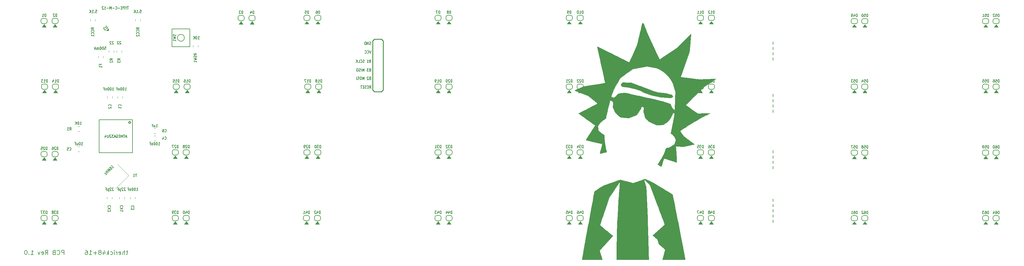
<source format=gbr>
G04 #@! TF.GenerationSoftware,KiCad,Pcbnew,(5.1.2-1)-1*
G04 #@! TF.CreationDate,2020-05-23T15:28:58-05:00*
G04 #@! TF.ProjectId,therick48.16,74686572-6963-46b3-9438-2e31362e6b69,rev?*
G04 #@! TF.SameCoordinates,Original*
G04 #@! TF.FileFunction,Legend,Bot*
G04 #@! TF.FilePolarity,Positive*
%FSLAX46Y46*%
G04 Gerber Fmt 4.6, Leading zero omitted, Abs format (unit mm)*
G04 Created by KiCad (PCBNEW (5.1.2-1)-1) date 2020-05-23 15:28:58*
%MOMM*%
%LPD*%
G04 APERTURE LIST*
%ADD10C,0.150000*%
%ADD11C,0.254000*%
%ADD12C,0.120000*%
%ADD13C,0.200000*%
%ADD14C,0.100000*%
%ADD15C,0.010000*%
%ADD16C,0.203200*%
G04 APERTURE END LIST*
D10*
X87579613Y-108031857D02*
X87103422Y-108031857D01*
X87401041Y-107615191D02*
X87401041Y-108686619D01*
X87341517Y-108805667D01*
X87222470Y-108865191D01*
X87103422Y-108865191D01*
X86686755Y-108865191D02*
X86686755Y-107615191D01*
X86151041Y-108865191D02*
X86151041Y-108210429D01*
X86210565Y-108091381D01*
X86329613Y-108031857D01*
X86508184Y-108031857D01*
X86627232Y-108091381D01*
X86686755Y-108150905D01*
X85079613Y-108805667D02*
X85198660Y-108865191D01*
X85436755Y-108865191D01*
X85555803Y-108805667D01*
X85615327Y-108686619D01*
X85615327Y-108210429D01*
X85555803Y-108091381D01*
X85436755Y-108031857D01*
X85198660Y-108031857D01*
X85079613Y-108091381D01*
X85020089Y-108210429D01*
X85020089Y-108329476D01*
X85615327Y-108448524D01*
X84484375Y-108865191D02*
X84484375Y-108031857D01*
X84484375Y-108269953D02*
X84424851Y-108150905D01*
X84365327Y-108091381D01*
X84246279Y-108031857D01*
X84127232Y-108031857D01*
X83710565Y-108865191D02*
X83710565Y-108031857D01*
X83710565Y-107615191D02*
X83770089Y-107674715D01*
X83710565Y-107734238D01*
X83651041Y-107674715D01*
X83710565Y-107615191D01*
X83710565Y-107734238D01*
X82579613Y-108805667D02*
X82698660Y-108865191D01*
X82936755Y-108865191D01*
X83055803Y-108805667D01*
X83115327Y-108746143D01*
X83174851Y-108627095D01*
X83174851Y-108269953D01*
X83115327Y-108150905D01*
X83055803Y-108091381D01*
X82936755Y-108031857D01*
X82698660Y-108031857D01*
X82579613Y-108091381D01*
X82043898Y-108865191D02*
X82043898Y-107615191D01*
X81924851Y-108389000D02*
X81567708Y-108865191D01*
X81567708Y-108031857D02*
X82043898Y-108508048D01*
X80496279Y-108031857D02*
X80496279Y-108865191D01*
X80793898Y-107555667D02*
X81091517Y-108448524D01*
X80317708Y-108448524D01*
X79662946Y-108150905D02*
X79781994Y-108091381D01*
X79841517Y-108031857D01*
X79901041Y-107912810D01*
X79901041Y-107853286D01*
X79841517Y-107734238D01*
X79781994Y-107674715D01*
X79662946Y-107615191D01*
X79424851Y-107615191D01*
X79305803Y-107674715D01*
X79246279Y-107734238D01*
X79186755Y-107853286D01*
X79186755Y-107912810D01*
X79246279Y-108031857D01*
X79305803Y-108091381D01*
X79424851Y-108150905D01*
X79662946Y-108150905D01*
X79781994Y-108210429D01*
X79841517Y-108269953D01*
X79901041Y-108389000D01*
X79901041Y-108627095D01*
X79841517Y-108746143D01*
X79781994Y-108805667D01*
X79662946Y-108865191D01*
X79424851Y-108865191D01*
X79305803Y-108805667D01*
X79246279Y-108746143D01*
X79186755Y-108627095D01*
X79186755Y-108389000D01*
X79246279Y-108269953D01*
X79305803Y-108210429D01*
X79424851Y-108150905D01*
X78651041Y-108389000D02*
X77698660Y-108389000D01*
X78174851Y-108865191D02*
X78174851Y-107912810D01*
X76448660Y-108865191D02*
X77162946Y-108865191D01*
X76805803Y-108865191D02*
X76805803Y-107615191D01*
X76924851Y-107793762D01*
X77043898Y-107912810D01*
X77162946Y-107972334D01*
X75377232Y-107615191D02*
X75615327Y-107615191D01*
X75734375Y-107674715D01*
X75793898Y-107734238D01*
X75912946Y-107912810D01*
X75972470Y-108150905D01*
X75972470Y-108627095D01*
X75912946Y-108746143D01*
X75853422Y-108805667D01*
X75734375Y-108865191D01*
X75496279Y-108865191D01*
X75377232Y-108805667D01*
X75317708Y-108746143D01*
X75258184Y-108627095D01*
X75258184Y-108329476D01*
X75317708Y-108210429D01*
X75377232Y-108150905D01*
X75496279Y-108091381D01*
X75734375Y-108091381D01*
X75853422Y-108150905D01*
X75912946Y-108210429D01*
X75972470Y-108329476D01*
X69114594Y-108865191D02*
X69114594Y-107615191D01*
X68638404Y-107615191D01*
X68519356Y-107674715D01*
X68459833Y-107734238D01*
X68400309Y-107853286D01*
X68400309Y-108031857D01*
X68459833Y-108150905D01*
X68519356Y-108210429D01*
X68638404Y-108269953D01*
X69114594Y-108269953D01*
X67150309Y-108746143D02*
X67209833Y-108805667D01*
X67388404Y-108865191D01*
X67507452Y-108865191D01*
X67686023Y-108805667D01*
X67805071Y-108686619D01*
X67864594Y-108567572D01*
X67924118Y-108329476D01*
X67924118Y-108150905D01*
X67864594Y-107912810D01*
X67805071Y-107793762D01*
X67686023Y-107674715D01*
X67507452Y-107615191D01*
X67388404Y-107615191D01*
X67209833Y-107674715D01*
X67150309Y-107734238D01*
X66197928Y-108210429D02*
X66019356Y-108269953D01*
X65959833Y-108329476D01*
X65900309Y-108448524D01*
X65900309Y-108627095D01*
X65959833Y-108746143D01*
X66019356Y-108805667D01*
X66138404Y-108865191D01*
X66614594Y-108865191D01*
X66614594Y-107615191D01*
X66197928Y-107615191D01*
X66078880Y-107674715D01*
X66019356Y-107734238D01*
X65959833Y-107853286D01*
X65959833Y-107972334D01*
X66019356Y-108091381D01*
X66078880Y-108150905D01*
X66197928Y-108210429D01*
X66614594Y-108210429D01*
X63697928Y-108865191D02*
X64114594Y-108269953D01*
X64412213Y-108865191D02*
X64412213Y-107615191D01*
X63936023Y-107615191D01*
X63816975Y-107674715D01*
X63757452Y-107734238D01*
X63697928Y-107853286D01*
X63697928Y-108031857D01*
X63757452Y-108150905D01*
X63816975Y-108210429D01*
X63936023Y-108269953D01*
X64412213Y-108269953D01*
X62686023Y-108805667D02*
X62805071Y-108865191D01*
X63043166Y-108865191D01*
X63162213Y-108805667D01*
X63221737Y-108686619D01*
X63221737Y-108210429D01*
X63162213Y-108091381D01*
X63043166Y-108031857D01*
X62805071Y-108031857D01*
X62686023Y-108091381D01*
X62626499Y-108210429D01*
X62626499Y-108329476D01*
X63221737Y-108448524D01*
X62209833Y-108031857D02*
X61912213Y-108865191D01*
X61614594Y-108031857D01*
X59531261Y-108865191D02*
X60245547Y-108865191D01*
X59888404Y-108865191D02*
X59888404Y-107615191D01*
X60007452Y-107793762D01*
X60126499Y-107912810D01*
X60245547Y-107972334D01*
X58995547Y-108746143D02*
X58936023Y-108805667D01*
X58995547Y-108865191D01*
X59055071Y-108805667D01*
X58995547Y-108746143D01*
X58995547Y-108865191D01*
X58162213Y-107615191D02*
X58043166Y-107615191D01*
X57924118Y-107674715D01*
X57864594Y-107734238D01*
X57805071Y-107853286D01*
X57745547Y-108091381D01*
X57745547Y-108389000D01*
X57805071Y-108627095D01*
X57864594Y-108746143D01*
X57924118Y-108805667D01*
X58043166Y-108865191D01*
X58162213Y-108865191D01*
X58281261Y-108805667D01*
X58340785Y-108746143D01*
X58400309Y-108627095D01*
X58459833Y-108389000D01*
X58459833Y-108091381D01*
X58400309Y-107853286D01*
X58340785Y-107734238D01*
X58281261Y-107674715D01*
X58162213Y-107615191D01*
X95793666Y-71862904D02*
X96193666Y-71862904D01*
X95993666Y-71862904D02*
X95993666Y-71062904D01*
X96060333Y-71177190D01*
X96127000Y-71253380D01*
X96193666Y-71291476D01*
X95193666Y-71329571D02*
X95193666Y-71862904D01*
X95493666Y-71329571D02*
X95493666Y-71748619D01*
X95460333Y-71824809D01*
X95393666Y-71862904D01*
X95293666Y-71862904D01*
X95227000Y-71824809D01*
X95193666Y-71786714D01*
X94627000Y-71443857D02*
X94860333Y-71443857D01*
X94860333Y-71862904D02*
X94860333Y-71062904D01*
X94527000Y-71062904D01*
X274359278Y-66879824D02*
X274359278Y-67639824D01*
X274359278Y-83219781D02*
X274359278Y-83979781D01*
X274359278Y-81699785D02*
X274359278Y-82459785D01*
X274359278Y-80179789D02*
X274359278Y-80939789D01*
X274359278Y-78659793D02*
X274359278Y-79419793D01*
X274359278Y-65359828D02*
X274359278Y-66119828D01*
X274359278Y-63839832D02*
X274359278Y-64599832D01*
X274359278Y-62319836D02*
X274359278Y-63079836D01*
X274360000Y-51680000D02*
X274360000Y-52440000D01*
X274360000Y-50160000D02*
X274360000Y-50920000D01*
X274360000Y-98800000D02*
X274360000Y-99560000D01*
X274360000Y-97280000D02*
X274360000Y-98040000D01*
X274360000Y-95760000D02*
X274360000Y-96520000D01*
X274360000Y-94240000D02*
X274360000Y-95000000D01*
X274360000Y-92720000D02*
X274360000Y-93480000D01*
X274360000Y-48640000D02*
X274360000Y-49400000D01*
X274360000Y-47120000D02*
X274360000Y-47880000D01*
X91123095Y-37913904D02*
X91456428Y-37913904D01*
X91489762Y-38294857D01*
X91456428Y-38256761D01*
X91389762Y-38218666D01*
X91223095Y-38218666D01*
X91156428Y-38256761D01*
X91123095Y-38294857D01*
X91089762Y-38371047D01*
X91089762Y-38561523D01*
X91123095Y-38637714D01*
X91156428Y-38675809D01*
X91223095Y-38713904D01*
X91389762Y-38713904D01*
X91456428Y-38675809D01*
X91489762Y-38637714D01*
X90789762Y-38637714D02*
X90756428Y-38675809D01*
X90789762Y-38713904D01*
X90823095Y-38675809D01*
X90789762Y-38637714D01*
X90789762Y-38713904D01*
X90089762Y-38713904D02*
X90489762Y-38713904D01*
X90289762Y-38713904D02*
X90289762Y-37913904D01*
X90356428Y-38028190D01*
X90423095Y-38104380D01*
X90489762Y-38142476D01*
X89789762Y-38713904D02*
X89789762Y-37913904D01*
X89389762Y-38713904D02*
X89689762Y-38256761D01*
X89389762Y-37913904D02*
X89789762Y-38371047D01*
X78280333Y-37913904D02*
X78613666Y-37913904D01*
X78647000Y-38294857D01*
X78613666Y-38256761D01*
X78547000Y-38218666D01*
X78380333Y-38218666D01*
X78313666Y-38256761D01*
X78280333Y-38294857D01*
X78247000Y-38371047D01*
X78247000Y-38561523D01*
X78280333Y-38637714D01*
X78313666Y-38675809D01*
X78380333Y-38713904D01*
X78547000Y-38713904D01*
X78613666Y-38675809D01*
X78647000Y-38637714D01*
X77947000Y-38637714D02*
X77913666Y-38675809D01*
X77947000Y-38713904D01*
X77980333Y-38675809D01*
X77947000Y-38637714D01*
X77947000Y-38713904D01*
X77247000Y-38713904D02*
X77647000Y-38713904D01*
X77447000Y-38713904D02*
X77447000Y-37913904D01*
X77513666Y-38028190D01*
X77580333Y-38104380D01*
X77647000Y-38142476D01*
X76947000Y-38713904D02*
X76947000Y-37913904D01*
X76547000Y-38713904D02*
X76847000Y-38256761D01*
X76547000Y-37913904D02*
X76947000Y-38371047D01*
X107925333Y-46335904D02*
X108325333Y-46335904D01*
X108125333Y-46335904D02*
X108125333Y-45535904D01*
X108192000Y-45650190D01*
X108258666Y-45726380D01*
X108325333Y-45764476D01*
X107492000Y-45535904D02*
X107425333Y-45535904D01*
X107358666Y-45574000D01*
X107325333Y-45612095D01*
X107292000Y-45688285D01*
X107258666Y-45840666D01*
X107258666Y-46031142D01*
X107292000Y-46183523D01*
X107325333Y-46259714D01*
X107358666Y-46297809D01*
X107425333Y-46335904D01*
X107492000Y-46335904D01*
X107558666Y-46297809D01*
X107592000Y-46259714D01*
X107625333Y-46183523D01*
X107658666Y-46031142D01*
X107658666Y-45840666D01*
X107625333Y-45688285D01*
X107592000Y-45612095D01*
X107558666Y-45574000D01*
X107492000Y-45535904D01*
X106958666Y-46335904D02*
X106958666Y-45535904D01*
X106558666Y-46335904D02*
X106858666Y-45878761D01*
X106558666Y-45535904D02*
X106958666Y-45993047D01*
X86808333Y-61194904D02*
X87208333Y-61194904D01*
X87008333Y-61194904D02*
X87008333Y-60394904D01*
X87075000Y-60509190D01*
X87141666Y-60585380D01*
X87208333Y-60623476D01*
X86375000Y-60394904D02*
X86308333Y-60394904D01*
X86241666Y-60433000D01*
X86208333Y-60471095D01*
X86175000Y-60547285D01*
X86141666Y-60699666D01*
X86141666Y-60890142D01*
X86175000Y-61042523D01*
X86208333Y-61118714D01*
X86241666Y-61156809D01*
X86308333Y-61194904D01*
X86375000Y-61194904D01*
X86441666Y-61156809D01*
X86475000Y-61118714D01*
X86508333Y-61042523D01*
X86541666Y-60890142D01*
X86541666Y-60699666D01*
X86508333Y-60547285D01*
X86475000Y-60471095D01*
X86441666Y-60433000D01*
X86375000Y-60394904D01*
X85708333Y-60394904D02*
X85641666Y-60394904D01*
X85575000Y-60433000D01*
X85541666Y-60471095D01*
X85508333Y-60547285D01*
X85475000Y-60699666D01*
X85475000Y-60890142D01*
X85508333Y-61042523D01*
X85541666Y-61118714D01*
X85575000Y-61156809D01*
X85641666Y-61194904D01*
X85708333Y-61194904D01*
X85775000Y-61156809D01*
X85808333Y-61118714D01*
X85841666Y-61042523D01*
X85875000Y-60890142D01*
X85875000Y-60699666D01*
X85841666Y-60547285D01*
X85808333Y-60471095D01*
X85775000Y-60433000D01*
X85708333Y-60394904D01*
X85175000Y-60661571D02*
X85175000Y-61194904D01*
X85175000Y-60737761D02*
X85141666Y-60699666D01*
X85075000Y-60661571D01*
X84975000Y-60661571D01*
X84908333Y-60699666D01*
X84875000Y-60775857D01*
X84875000Y-61194904D01*
X84308333Y-60775857D02*
X84541666Y-60775857D01*
X84541666Y-61194904D02*
X84541666Y-60394904D01*
X84208333Y-60394904D01*
X83261648Y-83747162D02*
X83544491Y-83464319D01*
X83403069Y-83605740D02*
X82837384Y-83040055D01*
X82965336Y-83073727D01*
X83066352Y-83080461D01*
X83140430Y-83060258D01*
X82271698Y-83605740D02*
X82365979Y-83511460D01*
X82440057Y-83491256D01*
X82490565Y-83494624D01*
X82618517Y-83528295D01*
X82749837Y-83612475D01*
X82965336Y-83827974D01*
X82995641Y-83905419D01*
X82999008Y-83955927D01*
X82978805Y-84030004D01*
X82884524Y-84124285D01*
X82810446Y-84144488D01*
X82759939Y-84141121D01*
X82682494Y-84110817D01*
X82547807Y-83976130D01*
X82517502Y-83898685D01*
X82514135Y-83848177D01*
X82534338Y-83774099D01*
X82628619Y-83679818D01*
X82702697Y-83659615D01*
X82753204Y-83662982D01*
X82830649Y-83693287D01*
X82578111Y-84430698D02*
X82012426Y-83865013D01*
X82251495Y-84434066D01*
X81682443Y-84194996D01*
X82248128Y-84760682D01*
X82012426Y-84996384D02*
X81446740Y-84430698D01*
X81716114Y-84700072D02*
X81433272Y-84982915D01*
X81729583Y-85279226D02*
X81163898Y-84713541D01*
X81163898Y-85090665D02*
X80904625Y-85349937D01*
X81541021Y-85467788D01*
X81281749Y-85727061D01*
X83449333Y-47096095D02*
X83416000Y-47058000D01*
X83349333Y-47019904D01*
X83182666Y-47019904D01*
X83116000Y-47058000D01*
X83082666Y-47096095D01*
X83049333Y-47172285D01*
X83049333Y-47248476D01*
X83082666Y-47362761D01*
X83482666Y-47819904D01*
X83049333Y-47819904D01*
X82782666Y-47096095D02*
X82749333Y-47058000D01*
X82682666Y-47019904D01*
X82516000Y-47019904D01*
X82449333Y-47058000D01*
X82416000Y-47096095D01*
X82382666Y-47172285D01*
X82382666Y-47248476D01*
X82416000Y-47362761D01*
X82816000Y-47819904D01*
X82382666Y-47819904D01*
X85608333Y-47096095D02*
X85575000Y-47058000D01*
X85508333Y-47019904D01*
X85341666Y-47019904D01*
X85275000Y-47058000D01*
X85241666Y-47096095D01*
X85208333Y-47172285D01*
X85208333Y-47248476D01*
X85241666Y-47362761D01*
X85641666Y-47819904D01*
X85208333Y-47819904D01*
X84941666Y-47096095D02*
X84908333Y-47058000D01*
X84841666Y-47019904D01*
X84675000Y-47019904D01*
X84608333Y-47058000D01*
X84575000Y-47096095D01*
X84541666Y-47172285D01*
X84541666Y-47248476D01*
X84575000Y-47362761D01*
X84975000Y-47819904D01*
X84541666Y-47819904D01*
X83125333Y-61194904D02*
X83525333Y-61194904D01*
X83325333Y-61194904D02*
X83325333Y-60394904D01*
X83392000Y-60509190D01*
X83458666Y-60585380D01*
X83525333Y-60623476D01*
X82692000Y-60394904D02*
X82625333Y-60394904D01*
X82558666Y-60433000D01*
X82525333Y-60471095D01*
X82492000Y-60547285D01*
X82458666Y-60699666D01*
X82458666Y-60890142D01*
X82492000Y-61042523D01*
X82525333Y-61118714D01*
X82558666Y-61156809D01*
X82625333Y-61194904D01*
X82692000Y-61194904D01*
X82758666Y-61156809D01*
X82792000Y-61118714D01*
X82825333Y-61042523D01*
X82858666Y-60890142D01*
X82858666Y-60699666D01*
X82825333Y-60547285D01*
X82792000Y-60471095D01*
X82758666Y-60433000D01*
X82692000Y-60394904D01*
X82025333Y-60394904D02*
X81958666Y-60394904D01*
X81892000Y-60433000D01*
X81858666Y-60471095D01*
X81825333Y-60547285D01*
X81792000Y-60699666D01*
X81792000Y-60890142D01*
X81825333Y-61042523D01*
X81858666Y-61118714D01*
X81892000Y-61156809D01*
X81958666Y-61194904D01*
X82025333Y-61194904D01*
X82092000Y-61156809D01*
X82125333Y-61118714D01*
X82158666Y-61042523D01*
X82192000Y-60890142D01*
X82192000Y-60699666D01*
X82158666Y-60547285D01*
X82125333Y-60471095D01*
X82092000Y-60433000D01*
X82025333Y-60394904D01*
X81492000Y-60661571D02*
X81492000Y-61194904D01*
X81492000Y-60737761D02*
X81458666Y-60699666D01*
X81392000Y-60661571D01*
X81292000Y-60661571D01*
X81225333Y-60699666D01*
X81192000Y-60775857D01*
X81192000Y-61194904D01*
X80625333Y-60775857D02*
X80858666Y-60775857D01*
X80858666Y-61194904D02*
X80858666Y-60394904D01*
X80525333Y-60394904D01*
X96460333Y-77069904D02*
X96860333Y-77069904D01*
X96660333Y-77069904D02*
X96660333Y-76269904D01*
X96727000Y-76384190D01*
X96793666Y-76460380D01*
X96860333Y-76498476D01*
X96027000Y-76269904D02*
X95960333Y-76269904D01*
X95893666Y-76308000D01*
X95860333Y-76346095D01*
X95827000Y-76422285D01*
X95793666Y-76574666D01*
X95793666Y-76765142D01*
X95827000Y-76917523D01*
X95860333Y-76993714D01*
X95893666Y-77031809D01*
X95960333Y-77069904D01*
X96027000Y-77069904D01*
X96093666Y-77031809D01*
X96127000Y-76993714D01*
X96160333Y-76917523D01*
X96193666Y-76765142D01*
X96193666Y-76574666D01*
X96160333Y-76422285D01*
X96127000Y-76346095D01*
X96093666Y-76308000D01*
X96027000Y-76269904D01*
X95360333Y-76269904D02*
X95293666Y-76269904D01*
X95227000Y-76308000D01*
X95193666Y-76346095D01*
X95160333Y-76422285D01*
X95127000Y-76574666D01*
X95127000Y-76765142D01*
X95160333Y-76917523D01*
X95193666Y-76993714D01*
X95227000Y-77031809D01*
X95293666Y-77069904D01*
X95360333Y-77069904D01*
X95427000Y-77031809D01*
X95460333Y-76993714D01*
X95493666Y-76917523D01*
X95527000Y-76765142D01*
X95527000Y-76574666D01*
X95493666Y-76422285D01*
X95460333Y-76346095D01*
X95427000Y-76308000D01*
X95360333Y-76269904D01*
X94827000Y-76536571D02*
X94827000Y-77069904D01*
X94827000Y-76612761D02*
X94793666Y-76574666D01*
X94727000Y-76536571D01*
X94627000Y-76536571D01*
X94560333Y-76574666D01*
X94527000Y-76650857D01*
X94527000Y-77069904D01*
X93960333Y-76650857D02*
X94193666Y-76650857D01*
X94193666Y-77069904D02*
X94193666Y-76269904D01*
X93860333Y-76269904D01*
X73762333Y-71100904D02*
X74162333Y-71100904D01*
X73962333Y-71100904D02*
X73962333Y-70300904D01*
X74029000Y-70415190D01*
X74095666Y-70491380D01*
X74162333Y-70529476D01*
X73329000Y-70300904D02*
X73262333Y-70300904D01*
X73195666Y-70339000D01*
X73162333Y-70377095D01*
X73129000Y-70453285D01*
X73095666Y-70605666D01*
X73095666Y-70796142D01*
X73129000Y-70948523D01*
X73162333Y-71024714D01*
X73195666Y-71062809D01*
X73262333Y-71100904D01*
X73329000Y-71100904D01*
X73395666Y-71062809D01*
X73429000Y-71024714D01*
X73462333Y-70948523D01*
X73495666Y-70796142D01*
X73495666Y-70605666D01*
X73462333Y-70453285D01*
X73429000Y-70377095D01*
X73395666Y-70339000D01*
X73329000Y-70300904D01*
X72795666Y-71100904D02*
X72795666Y-70300904D01*
X72395666Y-71100904D02*
X72695666Y-70643761D01*
X72395666Y-70300904D02*
X72795666Y-70758047D01*
X74156000Y-77069904D02*
X74556000Y-77069904D01*
X74356000Y-77069904D02*
X74356000Y-76269904D01*
X74422666Y-76384190D01*
X74489333Y-76460380D01*
X74556000Y-76498476D01*
X73722666Y-76269904D02*
X73656000Y-76269904D01*
X73589333Y-76308000D01*
X73556000Y-76346095D01*
X73522666Y-76422285D01*
X73489333Y-76574666D01*
X73489333Y-76765142D01*
X73522666Y-76917523D01*
X73556000Y-76993714D01*
X73589333Y-77031809D01*
X73656000Y-77069904D01*
X73722666Y-77069904D01*
X73789333Y-77031809D01*
X73822666Y-76993714D01*
X73856000Y-76917523D01*
X73889333Y-76765142D01*
X73889333Y-76574666D01*
X73856000Y-76422285D01*
X73822666Y-76346095D01*
X73789333Y-76308000D01*
X73722666Y-76269904D01*
X72889333Y-76536571D02*
X72889333Y-77069904D01*
X73189333Y-76536571D02*
X73189333Y-76955619D01*
X73156000Y-77031809D01*
X73089333Y-77069904D01*
X72989333Y-77069904D01*
X72922666Y-77031809D01*
X72889333Y-76993714D01*
X72322666Y-76650857D02*
X72556000Y-76650857D01*
X72556000Y-77069904D02*
X72556000Y-76269904D01*
X72222666Y-76269904D01*
X83446000Y-89554095D02*
X83412666Y-89516000D01*
X83346000Y-89477904D01*
X83179333Y-89477904D01*
X83112666Y-89516000D01*
X83079333Y-89554095D01*
X83046000Y-89630285D01*
X83046000Y-89706476D01*
X83079333Y-89820761D01*
X83479333Y-90277904D01*
X83046000Y-90277904D01*
X82779333Y-89554095D02*
X82746000Y-89516000D01*
X82679333Y-89477904D01*
X82512666Y-89477904D01*
X82446000Y-89516000D01*
X82412666Y-89554095D01*
X82379333Y-89630285D01*
X82379333Y-89706476D01*
X82412666Y-89820761D01*
X82812666Y-90277904D01*
X82379333Y-90277904D01*
X82079333Y-89744571D02*
X82079333Y-90544571D01*
X82079333Y-89782666D02*
X82012666Y-89744571D01*
X81879333Y-89744571D01*
X81812666Y-89782666D01*
X81779333Y-89820761D01*
X81746000Y-89896952D01*
X81746000Y-90125523D01*
X81779333Y-90201714D01*
X81812666Y-90239809D01*
X81879333Y-90277904D01*
X82012666Y-90277904D01*
X82079333Y-90239809D01*
X81212666Y-89858857D02*
X81446000Y-89858857D01*
X81446000Y-90277904D02*
X81446000Y-89477904D01*
X81112666Y-89477904D01*
X86875000Y-89554095D02*
X86841666Y-89516000D01*
X86775000Y-89477904D01*
X86608333Y-89477904D01*
X86541666Y-89516000D01*
X86508333Y-89554095D01*
X86475000Y-89630285D01*
X86475000Y-89706476D01*
X86508333Y-89820761D01*
X86908333Y-90277904D01*
X86475000Y-90277904D01*
X86208333Y-89554095D02*
X86175000Y-89516000D01*
X86108333Y-89477904D01*
X85941666Y-89477904D01*
X85875000Y-89516000D01*
X85841666Y-89554095D01*
X85808333Y-89630285D01*
X85808333Y-89706476D01*
X85841666Y-89820761D01*
X86241666Y-90277904D01*
X85808333Y-90277904D01*
X85508333Y-89744571D02*
X85508333Y-90544571D01*
X85508333Y-89782666D02*
X85441666Y-89744571D01*
X85308333Y-89744571D01*
X85241666Y-89782666D01*
X85208333Y-89820761D01*
X85175000Y-89896952D01*
X85175000Y-90125523D01*
X85208333Y-90201714D01*
X85241666Y-90239809D01*
X85308333Y-90277904D01*
X85441666Y-90277904D01*
X85508333Y-90239809D01*
X84641666Y-89858857D02*
X84875000Y-89858857D01*
X84875000Y-90277904D02*
X84875000Y-89477904D01*
X84541666Y-89477904D01*
X90110333Y-90277904D02*
X90510333Y-90277904D01*
X90310333Y-90277904D02*
X90310333Y-89477904D01*
X90377000Y-89592190D01*
X90443666Y-89668380D01*
X90510333Y-89706476D01*
X89677000Y-89477904D02*
X89610333Y-89477904D01*
X89543666Y-89516000D01*
X89510333Y-89554095D01*
X89477000Y-89630285D01*
X89443666Y-89782666D01*
X89443666Y-89973142D01*
X89477000Y-90125523D01*
X89510333Y-90201714D01*
X89543666Y-90239809D01*
X89610333Y-90277904D01*
X89677000Y-90277904D01*
X89743666Y-90239809D01*
X89777000Y-90201714D01*
X89810333Y-90125523D01*
X89843666Y-89973142D01*
X89843666Y-89782666D01*
X89810333Y-89630285D01*
X89777000Y-89554095D01*
X89743666Y-89516000D01*
X89677000Y-89477904D01*
X89010333Y-89477904D02*
X88943666Y-89477904D01*
X88877000Y-89516000D01*
X88843666Y-89554095D01*
X88810333Y-89630285D01*
X88777000Y-89782666D01*
X88777000Y-89973142D01*
X88810333Y-90125523D01*
X88843666Y-90201714D01*
X88877000Y-90239809D01*
X88943666Y-90277904D01*
X89010333Y-90277904D01*
X89077000Y-90239809D01*
X89110333Y-90201714D01*
X89143666Y-90125523D01*
X89177000Y-89973142D01*
X89177000Y-89782666D01*
X89143666Y-89630285D01*
X89110333Y-89554095D01*
X89077000Y-89516000D01*
X89010333Y-89477904D01*
X88477000Y-89744571D02*
X88477000Y-90277904D01*
X88477000Y-89820761D02*
X88443666Y-89782666D01*
X88377000Y-89744571D01*
X88277000Y-89744571D01*
X88210333Y-89782666D01*
X88177000Y-89858857D01*
X88177000Y-90277904D01*
X87610333Y-89858857D02*
X87843666Y-89858857D01*
X87843666Y-90277904D02*
X87843666Y-89477904D01*
X87510333Y-89477904D01*
X80895666Y-48583904D02*
X81229000Y-48583904D01*
X81262333Y-48964857D01*
X81229000Y-48926761D01*
X81162333Y-48888666D01*
X80995666Y-48888666D01*
X80929000Y-48926761D01*
X80895666Y-48964857D01*
X80862333Y-49041047D01*
X80862333Y-49231523D01*
X80895666Y-49307714D01*
X80929000Y-49345809D01*
X80995666Y-49383904D01*
X81162333Y-49383904D01*
X81229000Y-49345809D01*
X81262333Y-49307714D01*
X80429000Y-48583904D02*
X80362333Y-48583904D01*
X80295666Y-48622000D01*
X80262333Y-48660095D01*
X80229000Y-48736285D01*
X80195666Y-48888666D01*
X80195666Y-49079142D01*
X80229000Y-49231523D01*
X80262333Y-49307714D01*
X80295666Y-49345809D01*
X80362333Y-49383904D01*
X80429000Y-49383904D01*
X80495666Y-49345809D01*
X80529000Y-49307714D01*
X80562333Y-49231523D01*
X80595666Y-49079142D01*
X80595666Y-48888666D01*
X80562333Y-48736285D01*
X80529000Y-48660095D01*
X80495666Y-48622000D01*
X80429000Y-48583904D01*
X79762333Y-48583904D02*
X79695666Y-48583904D01*
X79629000Y-48622000D01*
X79595666Y-48660095D01*
X79562333Y-48736285D01*
X79529000Y-48888666D01*
X79529000Y-49079142D01*
X79562333Y-49231523D01*
X79595666Y-49307714D01*
X79629000Y-49345809D01*
X79695666Y-49383904D01*
X79762333Y-49383904D01*
X79829000Y-49345809D01*
X79862333Y-49307714D01*
X79895666Y-49231523D01*
X79929000Y-49079142D01*
X79929000Y-48888666D01*
X79895666Y-48736285D01*
X79862333Y-48660095D01*
X79829000Y-48622000D01*
X79762333Y-48583904D01*
X79229000Y-49383904D02*
X79229000Y-48850571D01*
X79229000Y-48926761D02*
X79195666Y-48888666D01*
X79129000Y-48850571D01*
X79029000Y-48850571D01*
X78962333Y-48888666D01*
X78929000Y-48964857D01*
X78929000Y-49383904D01*
X78929000Y-48964857D02*
X78895666Y-48888666D01*
X78829000Y-48850571D01*
X78729000Y-48850571D01*
X78662333Y-48888666D01*
X78629000Y-48964857D01*
X78629000Y-49383904D01*
X78329000Y-49155333D02*
X77995666Y-49155333D01*
X78395666Y-49383904D02*
X78162333Y-48583904D01*
X77929000Y-49383904D01*
D11*
X161504000Y-46848000D02*
X160996000Y-46340000D01*
X160996000Y-46340000D02*
X158964000Y-46340000D01*
X158964000Y-46340000D02*
X158456000Y-46848000D01*
X158456000Y-46848000D02*
X158456000Y-61072000D01*
X158456000Y-61072000D02*
X158964000Y-61580000D01*
X158964000Y-61580000D02*
X160996000Y-61580000D01*
X160996000Y-61580000D02*
X161504000Y-61072000D01*
X161504000Y-61072000D02*
X161504000Y-46848000D01*
D12*
X87837679Y-85906802D02*
X84019302Y-89725179D01*
X84655698Y-82724821D02*
X87837679Y-85906802D01*
D13*
X338060000Y-98539000D02*
G75*
G03X338560000Y-99039000I500000J0D01*
G01*
X338560000Y-99039000D02*
X339360000Y-99039000D01*
X338060000Y-98039038D02*
X338060000Y-98539000D01*
X338560000Y-97539000D02*
G75*
G03X338060000Y-98039000I0J-500000D01*
G01*
X338560000Y-97539000D02*
X339360000Y-97539000D01*
X339860000Y-98039000D02*
G75*
G03X339360000Y-97539000I-500000J0D01*
G01*
X339360000Y-99039000D02*
G75*
G03X339860000Y-98539000I0J500000D01*
G01*
X339860000Y-98538962D02*
X339860000Y-98039000D01*
D14*
G36*
X338960000Y-99253200D02*
G01*
X338360000Y-100053200D01*
X339560000Y-100053200D01*
X338960000Y-99253200D01*
G37*
X338960000Y-99253200D02*
X338360000Y-100053200D01*
X339560000Y-100053200D01*
X338960000Y-99253200D01*
D13*
X335020000Y-98539000D02*
G75*
G03X335520000Y-99039000I500000J0D01*
G01*
X335520000Y-99039000D02*
X336320000Y-99039000D01*
X335020000Y-98039038D02*
X335020000Y-98539000D01*
X335520000Y-97539000D02*
G75*
G03X335020000Y-98039000I0J-500000D01*
G01*
X335520000Y-97539000D02*
X336320000Y-97539000D01*
X336820000Y-98039000D02*
G75*
G03X336320000Y-97539000I-500000J0D01*
G01*
X336320000Y-99039000D02*
G75*
G03X336820000Y-98539000I0J500000D01*
G01*
X336820000Y-98538962D02*
X336820000Y-98039000D01*
D14*
G36*
X335920000Y-99253200D02*
G01*
X335320000Y-100053200D01*
X336520000Y-100053200D01*
X335920000Y-99253200D01*
G37*
X335920000Y-99253200D02*
X335320000Y-100053200D01*
X336520000Y-100053200D01*
X335920000Y-99253200D01*
D13*
X300060000Y-98539000D02*
G75*
G03X300560000Y-99039000I500000J0D01*
G01*
X300560000Y-99039000D02*
X301360000Y-99039000D01*
X300060000Y-98039038D02*
X300060000Y-98539000D01*
X300560000Y-97539000D02*
G75*
G03X300060000Y-98039000I0J-500000D01*
G01*
X300560000Y-97539000D02*
X301360000Y-97539000D01*
X301860000Y-98039000D02*
G75*
G03X301360000Y-97539000I-500000J0D01*
G01*
X301360000Y-99039000D02*
G75*
G03X301860000Y-98539000I0J500000D01*
G01*
X301860000Y-98538962D02*
X301860000Y-98039000D01*
D14*
G36*
X300960000Y-99253200D02*
G01*
X300360000Y-100053200D01*
X301560000Y-100053200D01*
X300960000Y-99253200D01*
G37*
X300960000Y-99253200D02*
X300360000Y-100053200D01*
X301560000Y-100053200D01*
X300960000Y-99253200D01*
D13*
X297020000Y-98539000D02*
G75*
G03X297520000Y-99039000I500000J0D01*
G01*
X297520000Y-99039000D02*
X298320000Y-99039000D01*
X297020000Y-98039038D02*
X297020000Y-98539000D01*
X297520000Y-97539000D02*
G75*
G03X297020000Y-98039000I0J-500000D01*
G01*
X297520000Y-97539000D02*
X298320000Y-97539000D01*
X298820000Y-98039000D02*
G75*
G03X298320000Y-97539000I-500000J0D01*
G01*
X298320000Y-99039000D02*
G75*
G03X298820000Y-98539000I0J500000D01*
G01*
X298820000Y-98538962D02*
X298820000Y-98039000D01*
D14*
G36*
X297920000Y-99253200D02*
G01*
X297320000Y-100053200D01*
X298520000Y-100053200D01*
X297920000Y-99253200D01*
G37*
X297920000Y-99253200D02*
X297320000Y-100053200D01*
X298520000Y-100053200D01*
X297920000Y-99253200D01*
D13*
X338060000Y-79540000D02*
G75*
G03X338560000Y-80040000I500000J0D01*
G01*
X338560000Y-80040000D02*
X339360000Y-80040000D01*
X338060000Y-79040038D02*
X338060000Y-79540000D01*
X338560000Y-78540000D02*
G75*
G03X338060000Y-79040000I0J-500000D01*
G01*
X338560000Y-78540000D02*
X339360000Y-78540000D01*
X339860000Y-79040000D02*
G75*
G03X339360000Y-78540000I-500000J0D01*
G01*
X339360000Y-80040000D02*
G75*
G03X339860000Y-79540000I0J500000D01*
G01*
X339860000Y-79539962D02*
X339860000Y-79040000D01*
D14*
G36*
X338960000Y-80254200D02*
G01*
X338360000Y-81054200D01*
X339560000Y-81054200D01*
X338960000Y-80254200D01*
G37*
X338960000Y-80254200D02*
X338360000Y-81054200D01*
X339560000Y-81054200D01*
X338960000Y-80254200D01*
D13*
X335020000Y-79540000D02*
G75*
G03X335520000Y-80040000I500000J0D01*
G01*
X335520000Y-80040000D02*
X336320000Y-80040000D01*
X335020000Y-79040038D02*
X335020000Y-79540000D01*
X335520000Y-78540000D02*
G75*
G03X335020000Y-79040000I0J-500000D01*
G01*
X335520000Y-78540000D02*
X336320000Y-78540000D01*
X336820000Y-79040000D02*
G75*
G03X336320000Y-78540000I-500000J0D01*
G01*
X336320000Y-80040000D02*
G75*
G03X336820000Y-79540000I0J500000D01*
G01*
X336820000Y-79539962D02*
X336820000Y-79040000D01*
D14*
G36*
X335920000Y-80254200D02*
G01*
X335320000Y-81054200D01*
X336520000Y-81054200D01*
X335920000Y-80254200D01*
G37*
X335920000Y-80254200D02*
X335320000Y-81054200D01*
X336520000Y-81054200D01*
X335920000Y-80254200D01*
D13*
X300060000Y-79540000D02*
G75*
G03X300560000Y-80040000I500000J0D01*
G01*
X300560000Y-80040000D02*
X301360000Y-80040000D01*
X300060000Y-79040038D02*
X300060000Y-79540000D01*
X300560000Y-78540000D02*
G75*
G03X300060000Y-79040000I0J-500000D01*
G01*
X300560000Y-78540000D02*
X301360000Y-78540000D01*
X301860000Y-79040000D02*
G75*
G03X301360000Y-78540000I-500000J0D01*
G01*
X301360000Y-80040000D02*
G75*
G03X301860000Y-79540000I0J500000D01*
G01*
X301860000Y-79539962D02*
X301860000Y-79040000D01*
D14*
G36*
X300960000Y-80254200D02*
G01*
X300360000Y-81054200D01*
X301560000Y-81054200D01*
X300960000Y-80254200D01*
G37*
X300960000Y-80254200D02*
X300360000Y-81054200D01*
X301560000Y-81054200D01*
X300960000Y-80254200D01*
D13*
X297020000Y-79540000D02*
G75*
G03X297520000Y-80040000I500000J0D01*
G01*
X297520000Y-80040000D02*
X298320000Y-80040000D01*
X297020000Y-79040038D02*
X297020000Y-79540000D01*
X297520000Y-78540000D02*
G75*
G03X297020000Y-79040000I0J-500000D01*
G01*
X297520000Y-78540000D02*
X298320000Y-78540000D01*
X298820000Y-79040000D02*
G75*
G03X298320000Y-78540000I-500000J0D01*
G01*
X298320000Y-80040000D02*
G75*
G03X298820000Y-79540000I0J500000D01*
G01*
X298820000Y-79539962D02*
X298820000Y-79040000D01*
D14*
G36*
X297920000Y-80254200D02*
G01*
X297320000Y-81054200D01*
X298520000Y-81054200D01*
X297920000Y-80254200D01*
G37*
X297920000Y-80254200D02*
X297320000Y-81054200D01*
X298520000Y-81054200D01*
X297920000Y-80254200D01*
D13*
X338060000Y-60412000D02*
G75*
G03X338560000Y-60912000I500000J0D01*
G01*
X338560000Y-60912000D02*
X339360000Y-60912000D01*
X338060000Y-59912038D02*
X338060000Y-60412000D01*
X338560000Y-59412000D02*
G75*
G03X338060000Y-59912000I0J-500000D01*
G01*
X338560000Y-59412000D02*
X339360000Y-59412000D01*
X339860000Y-59912000D02*
G75*
G03X339360000Y-59412000I-500000J0D01*
G01*
X339360000Y-60912000D02*
G75*
G03X339860000Y-60412000I0J500000D01*
G01*
X339860000Y-60411962D02*
X339860000Y-59912000D01*
D14*
G36*
X338960000Y-61126200D02*
G01*
X338360000Y-61926200D01*
X339560000Y-61926200D01*
X338960000Y-61126200D01*
G37*
X338960000Y-61126200D02*
X338360000Y-61926200D01*
X339560000Y-61926200D01*
X338960000Y-61126200D01*
D13*
X335020000Y-60412000D02*
G75*
G03X335520000Y-60912000I500000J0D01*
G01*
X335520000Y-60912000D02*
X336320000Y-60912000D01*
X335020000Y-59912038D02*
X335020000Y-60412000D01*
X335520000Y-59412000D02*
G75*
G03X335020000Y-59912000I0J-500000D01*
G01*
X335520000Y-59412000D02*
X336320000Y-59412000D01*
X336820000Y-59912000D02*
G75*
G03X336320000Y-59412000I-500000J0D01*
G01*
X336320000Y-60912000D02*
G75*
G03X336820000Y-60412000I0J500000D01*
G01*
X336820000Y-60411962D02*
X336820000Y-59912000D01*
D14*
G36*
X335920000Y-61126200D02*
G01*
X335320000Y-61926200D01*
X336520000Y-61926200D01*
X335920000Y-61126200D01*
G37*
X335920000Y-61126200D02*
X335320000Y-61926200D01*
X336520000Y-61926200D01*
X335920000Y-61126200D01*
D13*
X300060000Y-60412000D02*
G75*
G03X300560000Y-60912000I500000J0D01*
G01*
X300560000Y-60912000D02*
X301360000Y-60912000D01*
X300060000Y-59912038D02*
X300060000Y-60412000D01*
X300560000Y-59412000D02*
G75*
G03X300060000Y-59912000I0J-500000D01*
G01*
X300560000Y-59412000D02*
X301360000Y-59412000D01*
X301860000Y-59912000D02*
G75*
G03X301360000Y-59412000I-500000J0D01*
G01*
X301360000Y-60912000D02*
G75*
G03X301860000Y-60412000I0J500000D01*
G01*
X301860000Y-60411962D02*
X301860000Y-59912000D01*
D14*
G36*
X300960000Y-61126200D02*
G01*
X300360000Y-61926200D01*
X301560000Y-61926200D01*
X300960000Y-61126200D01*
G37*
X300960000Y-61126200D02*
X300360000Y-61926200D01*
X301560000Y-61926200D01*
X300960000Y-61126200D01*
D13*
X297020000Y-60412000D02*
G75*
G03X297520000Y-60912000I500000J0D01*
G01*
X297520000Y-60912000D02*
X298320000Y-60912000D01*
X297020000Y-59912038D02*
X297020000Y-60412000D01*
X297520000Y-59412000D02*
G75*
G03X297020000Y-59912000I0J-500000D01*
G01*
X297520000Y-59412000D02*
X298320000Y-59412000D01*
X298820000Y-59912000D02*
G75*
G03X298320000Y-59412000I-500000J0D01*
G01*
X298320000Y-60912000D02*
G75*
G03X298820000Y-60412000I0J500000D01*
G01*
X298820000Y-60411962D02*
X298820000Y-59912000D01*
D14*
G36*
X297920000Y-61126200D02*
G01*
X297320000Y-61926200D01*
X298520000Y-61926200D01*
X297920000Y-61126200D01*
G37*
X297920000Y-61126200D02*
X297320000Y-61926200D01*
X298520000Y-61926200D01*
X297920000Y-61126200D01*
D13*
X338060000Y-41412000D02*
G75*
G03X338560000Y-41912000I500000J0D01*
G01*
X338560000Y-41912000D02*
X339360000Y-41912000D01*
X338060000Y-40912038D02*
X338060000Y-41412000D01*
X338560000Y-40412000D02*
G75*
G03X338060000Y-40912000I0J-500000D01*
G01*
X338560000Y-40412000D02*
X339360000Y-40412000D01*
X339860000Y-40912000D02*
G75*
G03X339360000Y-40412000I-500000J0D01*
G01*
X339360000Y-41912000D02*
G75*
G03X339860000Y-41412000I0J500000D01*
G01*
X339860000Y-41411962D02*
X339860000Y-40912000D01*
D14*
G36*
X338960000Y-42126200D02*
G01*
X338360000Y-42926200D01*
X339560000Y-42926200D01*
X338960000Y-42126200D01*
G37*
X338960000Y-42126200D02*
X338360000Y-42926200D01*
X339560000Y-42926200D01*
X338960000Y-42126200D01*
D13*
X335020000Y-41412000D02*
G75*
G03X335520000Y-41912000I500000J0D01*
G01*
X335520000Y-41912000D02*
X336320000Y-41912000D01*
X335020000Y-40912038D02*
X335020000Y-41412000D01*
X335520000Y-40412000D02*
G75*
G03X335020000Y-40912000I0J-500000D01*
G01*
X335520000Y-40412000D02*
X336320000Y-40412000D01*
X336820000Y-40912000D02*
G75*
G03X336320000Y-40412000I-500000J0D01*
G01*
X336320000Y-41912000D02*
G75*
G03X336820000Y-41412000I0J500000D01*
G01*
X336820000Y-41411962D02*
X336820000Y-40912000D01*
D14*
G36*
X335920000Y-42126200D02*
G01*
X335320000Y-42926200D01*
X336520000Y-42926200D01*
X335920000Y-42126200D01*
G37*
X335920000Y-42126200D02*
X335320000Y-42926200D01*
X336520000Y-42926200D01*
X335920000Y-42126200D01*
D13*
X300060000Y-41412000D02*
G75*
G03X300560000Y-41912000I500000J0D01*
G01*
X300560000Y-41912000D02*
X301360000Y-41912000D01*
X300060000Y-40912038D02*
X300060000Y-41412000D01*
X300560000Y-40412000D02*
G75*
G03X300060000Y-40912000I0J-500000D01*
G01*
X300560000Y-40412000D02*
X301360000Y-40412000D01*
X301860000Y-40912000D02*
G75*
G03X301360000Y-40412000I-500000J0D01*
G01*
X301360000Y-41912000D02*
G75*
G03X301860000Y-41412000I0J500000D01*
G01*
X301860000Y-41411962D02*
X301860000Y-40912000D01*
D14*
G36*
X300960000Y-42126200D02*
G01*
X300360000Y-42926200D01*
X301560000Y-42926200D01*
X300960000Y-42126200D01*
G37*
X300960000Y-42126200D02*
X300360000Y-42926200D01*
X301560000Y-42926200D01*
X300960000Y-42126200D01*
D13*
X297020000Y-41412000D02*
G75*
G03X297520000Y-41912000I500000J0D01*
G01*
X297520000Y-41912000D02*
X298320000Y-41912000D01*
X297020000Y-40912038D02*
X297020000Y-41412000D01*
X297520000Y-40412000D02*
G75*
G03X297020000Y-40912000I0J-500000D01*
G01*
X297520000Y-40412000D02*
X298320000Y-40412000D01*
X298820000Y-40912000D02*
G75*
G03X298320000Y-40412000I-500000J0D01*
G01*
X298320000Y-41912000D02*
G75*
G03X298820000Y-41412000I0J500000D01*
G01*
X298820000Y-41411962D02*
X298820000Y-40912000D01*
D14*
G36*
X297920000Y-42126200D02*
G01*
X297320000Y-42926200D01*
X298520000Y-42926200D01*
X297920000Y-42126200D01*
G37*
X297920000Y-42126200D02*
X297320000Y-42926200D01*
X298520000Y-42926200D01*
X297920000Y-42126200D01*
D10*
X105580000Y-48580000D02*
X105580000Y-43380000D01*
X105580000Y-43380000D02*
X100380000Y-43380000D01*
X100380000Y-43380000D02*
X100380000Y-48580000D01*
X100380000Y-48580000D02*
X105580000Y-48580000D01*
X103980000Y-45980000D02*
G75*
G03X103980000Y-45980000I-1000000J0D01*
G01*
D14*
G36*
X82055000Y-43208000D02*
G01*
X82055000Y-43958000D01*
X81305000Y-43958000D01*
X82055000Y-43208000D01*
G37*
X82055000Y-43208000D02*
X82055000Y-43958000D01*
X81305000Y-43958000D01*
X82055000Y-43208000D01*
G36*
X256540000Y-99215575D02*
G01*
X255940000Y-100015575D01*
X257140000Y-100015575D01*
X256540000Y-99215575D01*
G37*
X256540000Y-99215575D02*
X255940000Y-100015575D01*
X257140000Y-100015575D01*
X256540000Y-99215575D01*
D13*
X257440000Y-98501337D02*
X257440000Y-98001375D01*
X256940000Y-99001375D02*
G75*
G03X257440000Y-98501375I0J500000D01*
G01*
X257440000Y-98001375D02*
G75*
G03X256940000Y-97501375I-500000J0D01*
G01*
X256140000Y-97501375D02*
X256940000Y-97501375D01*
X256140000Y-97501375D02*
G75*
G03X255640000Y-98001375I0J-500000D01*
G01*
X255640000Y-98001413D02*
X255640000Y-98501375D01*
X256140000Y-99001375D02*
X256940000Y-99001375D01*
X255640000Y-98501375D02*
G75*
G03X256140000Y-99001375I500000J0D01*
G01*
D14*
G36*
X253365000Y-99215575D02*
G01*
X252765000Y-100015575D01*
X253965000Y-100015575D01*
X253365000Y-99215575D01*
G37*
X253365000Y-99215575D02*
X252765000Y-100015575D01*
X253965000Y-100015575D01*
X253365000Y-99215575D01*
D13*
X254265000Y-98501337D02*
X254265000Y-98001375D01*
X253765000Y-99001375D02*
G75*
G03X254265000Y-98501375I0J500000D01*
G01*
X254265000Y-98001375D02*
G75*
G03X253765000Y-97501375I-500000J0D01*
G01*
X252965000Y-97501375D02*
X253765000Y-97501375D01*
X252965000Y-97501375D02*
G75*
G03X252465000Y-98001375I0J-500000D01*
G01*
X252465000Y-98001413D02*
X252465000Y-98501375D01*
X252965000Y-99001375D02*
X253765000Y-99001375D01*
X252465000Y-98501375D02*
G75*
G03X252965000Y-99001375I500000J0D01*
G01*
D14*
G36*
X218567000Y-99215575D02*
G01*
X217967000Y-100015575D01*
X219167000Y-100015575D01*
X218567000Y-99215575D01*
G37*
X218567000Y-99215575D02*
X217967000Y-100015575D01*
X219167000Y-100015575D01*
X218567000Y-99215575D01*
D13*
X219467000Y-98501337D02*
X219467000Y-98001375D01*
X218967000Y-99001375D02*
G75*
G03X219467000Y-98501375I0J500000D01*
G01*
X219467000Y-98001375D02*
G75*
G03X218967000Y-97501375I-500000J0D01*
G01*
X218167000Y-97501375D02*
X218967000Y-97501375D01*
X218167000Y-97501375D02*
G75*
G03X217667000Y-98001375I0J-500000D01*
G01*
X217667000Y-98001413D02*
X217667000Y-98501375D01*
X218167000Y-99001375D02*
X218967000Y-99001375D01*
X217667000Y-98501375D02*
G75*
G03X218167000Y-99001375I500000J0D01*
G01*
D14*
G36*
X215392000Y-99215575D02*
G01*
X214792000Y-100015575D01*
X215992000Y-100015575D01*
X215392000Y-99215575D01*
G37*
X215392000Y-99215575D02*
X214792000Y-100015575D01*
X215992000Y-100015575D01*
X215392000Y-99215575D01*
D13*
X216292000Y-98501337D02*
X216292000Y-98001375D01*
X215792000Y-99001375D02*
G75*
G03X216292000Y-98501375I0J500000D01*
G01*
X216292000Y-98001375D02*
G75*
G03X215792000Y-97501375I-500000J0D01*
G01*
X214992000Y-97501375D02*
X215792000Y-97501375D01*
X214992000Y-97501375D02*
G75*
G03X214492000Y-98001375I0J-500000D01*
G01*
X214492000Y-98001413D02*
X214492000Y-98501375D01*
X214992000Y-99001375D02*
X215792000Y-99001375D01*
X214492000Y-98501375D02*
G75*
G03X214992000Y-99001375I500000J0D01*
G01*
D14*
G36*
X180594000Y-99215575D02*
G01*
X179994000Y-100015575D01*
X181194000Y-100015575D01*
X180594000Y-99215575D01*
G37*
X180594000Y-99215575D02*
X179994000Y-100015575D01*
X181194000Y-100015575D01*
X180594000Y-99215575D01*
D13*
X181494000Y-98501337D02*
X181494000Y-98001375D01*
X180994000Y-99001375D02*
G75*
G03X181494000Y-98501375I0J500000D01*
G01*
X181494000Y-98001375D02*
G75*
G03X180994000Y-97501375I-500000J0D01*
G01*
X180194000Y-97501375D02*
X180994000Y-97501375D01*
X180194000Y-97501375D02*
G75*
G03X179694000Y-98001375I0J-500000D01*
G01*
X179694000Y-98001413D02*
X179694000Y-98501375D01*
X180194000Y-99001375D02*
X180994000Y-99001375D01*
X179694000Y-98501375D02*
G75*
G03X180194000Y-99001375I500000J0D01*
G01*
D14*
G36*
X177419000Y-99215575D02*
G01*
X176819000Y-100015575D01*
X178019000Y-100015575D01*
X177419000Y-99215575D01*
G37*
X177419000Y-99215575D02*
X176819000Y-100015575D01*
X178019000Y-100015575D01*
X177419000Y-99215575D01*
D13*
X178319000Y-98501337D02*
X178319000Y-98001375D01*
X177819000Y-99001375D02*
G75*
G03X178319000Y-98501375I0J500000D01*
G01*
X178319000Y-98001375D02*
G75*
G03X177819000Y-97501375I-500000J0D01*
G01*
X177019000Y-97501375D02*
X177819000Y-97501375D01*
X177019000Y-97501375D02*
G75*
G03X176519000Y-98001375I0J-500000D01*
G01*
X176519000Y-98001413D02*
X176519000Y-98501375D01*
X177019000Y-99001375D02*
X177819000Y-99001375D01*
X176519000Y-98501375D02*
G75*
G03X177019000Y-99001375I500000J0D01*
G01*
D14*
G36*
X142494000Y-99215575D02*
G01*
X141894000Y-100015575D01*
X143094000Y-100015575D01*
X142494000Y-99215575D01*
G37*
X142494000Y-99215575D02*
X141894000Y-100015575D01*
X143094000Y-100015575D01*
X142494000Y-99215575D01*
D13*
X143394000Y-98501337D02*
X143394000Y-98001375D01*
X142894000Y-99001375D02*
G75*
G03X143394000Y-98501375I0J500000D01*
G01*
X143394000Y-98001375D02*
G75*
G03X142894000Y-97501375I-500000J0D01*
G01*
X142094000Y-97501375D02*
X142894000Y-97501375D01*
X142094000Y-97501375D02*
G75*
G03X141594000Y-98001375I0J-500000D01*
G01*
X141594000Y-98001413D02*
X141594000Y-98501375D01*
X142094000Y-99001375D02*
X142894000Y-99001375D01*
X141594000Y-98501375D02*
G75*
G03X142094000Y-99001375I500000J0D01*
G01*
D14*
G36*
X139319000Y-99215575D02*
G01*
X138719000Y-100015575D01*
X139919000Y-100015575D01*
X139319000Y-99215575D01*
G37*
X139319000Y-99215575D02*
X138719000Y-100015575D01*
X139919000Y-100015575D01*
X139319000Y-99215575D01*
D13*
X140219000Y-98501337D02*
X140219000Y-98001375D01*
X139719000Y-99001375D02*
G75*
G03X140219000Y-98501375I0J500000D01*
G01*
X140219000Y-98001375D02*
G75*
G03X139719000Y-97501375I-500000J0D01*
G01*
X138919000Y-97501375D02*
X139719000Y-97501375D01*
X138919000Y-97501375D02*
G75*
G03X138419000Y-98001375I0J-500000D01*
G01*
X138419000Y-98001413D02*
X138419000Y-98501375D01*
X138919000Y-99001375D02*
X139719000Y-99001375D01*
X138419000Y-98501375D02*
G75*
G03X138919000Y-99001375I500000J0D01*
G01*
D14*
G36*
X104521000Y-99215575D02*
G01*
X103921000Y-100015575D01*
X105121000Y-100015575D01*
X104521000Y-99215575D01*
G37*
X104521000Y-99215575D02*
X103921000Y-100015575D01*
X105121000Y-100015575D01*
X104521000Y-99215575D01*
D13*
X105421000Y-98501337D02*
X105421000Y-98001375D01*
X104921000Y-99001375D02*
G75*
G03X105421000Y-98501375I0J500000D01*
G01*
X105421000Y-98001375D02*
G75*
G03X104921000Y-97501375I-500000J0D01*
G01*
X104121000Y-97501375D02*
X104921000Y-97501375D01*
X104121000Y-97501375D02*
G75*
G03X103621000Y-98001375I0J-500000D01*
G01*
X103621000Y-98001413D02*
X103621000Y-98501375D01*
X104121000Y-99001375D02*
X104921000Y-99001375D01*
X103621000Y-98501375D02*
G75*
G03X104121000Y-99001375I500000J0D01*
G01*
D14*
G36*
X101346000Y-99215575D02*
G01*
X100746000Y-100015575D01*
X101946000Y-100015575D01*
X101346000Y-99215575D01*
G37*
X101346000Y-99215575D02*
X100746000Y-100015575D01*
X101946000Y-100015575D01*
X101346000Y-99215575D01*
D13*
X102246000Y-98501337D02*
X102246000Y-98001375D01*
X101746000Y-99001375D02*
G75*
G03X102246000Y-98501375I0J500000D01*
G01*
X102246000Y-98001375D02*
G75*
G03X101746000Y-97501375I-500000J0D01*
G01*
X100946000Y-97501375D02*
X101746000Y-97501375D01*
X100946000Y-97501375D02*
G75*
G03X100446000Y-98001375I0J-500000D01*
G01*
X100446000Y-98001413D02*
X100446000Y-98501375D01*
X100946000Y-99001375D02*
X101746000Y-99001375D01*
X100446000Y-98501375D02*
G75*
G03X100946000Y-99001375I500000J0D01*
G01*
D14*
G36*
X66548000Y-99215575D02*
G01*
X65948000Y-100015575D01*
X67148000Y-100015575D01*
X66548000Y-99215575D01*
G37*
X66548000Y-99215575D02*
X65948000Y-100015575D01*
X67148000Y-100015575D01*
X66548000Y-99215575D01*
D13*
X67448000Y-98501337D02*
X67448000Y-98001375D01*
X66948000Y-99001375D02*
G75*
G03X67448000Y-98501375I0J500000D01*
G01*
X67448000Y-98001375D02*
G75*
G03X66948000Y-97501375I-500000J0D01*
G01*
X66148000Y-97501375D02*
X66948000Y-97501375D01*
X66148000Y-97501375D02*
G75*
G03X65648000Y-98001375I0J-500000D01*
G01*
X65648000Y-98001413D02*
X65648000Y-98501375D01*
X66148000Y-99001375D02*
X66948000Y-99001375D01*
X65648000Y-98501375D02*
G75*
G03X66148000Y-99001375I500000J0D01*
G01*
D14*
G36*
X63373805Y-99215575D02*
G01*
X62773805Y-100015575D01*
X63973805Y-100015575D01*
X63373805Y-99215575D01*
G37*
X63373805Y-99215575D02*
X62773805Y-100015575D01*
X63973805Y-100015575D01*
X63373805Y-99215575D01*
D13*
X64273805Y-98501337D02*
X64273805Y-98001375D01*
X63773805Y-99001375D02*
G75*
G03X64273805Y-98501375I0J500000D01*
G01*
X64273805Y-98001375D02*
G75*
G03X63773805Y-97501375I-500000J0D01*
G01*
X62973805Y-97501375D02*
X63773805Y-97501375D01*
X62973805Y-97501375D02*
G75*
G03X62473805Y-98001375I0J-500000D01*
G01*
X62473805Y-98001413D02*
X62473805Y-98501375D01*
X62973805Y-99001375D02*
X63773805Y-99001375D01*
X62473805Y-98501375D02*
G75*
G03X62973805Y-99001375I500000J0D01*
G01*
D14*
G36*
X256540000Y-80165575D02*
G01*
X255940000Y-80965575D01*
X257140000Y-80965575D01*
X256540000Y-80165575D01*
G37*
X256540000Y-80165575D02*
X255940000Y-80965575D01*
X257140000Y-80965575D01*
X256540000Y-80165575D01*
D13*
X257440000Y-79451337D02*
X257440000Y-78951375D01*
X256940000Y-79951375D02*
G75*
G03X257440000Y-79451375I0J500000D01*
G01*
X257440000Y-78951375D02*
G75*
G03X256940000Y-78451375I-500000J0D01*
G01*
X256140000Y-78451375D02*
X256940000Y-78451375D01*
X256140000Y-78451375D02*
G75*
G03X255640000Y-78951375I0J-500000D01*
G01*
X255640000Y-78951413D02*
X255640000Y-79451375D01*
X256140000Y-79951375D02*
X256940000Y-79951375D01*
X255640000Y-79451375D02*
G75*
G03X256140000Y-79951375I500000J0D01*
G01*
D14*
G36*
X253365000Y-80165575D02*
G01*
X252765000Y-80965575D01*
X253965000Y-80965575D01*
X253365000Y-80165575D01*
G37*
X253365000Y-80165575D02*
X252765000Y-80965575D01*
X253965000Y-80965575D01*
X253365000Y-80165575D01*
D13*
X254265000Y-79451337D02*
X254265000Y-78951375D01*
X253765000Y-79951375D02*
G75*
G03X254265000Y-79451375I0J500000D01*
G01*
X254265000Y-78951375D02*
G75*
G03X253765000Y-78451375I-500000J0D01*
G01*
X252965000Y-78451375D02*
X253765000Y-78451375D01*
X252965000Y-78451375D02*
G75*
G03X252465000Y-78951375I0J-500000D01*
G01*
X252465000Y-78951413D02*
X252465000Y-79451375D01*
X252965000Y-79951375D02*
X253765000Y-79951375D01*
X252465000Y-79451375D02*
G75*
G03X252965000Y-79951375I500000J0D01*
G01*
D14*
G36*
X218567000Y-80165575D02*
G01*
X217967000Y-80965575D01*
X219167000Y-80965575D01*
X218567000Y-80165575D01*
G37*
X218567000Y-80165575D02*
X217967000Y-80965575D01*
X219167000Y-80965575D01*
X218567000Y-80165575D01*
D13*
X219467000Y-79451337D02*
X219467000Y-78951375D01*
X218967000Y-79951375D02*
G75*
G03X219467000Y-79451375I0J500000D01*
G01*
X219467000Y-78951375D02*
G75*
G03X218967000Y-78451375I-500000J0D01*
G01*
X218167000Y-78451375D02*
X218967000Y-78451375D01*
X218167000Y-78451375D02*
G75*
G03X217667000Y-78951375I0J-500000D01*
G01*
X217667000Y-78951413D02*
X217667000Y-79451375D01*
X218167000Y-79951375D02*
X218967000Y-79951375D01*
X217667000Y-79451375D02*
G75*
G03X218167000Y-79951375I500000J0D01*
G01*
D14*
G36*
X215392000Y-80165575D02*
G01*
X214792000Y-80965575D01*
X215992000Y-80965575D01*
X215392000Y-80165575D01*
G37*
X215392000Y-80165575D02*
X214792000Y-80965575D01*
X215992000Y-80965575D01*
X215392000Y-80165575D01*
D13*
X216292000Y-79451337D02*
X216292000Y-78951375D01*
X215792000Y-79951375D02*
G75*
G03X216292000Y-79451375I0J500000D01*
G01*
X216292000Y-78951375D02*
G75*
G03X215792000Y-78451375I-500000J0D01*
G01*
X214992000Y-78451375D02*
X215792000Y-78451375D01*
X214992000Y-78451375D02*
G75*
G03X214492000Y-78951375I0J-500000D01*
G01*
X214492000Y-78951413D02*
X214492000Y-79451375D01*
X214992000Y-79951375D02*
X215792000Y-79951375D01*
X214492000Y-79451375D02*
G75*
G03X214992000Y-79951375I500000J0D01*
G01*
D14*
G36*
X180594000Y-80165575D02*
G01*
X179994000Y-80965575D01*
X181194000Y-80965575D01*
X180594000Y-80165575D01*
G37*
X180594000Y-80165575D02*
X179994000Y-80965575D01*
X181194000Y-80965575D01*
X180594000Y-80165575D01*
D13*
X181494000Y-79451337D02*
X181494000Y-78951375D01*
X180994000Y-79951375D02*
G75*
G03X181494000Y-79451375I0J500000D01*
G01*
X181494000Y-78951375D02*
G75*
G03X180994000Y-78451375I-500000J0D01*
G01*
X180194000Y-78451375D02*
X180994000Y-78451375D01*
X180194000Y-78451375D02*
G75*
G03X179694000Y-78951375I0J-500000D01*
G01*
X179694000Y-78951413D02*
X179694000Y-79451375D01*
X180194000Y-79951375D02*
X180994000Y-79951375D01*
X179694000Y-79451375D02*
G75*
G03X180194000Y-79951375I500000J0D01*
G01*
D14*
G36*
X177419000Y-80165575D02*
G01*
X176819000Y-80965575D01*
X178019000Y-80965575D01*
X177419000Y-80165575D01*
G37*
X177419000Y-80165575D02*
X176819000Y-80965575D01*
X178019000Y-80965575D01*
X177419000Y-80165575D01*
D13*
X178319000Y-79451337D02*
X178319000Y-78951375D01*
X177819000Y-79951375D02*
G75*
G03X178319000Y-79451375I0J500000D01*
G01*
X178319000Y-78951375D02*
G75*
G03X177819000Y-78451375I-500000J0D01*
G01*
X177019000Y-78451375D02*
X177819000Y-78451375D01*
X177019000Y-78451375D02*
G75*
G03X176519000Y-78951375I0J-500000D01*
G01*
X176519000Y-78951413D02*
X176519000Y-79451375D01*
X177019000Y-79951375D02*
X177819000Y-79951375D01*
X176519000Y-79451375D02*
G75*
G03X177019000Y-79951375I500000J0D01*
G01*
D14*
G36*
X142621000Y-80165575D02*
G01*
X142021000Y-80965575D01*
X143221000Y-80965575D01*
X142621000Y-80165575D01*
G37*
X142621000Y-80165575D02*
X142021000Y-80965575D01*
X143221000Y-80965575D01*
X142621000Y-80165575D01*
D13*
X143521000Y-79451337D02*
X143521000Y-78951375D01*
X143021000Y-79951375D02*
G75*
G03X143521000Y-79451375I0J500000D01*
G01*
X143521000Y-78951375D02*
G75*
G03X143021000Y-78451375I-500000J0D01*
G01*
X142221000Y-78451375D02*
X143021000Y-78451375D01*
X142221000Y-78451375D02*
G75*
G03X141721000Y-78951375I0J-500000D01*
G01*
X141721000Y-78951413D02*
X141721000Y-79451375D01*
X142221000Y-79951375D02*
X143021000Y-79951375D01*
X141721000Y-79451375D02*
G75*
G03X142221000Y-79951375I500000J0D01*
G01*
D14*
G36*
X139446000Y-80165575D02*
G01*
X138846000Y-80965575D01*
X140046000Y-80965575D01*
X139446000Y-80165575D01*
G37*
X139446000Y-80165575D02*
X138846000Y-80965575D01*
X140046000Y-80965575D01*
X139446000Y-80165575D01*
D13*
X140346000Y-79451337D02*
X140346000Y-78951375D01*
X139846000Y-79951375D02*
G75*
G03X140346000Y-79451375I0J500000D01*
G01*
X140346000Y-78951375D02*
G75*
G03X139846000Y-78451375I-500000J0D01*
G01*
X139046000Y-78451375D02*
X139846000Y-78451375D01*
X139046000Y-78451375D02*
G75*
G03X138546000Y-78951375I0J-500000D01*
G01*
X138546000Y-78951413D02*
X138546000Y-79451375D01*
X139046000Y-79951375D02*
X139846000Y-79951375D01*
X138546000Y-79451375D02*
G75*
G03X139046000Y-79951375I500000J0D01*
G01*
D14*
G36*
X104521000Y-80165575D02*
G01*
X103921000Y-80965575D01*
X105121000Y-80965575D01*
X104521000Y-80165575D01*
G37*
X104521000Y-80165575D02*
X103921000Y-80965575D01*
X105121000Y-80965575D01*
X104521000Y-80165575D01*
D13*
X105421000Y-79451337D02*
X105421000Y-78951375D01*
X104921000Y-79951375D02*
G75*
G03X105421000Y-79451375I0J500000D01*
G01*
X105421000Y-78951375D02*
G75*
G03X104921000Y-78451375I-500000J0D01*
G01*
X104121000Y-78451375D02*
X104921000Y-78451375D01*
X104121000Y-78451375D02*
G75*
G03X103621000Y-78951375I0J-500000D01*
G01*
X103621000Y-78951413D02*
X103621000Y-79451375D01*
X104121000Y-79951375D02*
X104921000Y-79951375D01*
X103621000Y-79451375D02*
G75*
G03X104121000Y-79951375I500000J0D01*
G01*
D14*
G36*
X101346000Y-80165575D02*
G01*
X100746000Y-80965575D01*
X101946000Y-80965575D01*
X101346000Y-80165575D01*
G37*
X101346000Y-80165575D02*
X100746000Y-80965575D01*
X101946000Y-80965575D01*
X101346000Y-80165575D01*
D13*
X102246000Y-79451337D02*
X102246000Y-78951375D01*
X101746000Y-79951375D02*
G75*
G03X102246000Y-79451375I0J500000D01*
G01*
X102246000Y-78951375D02*
G75*
G03X101746000Y-78451375I-500000J0D01*
G01*
X100946000Y-78451375D02*
X101746000Y-78451375D01*
X100946000Y-78451375D02*
G75*
G03X100446000Y-78951375I0J-500000D01*
G01*
X100446000Y-78951413D02*
X100446000Y-79451375D01*
X100946000Y-79951375D02*
X101746000Y-79951375D01*
X100446000Y-79451375D02*
G75*
G03X100946000Y-79951375I500000J0D01*
G01*
D14*
G36*
X66548000Y-80673575D02*
G01*
X65948000Y-81473575D01*
X67148000Y-81473575D01*
X66548000Y-80673575D01*
G37*
X66548000Y-80673575D02*
X65948000Y-81473575D01*
X67148000Y-81473575D01*
X66548000Y-80673575D01*
D13*
X67448000Y-79959337D02*
X67448000Y-79459375D01*
X66948000Y-80459375D02*
G75*
G03X67448000Y-79959375I0J500000D01*
G01*
X67448000Y-79459375D02*
G75*
G03X66948000Y-78959375I-500000J0D01*
G01*
X66148000Y-78959375D02*
X66948000Y-78959375D01*
X66148000Y-78959375D02*
G75*
G03X65648000Y-79459375I0J-500000D01*
G01*
X65648000Y-79459413D02*
X65648000Y-79959375D01*
X66148000Y-80459375D02*
X66948000Y-80459375D01*
X65648000Y-79959375D02*
G75*
G03X66148000Y-80459375I500000J0D01*
G01*
D14*
G36*
X63373000Y-80673575D02*
G01*
X62773000Y-81473575D01*
X63973000Y-81473575D01*
X63373000Y-80673575D01*
G37*
X63373000Y-80673575D02*
X62773000Y-81473575D01*
X63973000Y-81473575D01*
X63373000Y-80673575D01*
D13*
X64273000Y-79959337D02*
X64273000Y-79459375D01*
X63773000Y-80459375D02*
G75*
G03X64273000Y-79959375I0J500000D01*
G01*
X64273000Y-79459375D02*
G75*
G03X63773000Y-78959375I-500000J0D01*
G01*
X62973000Y-78959375D02*
X63773000Y-78959375D01*
X62973000Y-78959375D02*
G75*
G03X62473000Y-79459375I0J-500000D01*
G01*
X62473000Y-79459413D02*
X62473000Y-79959375D01*
X62973000Y-80459375D02*
X63773000Y-80459375D01*
X62473000Y-79959375D02*
G75*
G03X62973000Y-80459375I500000J0D01*
G01*
D14*
G36*
X256540000Y-61115575D02*
G01*
X255940000Y-61915575D01*
X257140000Y-61915575D01*
X256540000Y-61115575D01*
G37*
X256540000Y-61115575D02*
X255940000Y-61915575D01*
X257140000Y-61915575D01*
X256540000Y-61115575D01*
D13*
X257440000Y-60401337D02*
X257440000Y-59901375D01*
X256940000Y-60901375D02*
G75*
G03X257440000Y-60401375I0J500000D01*
G01*
X257440000Y-59901375D02*
G75*
G03X256940000Y-59401375I-500000J0D01*
G01*
X256140000Y-59401375D02*
X256940000Y-59401375D01*
X256140000Y-59401375D02*
G75*
G03X255640000Y-59901375I0J-500000D01*
G01*
X255640000Y-59901413D02*
X255640000Y-60401375D01*
X256140000Y-60901375D02*
X256940000Y-60901375D01*
X255640000Y-60401375D02*
G75*
G03X256140000Y-60901375I500000J0D01*
G01*
D14*
G36*
X253365000Y-61115575D02*
G01*
X252765000Y-61915575D01*
X253965000Y-61915575D01*
X253365000Y-61115575D01*
G37*
X253365000Y-61115575D02*
X252765000Y-61915575D01*
X253965000Y-61915575D01*
X253365000Y-61115575D01*
D13*
X254265000Y-60401337D02*
X254265000Y-59901375D01*
X253765000Y-60901375D02*
G75*
G03X254265000Y-60401375I0J500000D01*
G01*
X254265000Y-59901375D02*
G75*
G03X253765000Y-59401375I-500000J0D01*
G01*
X252965000Y-59401375D02*
X253765000Y-59401375D01*
X252965000Y-59401375D02*
G75*
G03X252465000Y-59901375I0J-500000D01*
G01*
X252465000Y-59901413D02*
X252465000Y-60401375D01*
X252965000Y-60901375D02*
X253765000Y-60901375D01*
X252465000Y-60401375D02*
G75*
G03X252965000Y-60901375I500000J0D01*
G01*
D14*
G36*
X218567000Y-61115575D02*
G01*
X217967000Y-61915575D01*
X219167000Y-61915575D01*
X218567000Y-61115575D01*
G37*
X218567000Y-61115575D02*
X217967000Y-61915575D01*
X219167000Y-61915575D01*
X218567000Y-61115575D01*
D13*
X219467000Y-60401337D02*
X219467000Y-59901375D01*
X218967000Y-60901375D02*
G75*
G03X219467000Y-60401375I0J500000D01*
G01*
X219467000Y-59901375D02*
G75*
G03X218967000Y-59401375I-500000J0D01*
G01*
X218167000Y-59401375D02*
X218967000Y-59401375D01*
X218167000Y-59401375D02*
G75*
G03X217667000Y-59901375I0J-500000D01*
G01*
X217667000Y-59901413D02*
X217667000Y-60401375D01*
X218167000Y-60901375D02*
X218967000Y-60901375D01*
X217667000Y-60401375D02*
G75*
G03X218167000Y-60901375I500000J0D01*
G01*
D14*
G36*
X215392000Y-61115575D02*
G01*
X214792000Y-61915575D01*
X215992000Y-61915575D01*
X215392000Y-61115575D01*
G37*
X215392000Y-61115575D02*
X214792000Y-61915575D01*
X215992000Y-61915575D01*
X215392000Y-61115575D01*
D13*
X216292000Y-60401337D02*
X216292000Y-59901375D01*
X215792000Y-60901375D02*
G75*
G03X216292000Y-60401375I0J500000D01*
G01*
X216292000Y-59901375D02*
G75*
G03X215792000Y-59401375I-500000J0D01*
G01*
X214992000Y-59401375D02*
X215792000Y-59401375D01*
X214992000Y-59401375D02*
G75*
G03X214492000Y-59901375I0J-500000D01*
G01*
X214492000Y-59901413D02*
X214492000Y-60401375D01*
X214992000Y-60901375D02*
X215792000Y-60901375D01*
X214492000Y-60401375D02*
G75*
G03X214992000Y-60901375I500000J0D01*
G01*
D14*
G36*
X180594000Y-61115575D02*
G01*
X179994000Y-61915575D01*
X181194000Y-61915575D01*
X180594000Y-61115575D01*
G37*
X180594000Y-61115575D02*
X179994000Y-61915575D01*
X181194000Y-61915575D01*
X180594000Y-61115575D01*
D13*
X181494000Y-60401337D02*
X181494000Y-59901375D01*
X180994000Y-60901375D02*
G75*
G03X181494000Y-60401375I0J500000D01*
G01*
X181494000Y-59901375D02*
G75*
G03X180994000Y-59401375I-500000J0D01*
G01*
X180194000Y-59401375D02*
X180994000Y-59401375D01*
X180194000Y-59401375D02*
G75*
G03X179694000Y-59901375I0J-500000D01*
G01*
X179694000Y-59901413D02*
X179694000Y-60401375D01*
X180194000Y-60901375D02*
X180994000Y-60901375D01*
X179694000Y-60401375D02*
G75*
G03X180194000Y-60901375I500000J0D01*
G01*
D14*
G36*
X177419000Y-61115575D02*
G01*
X176819000Y-61915575D01*
X178019000Y-61915575D01*
X177419000Y-61115575D01*
G37*
X177419000Y-61115575D02*
X176819000Y-61915575D01*
X178019000Y-61915575D01*
X177419000Y-61115575D01*
D13*
X178319000Y-60401337D02*
X178319000Y-59901375D01*
X177819000Y-60901375D02*
G75*
G03X178319000Y-60401375I0J500000D01*
G01*
X178319000Y-59901375D02*
G75*
G03X177819000Y-59401375I-500000J0D01*
G01*
X177019000Y-59401375D02*
X177819000Y-59401375D01*
X177019000Y-59401375D02*
G75*
G03X176519000Y-59901375I0J-500000D01*
G01*
X176519000Y-59901413D02*
X176519000Y-60401375D01*
X177019000Y-60901375D02*
X177819000Y-60901375D01*
X176519000Y-60401375D02*
G75*
G03X177019000Y-60901375I500000J0D01*
G01*
D14*
G36*
X142875000Y-61115575D02*
G01*
X142275000Y-61915575D01*
X143475000Y-61915575D01*
X142875000Y-61115575D01*
G37*
X142875000Y-61115575D02*
X142275000Y-61915575D01*
X143475000Y-61915575D01*
X142875000Y-61115575D01*
D13*
X143775000Y-60401337D02*
X143775000Y-59901375D01*
X143275000Y-60901375D02*
G75*
G03X143775000Y-60401375I0J500000D01*
G01*
X143775000Y-59901375D02*
G75*
G03X143275000Y-59401375I-500000J0D01*
G01*
X142475000Y-59401375D02*
X143275000Y-59401375D01*
X142475000Y-59401375D02*
G75*
G03X141975000Y-59901375I0J-500000D01*
G01*
X141975000Y-59901413D02*
X141975000Y-60401375D01*
X142475000Y-60901375D02*
X143275000Y-60901375D01*
X141975000Y-60401375D02*
G75*
G03X142475000Y-60901375I500000J0D01*
G01*
D14*
G36*
X139700000Y-61115575D02*
G01*
X139100000Y-61915575D01*
X140300000Y-61915575D01*
X139700000Y-61115575D01*
G37*
X139700000Y-61115575D02*
X139100000Y-61915575D01*
X140300000Y-61915575D01*
X139700000Y-61115575D01*
D13*
X140600000Y-60401337D02*
X140600000Y-59901375D01*
X140100000Y-60901375D02*
G75*
G03X140600000Y-60401375I0J500000D01*
G01*
X140600000Y-59901375D02*
G75*
G03X140100000Y-59401375I-500000J0D01*
G01*
X139300000Y-59401375D02*
X140100000Y-59401375D01*
X139300000Y-59401375D02*
G75*
G03X138800000Y-59901375I0J-500000D01*
G01*
X138800000Y-59901413D02*
X138800000Y-60401375D01*
X139300000Y-60901375D02*
X140100000Y-60901375D01*
X138800000Y-60401375D02*
G75*
G03X139300000Y-60901375I500000J0D01*
G01*
D14*
G36*
X104775000Y-61115575D02*
G01*
X104175000Y-61915575D01*
X105375000Y-61915575D01*
X104775000Y-61115575D01*
G37*
X104775000Y-61115575D02*
X104175000Y-61915575D01*
X105375000Y-61915575D01*
X104775000Y-61115575D01*
D13*
X105675000Y-60401337D02*
X105675000Y-59901375D01*
X105175000Y-60901375D02*
G75*
G03X105675000Y-60401375I0J500000D01*
G01*
X105675000Y-59901375D02*
G75*
G03X105175000Y-59401375I-500000J0D01*
G01*
X104375000Y-59401375D02*
X105175000Y-59401375D01*
X104375000Y-59401375D02*
G75*
G03X103875000Y-59901375I0J-500000D01*
G01*
X103875000Y-59901413D02*
X103875000Y-60401375D01*
X104375000Y-60901375D02*
X105175000Y-60901375D01*
X103875000Y-60401375D02*
G75*
G03X104375000Y-60901375I500000J0D01*
G01*
D14*
G36*
X101600000Y-61115575D02*
G01*
X101000000Y-61915575D01*
X102200000Y-61915575D01*
X101600000Y-61115575D01*
G37*
X101600000Y-61115575D02*
X101000000Y-61915575D01*
X102200000Y-61915575D01*
X101600000Y-61115575D01*
D13*
X102500000Y-60401337D02*
X102500000Y-59901375D01*
X102000000Y-60901375D02*
G75*
G03X102500000Y-60401375I0J500000D01*
G01*
X102500000Y-59901375D02*
G75*
G03X102000000Y-59401375I-500000J0D01*
G01*
X101200000Y-59401375D02*
X102000000Y-59401375D01*
X101200000Y-59401375D02*
G75*
G03X100700000Y-59901375I0J-500000D01*
G01*
X100700000Y-59901413D02*
X100700000Y-60401375D01*
X101200000Y-60901375D02*
X102000000Y-60901375D01*
X100700000Y-60401375D02*
G75*
G03X101200000Y-60901375I500000J0D01*
G01*
D14*
G36*
X66675000Y-61115575D02*
G01*
X66075000Y-61915575D01*
X67275000Y-61915575D01*
X66675000Y-61115575D01*
G37*
X66675000Y-61115575D02*
X66075000Y-61915575D01*
X67275000Y-61915575D01*
X66675000Y-61115575D01*
D13*
X67575000Y-60401337D02*
X67575000Y-59901375D01*
X67075000Y-60901375D02*
G75*
G03X67575000Y-60401375I0J500000D01*
G01*
X67575000Y-59901375D02*
G75*
G03X67075000Y-59401375I-500000J0D01*
G01*
X66275000Y-59401375D02*
X67075000Y-59401375D01*
X66275000Y-59401375D02*
G75*
G03X65775000Y-59901375I0J-500000D01*
G01*
X65775000Y-59901413D02*
X65775000Y-60401375D01*
X66275000Y-60901375D02*
X67075000Y-60901375D01*
X65775000Y-60401375D02*
G75*
G03X66275000Y-60901375I500000J0D01*
G01*
D14*
G36*
X63500000Y-61115575D02*
G01*
X62900000Y-61915575D01*
X64100000Y-61915575D01*
X63500000Y-61115575D01*
G37*
X63500000Y-61115575D02*
X62900000Y-61915575D01*
X64100000Y-61915575D01*
X63500000Y-61115575D01*
D13*
X64400000Y-60401337D02*
X64400000Y-59901375D01*
X63900000Y-60901375D02*
G75*
G03X64400000Y-60401375I0J500000D01*
G01*
X64400000Y-59901375D02*
G75*
G03X63900000Y-59401375I-500000J0D01*
G01*
X63100000Y-59401375D02*
X63900000Y-59401375D01*
X63100000Y-59401375D02*
G75*
G03X62600000Y-59901375I0J-500000D01*
G01*
X62600000Y-59901413D02*
X62600000Y-60401375D01*
X63100000Y-60901375D02*
X63900000Y-60901375D01*
X62600000Y-60401375D02*
G75*
G03X63100000Y-60901375I500000J0D01*
G01*
D14*
G36*
X256540000Y-41176575D02*
G01*
X255940000Y-41976575D01*
X257140000Y-41976575D01*
X256540000Y-41176575D01*
G37*
X256540000Y-41176575D02*
X255940000Y-41976575D01*
X257140000Y-41976575D01*
X256540000Y-41176575D01*
D13*
X257440000Y-40462337D02*
X257440000Y-39962375D01*
X256940000Y-40962375D02*
G75*
G03X257440000Y-40462375I0J500000D01*
G01*
X257440000Y-39962375D02*
G75*
G03X256940000Y-39462375I-500000J0D01*
G01*
X256140000Y-39462375D02*
X256940000Y-39462375D01*
X256140000Y-39462375D02*
G75*
G03X255640000Y-39962375I0J-500000D01*
G01*
X255640000Y-39962413D02*
X255640000Y-40462375D01*
X256140000Y-40962375D02*
X256940000Y-40962375D01*
X255640000Y-40462375D02*
G75*
G03X256140000Y-40962375I500000J0D01*
G01*
D14*
G36*
X253365000Y-41176575D02*
G01*
X252765000Y-41976575D01*
X253965000Y-41976575D01*
X253365000Y-41176575D01*
G37*
X253365000Y-41176575D02*
X252765000Y-41976575D01*
X253965000Y-41976575D01*
X253365000Y-41176575D01*
D13*
X254265000Y-40462337D02*
X254265000Y-39962375D01*
X253765000Y-40962375D02*
G75*
G03X254265000Y-40462375I0J500000D01*
G01*
X254265000Y-39962375D02*
G75*
G03X253765000Y-39462375I-500000J0D01*
G01*
X252965000Y-39462375D02*
X253765000Y-39462375D01*
X252965000Y-39462375D02*
G75*
G03X252465000Y-39962375I0J-500000D01*
G01*
X252465000Y-39962413D02*
X252465000Y-40462375D01*
X252965000Y-40962375D02*
X253765000Y-40962375D01*
X252465000Y-40462375D02*
G75*
G03X252965000Y-40962375I500000J0D01*
G01*
D14*
G36*
X218567000Y-41176575D02*
G01*
X217967000Y-41976575D01*
X219167000Y-41976575D01*
X218567000Y-41176575D01*
G37*
X218567000Y-41176575D02*
X217967000Y-41976575D01*
X219167000Y-41976575D01*
X218567000Y-41176575D01*
D13*
X219467000Y-40462337D02*
X219467000Y-39962375D01*
X218967000Y-40962375D02*
G75*
G03X219467000Y-40462375I0J500000D01*
G01*
X219467000Y-39962375D02*
G75*
G03X218967000Y-39462375I-500000J0D01*
G01*
X218167000Y-39462375D02*
X218967000Y-39462375D01*
X218167000Y-39462375D02*
G75*
G03X217667000Y-39962375I0J-500000D01*
G01*
X217667000Y-39962413D02*
X217667000Y-40462375D01*
X218167000Y-40962375D02*
X218967000Y-40962375D01*
X217667000Y-40462375D02*
G75*
G03X218167000Y-40962375I500000J0D01*
G01*
D14*
G36*
X215392000Y-41176575D02*
G01*
X214792000Y-41976575D01*
X215992000Y-41976575D01*
X215392000Y-41176575D01*
G37*
X215392000Y-41176575D02*
X214792000Y-41976575D01*
X215992000Y-41976575D01*
X215392000Y-41176575D01*
D13*
X216292000Y-40462337D02*
X216292000Y-39962375D01*
X215792000Y-40962375D02*
G75*
G03X216292000Y-40462375I0J500000D01*
G01*
X216292000Y-39962375D02*
G75*
G03X215792000Y-39462375I-500000J0D01*
G01*
X214992000Y-39462375D02*
X215792000Y-39462375D01*
X214992000Y-39462375D02*
G75*
G03X214492000Y-39962375I0J-500000D01*
G01*
X214492000Y-39962413D02*
X214492000Y-40462375D01*
X214992000Y-40962375D02*
X215792000Y-40962375D01*
X214492000Y-40462375D02*
G75*
G03X214992000Y-40962375I500000J0D01*
G01*
D14*
G36*
X180594000Y-41176575D02*
G01*
X179994000Y-41976575D01*
X181194000Y-41976575D01*
X180594000Y-41176575D01*
G37*
X180594000Y-41176575D02*
X179994000Y-41976575D01*
X181194000Y-41976575D01*
X180594000Y-41176575D01*
D13*
X181494000Y-40462337D02*
X181494000Y-39962375D01*
X180994000Y-40962375D02*
G75*
G03X181494000Y-40462375I0J500000D01*
G01*
X181494000Y-39962375D02*
G75*
G03X180994000Y-39462375I-500000J0D01*
G01*
X180194000Y-39462375D02*
X180994000Y-39462375D01*
X180194000Y-39462375D02*
G75*
G03X179694000Y-39962375I0J-500000D01*
G01*
X179694000Y-39962413D02*
X179694000Y-40462375D01*
X180194000Y-40962375D02*
X180994000Y-40962375D01*
X179694000Y-40462375D02*
G75*
G03X180194000Y-40962375I500000J0D01*
G01*
D14*
G36*
X177419000Y-41176575D02*
G01*
X176819000Y-41976575D01*
X178019000Y-41976575D01*
X177419000Y-41176575D01*
G37*
X177419000Y-41176575D02*
X176819000Y-41976575D01*
X178019000Y-41976575D01*
X177419000Y-41176575D01*
D13*
X178319000Y-40462337D02*
X178319000Y-39962375D01*
X177819000Y-40962375D02*
G75*
G03X178319000Y-40462375I0J500000D01*
G01*
X178319000Y-39962375D02*
G75*
G03X177819000Y-39462375I-500000J0D01*
G01*
X177019000Y-39462375D02*
X177819000Y-39462375D01*
X177019000Y-39462375D02*
G75*
G03X176519000Y-39962375I0J-500000D01*
G01*
X176519000Y-39962413D02*
X176519000Y-40462375D01*
X177019000Y-40962375D02*
X177819000Y-40962375D01*
X176519000Y-40462375D02*
G75*
G03X177019000Y-40962375I500000J0D01*
G01*
D14*
G36*
X142621000Y-41176575D02*
G01*
X142021000Y-41976575D01*
X143221000Y-41976575D01*
X142621000Y-41176575D01*
G37*
X142621000Y-41176575D02*
X142021000Y-41976575D01*
X143221000Y-41976575D01*
X142621000Y-41176575D01*
D13*
X143521000Y-40462337D02*
X143521000Y-39962375D01*
X143021000Y-40962375D02*
G75*
G03X143521000Y-40462375I0J500000D01*
G01*
X143521000Y-39962375D02*
G75*
G03X143021000Y-39462375I-500000J0D01*
G01*
X142221000Y-39462375D02*
X143021000Y-39462375D01*
X142221000Y-39462375D02*
G75*
G03X141721000Y-39962375I0J-500000D01*
G01*
X141721000Y-39962413D02*
X141721000Y-40462375D01*
X142221000Y-40962375D02*
X143021000Y-40962375D01*
X141721000Y-40462375D02*
G75*
G03X142221000Y-40962375I500000J0D01*
G01*
D14*
G36*
X139446000Y-41176575D02*
G01*
X138846000Y-41976575D01*
X140046000Y-41976575D01*
X139446000Y-41176575D01*
G37*
X139446000Y-41176575D02*
X138846000Y-41976575D01*
X140046000Y-41976575D01*
X139446000Y-41176575D01*
D13*
X140346000Y-40462337D02*
X140346000Y-39962375D01*
X139846000Y-40962375D02*
G75*
G03X140346000Y-40462375I0J500000D01*
G01*
X140346000Y-39962375D02*
G75*
G03X139846000Y-39462375I-500000J0D01*
G01*
X139046000Y-39462375D02*
X139846000Y-39462375D01*
X139046000Y-39462375D02*
G75*
G03X138546000Y-39962375I0J-500000D01*
G01*
X138546000Y-39962413D02*
X138546000Y-40462375D01*
X139046000Y-40962375D02*
X139846000Y-40962375D01*
X138546000Y-40462375D02*
G75*
G03X139046000Y-40962375I500000J0D01*
G01*
D14*
G36*
X123571000Y-41224200D02*
G01*
X122971000Y-42024200D01*
X124171000Y-42024200D01*
X123571000Y-41224200D01*
G37*
X123571000Y-41224200D02*
X122971000Y-42024200D01*
X124171000Y-42024200D01*
X123571000Y-41224200D01*
D13*
X124471000Y-40509962D02*
X124471000Y-40010000D01*
X123971000Y-41010000D02*
G75*
G03X124471000Y-40510000I0J500000D01*
G01*
X124471000Y-40010000D02*
G75*
G03X123971000Y-39510000I-500000J0D01*
G01*
X123171000Y-39510000D02*
X123971000Y-39510000D01*
X123171000Y-39510000D02*
G75*
G03X122671000Y-40010000I0J-500000D01*
G01*
X122671000Y-40010038D02*
X122671000Y-40510000D01*
X123171000Y-41010000D02*
X123971000Y-41010000D01*
X122671000Y-40510000D02*
G75*
G03X123171000Y-41010000I500000J0D01*
G01*
D14*
G36*
X120396000Y-41224200D02*
G01*
X119796000Y-42024200D01*
X120996000Y-42024200D01*
X120396000Y-41224200D01*
G37*
X120396000Y-41224200D02*
X119796000Y-42024200D01*
X120996000Y-42024200D01*
X120396000Y-41224200D01*
D13*
X121296000Y-40509962D02*
X121296000Y-40010000D01*
X120796000Y-41010000D02*
G75*
G03X121296000Y-40510000I0J500000D01*
G01*
X121296000Y-40010000D02*
G75*
G03X120796000Y-39510000I-500000J0D01*
G01*
X119996000Y-39510000D02*
X120796000Y-39510000D01*
X119996000Y-39510000D02*
G75*
G03X119496000Y-40010000I0J-500000D01*
G01*
X119496000Y-40010038D02*
X119496000Y-40510000D01*
X119996000Y-41010000D02*
X120796000Y-41010000D01*
X119496000Y-40510000D02*
G75*
G03X119996000Y-41010000I500000J0D01*
G01*
D14*
G36*
X66548000Y-42065575D02*
G01*
X65948000Y-42865575D01*
X67148000Y-42865575D01*
X66548000Y-42065575D01*
G37*
X66548000Y-42065575D02*
X65948000Y-42865575D01*
X67148000Y-42865575D01*
X66548000Y-42065575D01*
D13*
X67448000Y-41351337D02*
X67448000Y-40851375D01*
X66948000Y-41851375D02*
G75*
G03X67448000Y-41351375I0J500000D01*
G01*
X67448000Y-40851375D02*
G75*
G03X66948000Y-40351375I-500000J0D01*
G01*
X66148000Y-40351375D02*
X66948000Y-40351375D01*
X66148000Y-40351375D02*
G75*
G03X65648000Y-40851375I0J-500000D01*
G01*
X65648000Y-40851413D02*
X65648000Y-41351375D01*
X66148000Y-41851375D02*
X66948000Y-41851375D01*
X65648000Y-41351375D02*
G75*
G03X66148000Y-41851375I500000J0D01*
G01*
D14*
G36*
X63373000Y-42065575D02*
G01*
X62773000Y-42865575D01*
X63973000Y-42865575D01*
X63373000Y-42065575D01*
G37*
X63373000Y-42065575D02*
X62773000Y-42865575D01*
X63973000Y-42865575D01*
X63373000Y-42065575D01*
D13*
X64273000Y-41351337D02*
X64273000Y-40851375D01*
X63773000Y-41851375D02*
G75*
G03X64273000Y-41351375I0J500000D01*
G01*
X64273000Y-40851375D02*
G75*
G03X63773000Y-40351375I-500000J0D01*
G01*
X62973000Y-40351375D02*
X63773000Y-40351375D01*
X62973000Y-40351375D02*
G75*
G03X62473000Y-40851375I0J-500000D01*
G01*
X62473000Y-40851413D02*
X62473000Y-41351375D01*
X62973000Y-41851375D02*
X63773000Y-41851375D01*
X62473000Y-41351375D02*
G75*
G03X62973000Y-41851375I500000J0D01*
G01*
D12*
X78165000Y-40590748D02*
X78165000Y-41113252D01*
X76745000Y-40590748D02*
X76745000Y-41113252D01*
X91246000Y-40590748D02*
X91246000Y-41113252D01*
X89826000Y-40590748D02*
X89826000Y-41113252D01*
X106478000Y-48648252D02*
X106478000Y-48125748D01*
X107898000Y-48648252D02*
X107898000Y-48125748D01*
X84640500Y-63455252D02*
X84640500Y-62932748D01*
X86060500Y-63455252D02*
X86060500Y-62932748D01*
X79046000Y-51823252D02*
X79046000Y-51300748D01*
X80466000Y-51823252D02*
X80466000Y-51300748D01*
X73176248Y-71680000D02*
X73698752Y-71680000D01*
X73176248Y-73100000D02*
X73698752Y-73100000D01*
X95115748Y-72315000D02*
X95638252Y-72315000D01*
X95115748Y-73735000D02*
X95638252Y-73735000D01*
X81717000Y-63455252D02*
X81717000Y-62932748D01*
X83137000Y-63455252D02*
X83137000Y-62932748D01*
X84380000Y-50204252D02*
X84380000Y-49681748D01*
X85800000Y-50204252D02*
X85800000Y-49681748D01*
X82137000Y-50204252D02*
X82137000Y-49681748D01*
X83557000Y-50204252D02*
X83557000Y-49681748D01*
X83006000Y-92163748D02*
X83006000Y-92686252D01*
X81586000Y-92163748D02*
X81586000Y-92686252D01*
X86562000Y-92163748D02*
X86562000Y-92686252D01*
X85142000Y-92163748D02*
X85142000Y-92686252D01*
X73667252Y-78942000D02*
X73144748Y-78942000D01*
X73667252Y-77522000D02*
X73144748Y-77522000D01*
X95115748Y-74420000D02*
X95638252Y-74420000D01*
X95115748Y-75840000D02*
X95638252Y-75840000D01*
X89729000Y-92163748D02*
X89729000Y-92686252D01*
X88309000Y-92163748D02*
X88309000Y-92686252D01*
D15*
G36*
X230590902Y-59196124D02*
G01*
X230312778Y-59469082D01*
X230426787Y-59759325D01*
X230476739Y-59879338D01*
X230531360Y-59970142D01*
X230609011Y-60038283D01*
X230728048Y-60090305D01*
X230906831Y-60132756D01*
X231163717Y-60172179D01*
X231517065Y-60215122D01*
X231792899Y-60246414D01*
X232490353Y-60344629D01*
X233217939Y-60482601D01*
X233950465Y-60653258D01*
X234662737Y-60849529D01*
X235329562Y-61064342D01*
X235925749Y-61290625D01*
X236426104Y-61521308D01*
X236526750Y-61575222D01*
X237203908Y-61908375D01*
X237997630Y-62224153D01*
X238898275Y-62519350D01*
X239896198Y-62790761D01*
X240813000Y-63000213D01*
X241184550Y-63072275D01*
X241574258Y-63134650D01*
X242001074Y-63189317D01*
X242483949Y-63238256D01*
X243041831Y-63283445D01*
X243693671Y-63326862D01*
X244250141Y-63359151D01*
X244956782Y-63398201D01*
X245182799Y-63199756D01*
X245408816Y-63001310D01*
X245276501Y-62777054D01*
X245215096Y-62678294D01*
X245150937Y-62602426D01*
X245063436Y-62539953D01*
X244932008Y-62481377D01*
X244736064Y-62417202D01*
X244455018Y-62337931D01*
X244142357Y-62253863D01*
X243665137Y-62143713D01*
X243104647Y-62047389D01*
X242442624Y-61961925D01*
X242157155Y-61931323D01*
X241676792Y-61879628D01*
X241290924Y-61830487D01*
X240967331Y-61777977D01*
X240673790Y-61716177D01*
X240378080Y-61639167D01*
X240069588Y-61547691D01*
X239695451Y-61425585D01*
X239300895Y-61285394D01*
X238934610Y-61145025D01*
X238661933Y-61029981D01*
X238471147Y-60948537D01*
X238178186Y-60830075D01*
X237800149Y-60681207D01*
X237354131Y-60508546D01*
X236857230Y-60318704D01*
X236326543Y-60118292D01*
X235779166Y-59913922D01*
X235705058Y-59886440D01*
X233327616Y-59005507D01*
X232098321Y-58964337D01*
X230869025Y-58923167D01*
X230590902Y-59196124D01*
X230590902Y-59196124D01*
G37*
X230590902Y-59196124D02*
X230312778Y-59469082D01*
X230426787Y-59759325D01*
X230476739Y-59879338D01*
X230531360Y-59970142D01*
X230609011Y-60038283D01*
X230728048Y-60090305D01*
X230906831Y-60132756D01*
X231163717Y-60172179D01*
X231517065Y-60215122D01*
X231792899Y-60246414D01*
X232490353Y-60344629D01*
X233217939Y-60482601D01*
X233950465Y-60653258D01*
X234662737Y-60849529D01*
X235329562Y-61064342D01*
X235925749Y-61290625D01*
X236426104Y-61521308D01*
X236526750Y-61575222D01*
X237203908Y-61908375D01*
X237997630Y-62224153D01*
X238898275Y-62519350D01*
X239896198Y-62790761D01*
X240813000Y-63000213D01*
X241184550Y-63072275D01*
X241574258Y-63134650D01*
X242001074Y-63189317D01*
X242483949Y-63238256D01*
X243041831Y-63283445D01*
X243693671Y-63326862D01*
X244250141Y-63359151D01*
X244956782Y-63398201D01*
X245182799Y-63199756D01*
X245408816Y-63001310D01*
X245276501Y-62777054D01*
X245215096Y-62678294D01*
X245150937Y-62602426D01*
X245063436Y-62539953D01*
X244932008Y-62481377D01*
X244736064Y-62417202D01*
X244455018Y-62337931D01*
X244142357Y-62253863D01*
X243665137Y-62143713D01*
X243104647Y-62047389D01*
X242442624Y-61961925D01*
X242157155Y-61931323D01*
X241676792Y-61879628D01*
X241290924Y-61830487D01*
X240967331Y-61777977D01*
X240673790Y-61716177D01*
X240378080Y-61639167D01*
X240069588Y-61547691D01*
X239695451Y-61425585D01*
X239300895Y-61285394D01*
X238934610Y-61145025D01*
X238661933Y-61029981D01*
X238471147Y-60948537D01*
X238178186Y-60830075D01*
X237800149Y-60681207D01*
X237354131Y-60508546D01*
X236857230Y-60318704D01*
X236326543Y-60118292D01*
X235779166Y-59913922D01*
X235705058Y-59886440D01*
X233327616Y-59005507D01*
X232098321Y-58964337D01*
X230869025Y-58923167D01*
X230590902Y-59196124D01*
G36*
X236562403Y-41747196D02*
G01*
X236526750Y-41769092D01*
X236512217Y-41835634D01*
X236470495Y-42013825D01*
X236404407Y-42291909D01*
X236316774Y-42658133D01*
X236210416Y-43100742D01*
X236088154Y-43607980D01*
X235952809Y-44168092D01*
X235807202Y-44769325D01*
X235765897Y-44939647D01*
X235005043Y-48076108D01*
X233908522Y-50588508D01*
X233641668Y-51195469D01*
X233401580Y-51732574D01*
X233191888Y-52192108D01*
X233016221Y-52566353D01*
X232878209Y-52847593D01*
X232781483Y-53028114D01*
X232729672Y-53100199D01*
X232726415Y-53101203D01*
X232657708Y-53073237D01*
X232484361Y-52992092D01*
X232214997Y-52862046D01*
X231858237Y-52687373D01*
X231422704Y-52472349D01*
X230917020Y-52221249D01*
X230349806Y-51938348D01*
X229729685Y-51627921D01*
X229065279Y-51294244D01*
X228365210Y-50941593D01*
X228040563Y-50777707D01*
X227201346Y-50354127D01*
X226468426Y-49985061D01*
X225834994Y-49667264D01*
X225294240Y-49397494D01*
X224839355Y-49172506D01*
X224463529Y-48989055D01*
X224159954Y-48843899D01*
X223921820Y-48733792D01*
X223742318Y-48655492D01*
X223614639Y-48605753D01*
X223531973Y-48581332D01*
X223487510Y-48578985D01*
X223474443Y-48595468D01*
X223475439Y-48602832D01*
X223521777Y-48803490D01*
X223589659Y-49103513D01*
X223676674Y-49491900D01*
X223780412Y-49957648D01*
X223898461Y-50489755D01*
X224028410Y-51077219D01*
X224167847Y-51709038D01*
X224314361Y-52374210D01*
X224465541Y-53061732D01*
X224618975Y-53760603D01*
X224772253Y-54459821D01*
X224922964Y-55148383D01*
X225068695Y-55815288D01*
X225207035Y-56449533D01*
X225335575Y-57040116D01*
X225451901Y-57576035D01*
X225553603Y-58046288D01*
X225638270Y-58439873D01*
X225703490Y-58745787D01*
X225746852Y-58953029D01*
X225765945Y-59050597D01*
X225766574Y-59056842D01*
X225701916Y-59070541D01*
X225523876Y-59102373D01*
X225244468Y-59150331D01*
X224875703Y-59212408D01*
X224429593Y-59286598D01*
X223918150Y-59370895D01*
X223353387Y-59463291D01*
X222747315Y-59561780D01*
X222633569Y-59580194D01*
X219520220Y-60083889D01*
X218244485Y-60639468D01*
X217872830Y-60802770D01*
X217543826Y-60950100D01*
X217274173Y-61073751D01*
X217080568Y-61166017D01*
X216979712Y-61219189D01*
X216969017Y-61228149D01*
X217026225Y-61257724D01*
X217188505Y-61326484D01*
X217442041Y-61428956D01*
X217773014Y-61559666D01*
X218167607Y-61713143D01*
X218612003Y-61883914D01*
X218942093Y-62009592D01*
X220914902Y-62757935D01*
X222212076Y-63872514D01*
X222554858Y-64168592D01*
X222863662Y-64438289D01*
X223125995Y-64670453D01*
X223329364Y-64853932D01*
X223461274Y-64977573D01*
X223509233Y-65030225D01*
X223509250Y-65030463D01*
X223455161Y-65070251D01*
X223302211Y-65160895D01*
X223064377Y-65294974D01*
X222755636Y-65465064D01*
X222389966Y-65663741D01*
X221981343Y-65883583D01*
X221543743Y-66117165D01*
X221091145Y-66357066D01*
X220637525Y-66595860D01*
X220196861Y-66826126D01*
X219783128Y-67040440D01*
X219410304Y-67231378D01*
X219092367Y-67391517D01*
X218843292Y-67513434D01*
X218762625Y-67551434D01*
X218503497Y-67675318D01*
X218293308Y-67783342D01*
X218155226Y-67863087D01*
X218111750Y-67900274D01*
X218161836Y-67945738D01*
X218305276Y-68057184D01*
X218531844Y-68227107D01*
X218831316Y-68448004D01*
X219193465Y-68712368D01*
X219608067Y-69012697D01*
X220064896Y-69341485D01*
X220493000Y-69647890D01*
X220978686Y-69996075D01*
X221431074Y-70323189D01*
X221839927Y-70621627D01*
X222195008Y-70883784D01*
X222486081Y-71102058D01*
X222702910Y-71268844D01*
X222835256Y-71376539D01*
X222873710Y-71416321D01*
X222839786Y-71482911D01*
X222743294Y-71643529D01*
X222591783Y-71886316D01*
X222392802Y-72199409D01*
X222153902Y-72570950D01*
X221882630Y-72989076D01*
X221586538Y-73441928D01*
X221516541Y-73548500D01*
X221217012Y-74005463D01*
X220941403Y-74428462D01*
X220697102Y-74805969D01*
X220491494Y-75126454D01*
X220331967Y-75378390D01*
X220225907Y-75550248D01*
X220180700Y-75630501D01*
X220179741Y-75634868D01*
X220244030Y-75653331D01*
X220418691Y-75696199D01*
X220690121Y-75760320D01*
X221044717Y-75842544D01*
X221468876Y-75939720D01*
X221948996Y-76048698D01*
X222471474Y-76166327D01*
X222558928Y-76185927D01*
X223087090Y-76304662D01*
X223575197Y-76415238D01*
X224009628Y-76514504D01*
X224376762Y-76599313D01*
X224662977Y-76666512D01*
X224854652Y-76712953D01*
X224938165Y-76735486D01*
X224940584Y-76736666D01*
X224931237Y-76801648D01*
X224892802Y-76971579D01*
X224829646Y-77228895D01*
X224746134Y-77556030D01*
X224646631Y-77935419D01*
X224588750Y-78152250D01*
X224482170Y-78551615D01*
X224388494Y-78907344D01*
X224312205Y-79202027D01*
X224257783Y-79418256D01*
X224229708Y-79538621D01*
X224227059Y-79557612D01*
X224290135Y-79548810D01*
X224450742Y-79515317D01*
X224683207Y-79463248D01*
X224961853Y-79398721D01*
X225261006Y-79327853D01*
X225554992Y-79256761D01*
X225818135Y-79191562D01*
X226024761Y-79138373D01*
X226149196Y-79103311D01*
X226173382Y-79093898D01*
X226172589Y-79023799D01*
X226132646Y-78886035D01*
X226124545Y-78864201D01*
X226092192Y-78744856D01*
X226043533Y-78520513D01*
X225982512Y-78211548D01*
X225913074Y-77838339D01*
X225839163Y-77421261D01*
X225794038Y-77156816D01*
X225699126Y-76571808D01*
X225629002Y-76088396D01*
X225581097Y-75684157D01*
X225552844Y-75336668D01*
X225541675Y-75023506D01*
X225541250Y-74949373D01*
X225541250Y-74245362D01*
X224684000Y-73609696D01*
X224400844Y-73398646D01*
X224157127Y-73214926D01*
X223969569Y-73071305D01*
X223854886Y-72980555D01*
X223826750Y-72954818D01*
X223818473Y-72888048D01*
X223796059Y-72722096D01*
X223763135Y-72483530D01*
X223731288Y-72255550D01*
X223635825Y-71575494D01*
X224212800Y-70846793D01*
X224457579Y-70543203D01*
X224653769Y-70317594D01*
X224827480Y-70145239D01*
X225004823Y-70001410D01*
X225211908Y-69861379D01*
X225332350Y-69786534D01*
X225569486Y-69632506D01*
X225766170Y-69487786D01*
X225895590Y-69373002D01*
X225929894Y-69326863D01*
X225959669Y-69229491D01*
X226012547Y-69027894D01*
X226083682Y-68741736D01*
X226168228Y-68390677D01*
X226261337Y-67994380D01*
X226305836Y-67801750D01*
X226448539Y-67185631D01*
X226588907Y-66588952D01*
X226723799Y-66024360D01*
X226850075Y-65504504D01*
X226964594Y-65042033D01*
X227064216Y-64649596D01*
X227145800Y-64339840D01*
X227206204Y-64125414D01*
X227242289Y-64018967D01*
X227247178Y-64010670D01*
X227309092Y-64029792D01*
X227439679Y-64119024D01*
X227615194Y-64261369D01*
X227693726Y-64330327D01*
X228099693Y-64694563D01*
X228041658Y-65377653D01*
X227983624Y-66060744D01*
X228360845Y-66885067D01*
X228738066Y-67709391D01*
X230081500Y-68956901D01*
X231370744Y-69112550D01*
X232659987Y-69268199D01*
X233734687Y-68820724D01*
X234809386Y-68373250D01*
X235344229Y-67677958D01*
X235675988Y-67220135D01*
X235922025Y-66817599D01*
X236086837Y-66471458D01*
X236182105Y-66239124D01*
X236258653Y-66056318D01*
X236304533Y-65951410D01*
X236311673Y-65937544D01*
X236377122Y-65939221D01*
X236527055Y-65967817D01*
X236655880Y-65998682D01*
X236983016Y-66082524D01*
X236935232Y-66719887D01*
X236913221Y-67009686D01*
X236900385Y-67224434D01*
X236900524Y-67395774D01*
X236917443Y-67555350D01*
X236954942Y-67734805D01*
X237016824Y-67965781D01*
X237106891Y-68279922D01*
X237134034Y-68374384D01*
X237370431Y-69198750D01*
X237866359Y-69741373D01*
X238362286Y-70283996D01*
X239492393Y-70794432D01*
X240622500Y-71304869D01*
X241638500Y-71233148D01*
X242654500Y-71161428D01*
X243321250Y-70702465D01*
X243628882Y-70484174D01*
X243863988Y-70296180D01*
X244062929Y-70103598D01*
X244262068Y-69871548D01*
X244474568Y-69596063D01*
X244706893Y-69276146D01*
X244876852Y-69010544D01*
X245006751Y-68758913D01*
X245118896Y-68480913D01*
X245167139Y-68343437D01*
X245255426Y-68086922D01*
X245328645Y-67879504D01*
X245377265Y-67747886D01*
X245391323Y-67715414D01*
X245454042Y-67725622D01*
X245591206Y-67777951D01*
X245664722Y-67810664D01*
X245838251Y-67914584D01*
X245897054Y-68009797D01*
X245895101Y-68024000D01*
X245860245Y-68173260D01*
X245805841Y-68425352D01*
X245736295Y-68758385D01*
X245656011Y-69150470D01*
X245569396Y-69579717D01*
X245480854Y-70024236D01*
X245394792Y-70462139D01*
X245315615Y-70871535D01*
X245247728Y-71230535D01*
X245225241Y-71352286D01*
X245148932Y-71764019D01*
X245069070Y-72186322D01*
X244993078Y-72580496D01*
X244928379Y-72907840D01*
X244902444Y-73035036D01*
X244776298Y-73643750D01*
X245311012Y-74151750D01*
X245556517Y-74391291D01*
X245729689Y-74581354D01*
X245854772Y-74754933D01*
X245956013Y-74945018D01*
X246042750Y-75147475D01*
X246239773Y-75635200D01*
X246027314Y-76226975D01*
X245814854Y-76818750D01*
X245147202Y-77306431D01*
X244868844Y-77507573D01*
X244662605Y-77646695D01*
X244498951Y-77737911D01*
X244348349Y-77795332D01*
X244181264Y-77833070D01*
X243981641Y-77863366D01*
X243742516Y-77901465D01*
X243555028Y-77940377D01*
X243452468Y-77972943D01*
X243444261Y-77978934D01*
X243407724Y-78054213D01*
X243338886Y-78222848D01*
X243248150Y-78458588D01*
X243161625Y-78692000D01*
X242947555Y-79232685D01*
X242689657Y-79809335D01*
X242403229Y-80392531D01*
X242103571Y-80952853D01*
X241805981Y-81460884D01*
X241525761Y-81887204D01*
X241436487Y-82009203D01*
X241257163Y-82249304D01*
X241112259Y-82449681D01*
X241015661Y-82590655D01*
X240981257Y-82652548D01*
X240981744Y-82653611D01*
X241041472Y-82691684D01*
X241184441Y-82781730D01*
X241386219Y-82908380D01*
X241526206Y-82996082D01*
X242048911Y-83323345D01*
X242154533Y-82960297D01*
X242213061Y-82757804D01*
X242295596Y-82470518D01*
X242391422Y-82135809D01*
X242489825Y-81791045D01*
X242495323Y-81771750D01*
X242607835Y-81399573D01*
X242703589Y-81129860D01*
X242779496Y-80970581D01*
X242822000Y-80928293D01*
X242903438Y-80943443D01*
X243089129Y-80995036D01*
X243363259Y-81078132D01*
X243710012Y-81187795D01*
X244113573Y-81319086D01*
X244558126Y-81467068D01*
X244688367Y-81511015D01*
X245137430Y-81662180D01*
X245545982Y-81798144D01*
X245899010Y-81914036D01*
X246181503Y-82004985D01*
X246378449Y-82066121D01*
X246474835Y-82092571D01*
X246481936Y-82092981D01*
X246483199Y-82027742D01*
X246477964Y-81853561D01*
X246467160Y-81588278D01*
X246451713Y-81249733D01*
X246432552Y-80855767D01*
X246410603Y-80424220D01*
X246386795Y-79972932D01*
X246362056Y-79519745D01*
X246337312Y-79082497D01*
X246313491Y-78679030D01*
X246291522Y-78327184D01*
X246272331Y-78044799D01*
X246269316Y-78003698D01*
X246229904Y-77474146D01*
X248623500Y-77561832D01*
X250052250Y-77230074D01*
X250461745Y-77133529D01*
X250829907Y-77043947D01*
X251138634Y-76965962D01*
X251369821Y-76904204D01*
X251505363Y-76863308D01*
X251532716Y-76851267D01*
X251499627Y-76801701D01*
X251377354Y-76690579D01*
X251180410Y-76529668D01*
X250923306Y-76330737D01*
X250620553Y-76105554D01*
X250548466Y-76053082D01*
X250049457Y-75691030D01*
X249640675Y-75392630D01*
X249309606Y-75146877D01*
X249043739Y-74942767D01*
X248830560Y-74769296D01*
X248657556Y-74615459D01*
X248512214Y-74470251D01*
X248382021Y-74322669D01*
X248254465Y-74161708D01*
X248117032Y-73976363D01*
X247994156Y-73806720D01*
X247801030Y-73533944D01*
X247639954Y-73295673D01*
X247523491Y-73111360D01*
X247464205Y-73000456D01*
X247459669Y-72979212D01*
X247515891Y-72934004D01*
X247668717Y-72827856D01*
X247907456Y-72667779D01*
X248221418Y-72460785D01*
X248599914Y-72213885D01*
X249032254Y-71934090D01*
X249507749Y-71628411D01*
X249957000Y-71341270D01*
X250617925Y-70921692D01*
X251192756Y-70561165D01*
X251701059Y-70248273D01*
X252162397Y-69971602D01*
X252596337Y-69719735D01*
X253022442Y-69481258D01*
X253460276Y-69244756D01*
X253929405Y-68998812D01*
X254286683Y-68815027D01*
X254730755Y-68587027D01*
X255135386Y-68377476D01*
X255487524Y-68193275D01*
X255774118Y-68041325D01*
X255982117Y-67928526D01*
X256098471Y-67861779D01*
X256118747Y-67846329D01*
X256052300Y-67843215D01*
X255875557Y-67845109D01*
X255605101Y-67851551D01*
X255257518Y-67862084D01*
X254849393Y-67876251D01*
X254397311Y-67893595D01*
X254378600Y-67894346D01*
X252659572Y-67963482D01*
X250879661Y-66744045D01*
X250459200Y-66454830D01*
X250074150Y-66187757D01*
X249736587Y-65951371D01*
X249458584Y-65754223D01*
X249252216Y-65604858D01*
X249129558Y-65511826D01*
X249099750Y-65484008D01*
X249143571Y-65433053D01*
X249269675Y-65300916D01*
X249470026Y-65095699D01*
X249736587Y-64825500D01*
X250061322Y-64498420D01*
X250436193Y-64122560D01*
X250853165Y-63706020D01*
X251304200Y-63256900D01*
X251655686Y-62907828D01*
X252995434Y-61578750D01*
X246068722Y-61578750D01*
X246015422Y-63610750D01*
X246002269Y-64142946D01*
X245990819Y-64666396D01*
X245981449Y-65158949D01*
X245974532Y-65598450D01*
X245970444Y-65962749D01*
X245969558Y-66229692D01*
X245970045Y-66293625D01*
X245971030Y-66563765D01*
X245967434Y-66779144D01*
X245959967Y-66913216D01*
X245952592Y-66944500D01*
X245890112Y-66912973D01*
X245752488Y-66830806D01*
X245591586Y-66729799D01*
X245444298Y-66630224D01*
X245332768Y-66533149D01*
X245238256Y-66412095D01*
X245142021Y-66240585D01*
X245025326Y-65992139D01*
X244950308Y-65823685D01*
X244644661Y-65132272D01*
X243776581Y-64834320D01*
X243174167Y-64640722D01*
X242454074Y-64432556D01*
X241624529Y-64211870D01*
X240693760Y-63980712D01*
X239669997Y-63741131D01*
X238561466Y-63495176D01*
X237473523Y-63264966D01*
X236841191Y-63132211D01*
X236167807Y-62987573D01*
X235482502Y-62837529D01*
X234814407Y-62688556D01*
X234192654Y-62547130D01*
X233646374Y-62419728D01*
X233331208Y-62344002D01*
X232872689Y-62234222D01*
X232443650Y-62135658D01*
X232062757Y-62052271D01*
X231748675Y-61988025D01*
X231520068Y-61946882D01*
X231395602Y-61932805D01*
X231394458Y-61932824D01*
X231243657Y-61944964D01*
X231000003Y-61974644D01*
X230695746Y-62017555D01*
X230363141Y-62069391D01*
X230324720Y-62075699D01*
X229488440Y-62213750D01*
X228999217Y-62769375D01*
X228798299Y-62988668D01*
X228619866Y-63167147D01*
X228484164Y-63285586D01*
X228414069Y-63325000D01*
X228279021Y-63313260D01*
X228088043Y-63283205D01*
X227878441Y-63242580D01*
X227687518Y-63199131D01*
X227552579Y-63160603D01*
X227509750Y-63137235D01*
X227528957Y-63067080D01*
X227582167Y-62897105D01*
X227662766Y-62647818D01*
X227764140Y-62339730D01*
X227852933Y-62073128D01*
X227963912Y-61748622D01*
X228067768Y-61465645D01*
X228175008Y-61202000D01*
X228296140Y-60935490D01*
X228441673Y-60643919D01*
X228622115Y-60305090D01*
X228847973Y-59896805D01*
X229069389Y-59503542D01*
X229302732Y-59092261D01*
X229521129Y-58709889D01*
X229715236Y-58372586D01*
X229875710Y-58096510D01*
X229993207Y-57897819D01*
X230058382Y-57792672D01*
X230060483Y-57789607D01*
X230138559Y-57713316D01*
X230307279Y-57573056D01*
X230553899Y-57378608D01*
X230865674Y-57139759D01*
X231229860Y-56866292D01*
X231633712Y-56567991D01*
X231985457Y-56311769D01*
X233792611Y-55003575D01*
X237857707Y-54240749D01*
X239271854Y-54492110D01*
X240686000Y-54743470D01*
X241580454Y-55208360D01*
X242118897Y-55509395D01*
X242600616Y-55828616D01*
X243051937Y-56187671D01*
X243499185Y-56608204D01*
X243968688Y-57111862D01*
X244153859Y-57324250D01*
X244666610Y-57985561D01*
X245089834Y-58678592D01*
X245436826Y-59429453D01*
X245720881Y-60264251D01*
X245803113Y-60562750D01*
X246068722Y-61578750D01*
X252995434Y-61578750D01*
X254211621Y-60372250D01*
X256037985Y-59140091D01*
X256463788Y-58851672D01*
X256852992Y-58585823D01*
X257193808Y-58350771D01*
X257474444Y-58154742D01*
X257683110Y-58005962D01*
X257808017Y-57912657D01*
X257839549Y-57883131D01*
X257772733Y-57880090D01*
X257592925Y-57882067D01*
X257314017Y-57888647D01*
X256949902Y-57899411D01*
X256514470Y-57913945D01*
X256021614Y-57931830D01*
X255485226Y-57952651D01*
X255378124Y-57956961D01*
X252941500Y-58055593D01*
X250496750Y-57738519D01*
X249822974Y-57651127D01*
X249264347Y-57578406D01*
X248810086Y-57518583D01*
X248449411Y-57469886D01*
X248171539Y-57430539D01*
X247965688Y-57398772D01*
X247821077Y-57372809D01*
X247726924Y-57350878D01*
X247672446Y-57331205D01*
X247646863Y-57312018D01*
X247639391Y-57291542D01*
X247639250Y-57268544D01*
X247660218Y-57195495D01*
X247720610Y-57013730D01*
X247816658Y-56733966D01*
X247944594Y-56366916D01*
X248100649Y-55923295D01*
X248281057Y-55413818D01*
X248482049Y-54849200D01*
X248699856Y-54240156D01*
X248910805Y-53652718D01*
X250182359Y-50118593D01*
X250404823Y-47473731D01*
X250451931Y-46908568D01*
X250494811Y-46384211D01*
X250532447Y-45913829D01*
X250563823Y-45510595D01*
X250587924Y-45187679D01*
X250603733Y-44958253D01*
X250610235Y-44835489D01*
X250609643Y-44818194D01*
X250563232Y-44860044D01*
X250437503Y-44984066D01*
X250241429Y-45181144D01*
X249983982Y-45442162D01*
X249674135Y-45758000D01*
X249320861Y-46119544D01*
X248933132Y-46517674D01*
X248630261Y-46829500D01*
X246668522Y-48851480D01*
X244155643Y-50541529D01*
X243648630Y-50881672D01*
X243171808Y-51199922D01*
X242735899Y-51489240D01*
X242351624Y-51742586D01*
X242029705Y-51952919D01*
X241780864Y-52113199D01*
X241615824Y-52216388D01*
X241545383Y-52255425D01*
X241511053Y-52231925D01*
X241451628Y-52146129D01*
X241364086Y-51991840D01*
X241245404Y-51762856D01*
X241092561Y-51452978D01*
X240902536Y-51056007D01*
X240672306Y-50565743D01*
X240398851Y-49975987D01*
X240079148Y-49280538D01*
X239830784Y-48737511D01*
X239475002Y-47958231D01*
X239166965Y-47282971D01*
X238901651Y-46700234D01*
X238674039Y-46198521D01*
X238479106Y-45766334D01*
X238311832Y-45392174D01*
X238167193Y-45064544D01*
X238040168Y-44771944D01*
X237925735Y-44502878D01*
X237818873Y-44245845D01*
X237714559Y-43989349D01*
X237607772Y-43721890D01*
X237493490Y-43431971D01*
X237366691Y-43108093D01*
X237320198Y-42989124D01*
X237155780Y-42571080D01*
X237028725Y-42257155D01*
X236931517Y-42032666D01*
X236856641Y-41882925D01*
X236796583Y-41793247D01*
X236743828Y-41748945D01*
X236690860Y-41735334D01*
X236678453Y-41735000D01*
X236562403Y-41747196D01*
X236562403Y-41747196D01*
G37*
X236562403Y-41747196D02*
X236526750Y-41769092D01*
X236512217Y-41835634D01*
X236470495Y-42013825D01*
X236404407Y-42291909D01*
X236316774Y-42658133D01*
X236210416Y-43100742D01*
X236088154Y-43607980D01*
X235952809Y-44168092D01*
X235807202Y-44769325D01*
X235765897Y-44939647D01*
X235005043Y-48076108D01*
X233908522Y-50588508D01*
X233641668Y-51195469D01*
X233401580Y-51732574D01*
X233191888Y-52192108D01*
X233016221Y-52566353D01*
X232878209Y-52847593D01*
X232781483Y-53028114D01*
X232729672Y-53100199D01*
X232726415Y-53101203D01*
X232657708Y-53073237D01*
X232484361Y-52992092D01*
X232214997Y-52862046D01*
X231858237Y-52687373D01*
X231422704Y-52472349D01*
X230917020Y-52221249D01*
X230349806Y-51938348D01*
X229729685Y-51627921D01*
X229065279Y-51294244D01*
X228365210Y-50941593D01*
X228040563Y-50777707D01*
X227201346Y-50354127D01*
X226468426Y-49985061D01*
X225834994Y-49667264D01*
X225294240Y-49397494D01*
X224839355Y-49172506D01*
X224463529Y-48989055D01*
X224159954Y-48843899D01*
X223921820Y-48733792D01*
X223742318Y-48655492D01*
X223614639Y-48605753D01*
X223531973Y-48581332D01*
X223487510Y-48578985D01*
X223474443Y-48595468D01*
X223475439Y-48602832D01*
X223521777Y-48803490D01*
X223589659Y-49103513D01*
X223676674Y-49491900D01*
X223780412Y-49957648D01*
X223898461Y-50489755D01*
X224028410Y-51077219D01*
X224167847Y-51709038D01*
X224314361Y-52374210D01*
X224465541Y-53061732D01*
X224618975Y-53760603D01*
X224772253Y-54459821D01*
X224922964Y-55148383D01*
X225068695Y-55815288D01*
X225207035Y-56449533D01*
X225335575Y-57040116D01*
X225451901Y-57576035D01*
X225553603Y-58046288D01*
X225638270Y-58439873D01*
X225703490Y-58745787D01*
X225746852Y-58953029D01*
X225765945Y-59050597D01*
X225766574Y-59056842D01*
X225701916Y-59070541D01*
X225523876Y-59102373D01*
X225244468Y-59150331D01*
X224875703Y-59212408D01*
X224429593Y-59286598D01*
X223918150Y-59370895D01*
X223353387Y-59463291D01*
X222747315Y-59561780D01*
X222633569Y-59580194D01*
X219520220Y-60083889D01*
X218244485Y-60639468D01*
X217872830Y-60802770D01*
X217543826Y-60950100D01*
X217274173Y-61073751D01*
X217080568Y-61166017D01*
X216979712Y-61219189D01*
X216969017Y-61228149D01*
X217026225Y-61257724D01*
X217188505Y-61326484D01*
X217442041Y-61428956D01*
X217773014Y-61559666D01*
X218167607Y-61713143D01*
X218612003Y-61883914D01*
X218942093Y-62009592D01*
X220914902Y-62757935D01*
X222212076Y-63872514D01*
X222554858Y-64168592D01*
X222863662Y-64438289D01*
X223125995Y-64670453D01*
X223329364Y-64853932D01*
X223461274Y-64977573D01*
X223509233Y-65030225D01*
X223509250Y-65030463D01*
X223455161Y-65070251D01*
X223302211Y-65160895D01*
X223064377Y-65294974D01*
X222755636Y-65465064D01*
X222389966Y-65663741D01*
X221981343Y-65883583D01*
X221543743Y-66117165D01*
X221091145Y-66357066D01*
X220637525Y-66595860D01*
X220196861Y-66826126D01*
X219783128Y-67040440D01*
X219410304Y-67231378D01*
X219092367Y-67391517D01*
X218843292Y-67513434D01*
X218762625Y-67551434D01*
X218503497Y-67675318D01*
X218293308Y-67783342D01*
X218155226Y-67863087D01*
X218111750Y-67900274D01*
X218161836Y-67945738D01*
X218305276Y-68057184D01*
X218531844Y-68227107D01*
X218831316Y-68448004D01*
X219193465Y-68712368D01*
X219608067Y-69012697D01*
X220064896Y-69341485D01*
X220493000Y-69647890D01*
X220978686Y-69996075D01*
X221431074Y-70323189D01*
X221839927Y-70621627D01*
X222195008Y-70883784D01*
X222486081Y-71102058D01*
X222702910Y-71268844D01*
X222835256Y-71376539D01*
X222873710Y-71416321D01*
X222839786Y-71482911D01*
X222743294Y-71643529D01*
X222591783Y-71886316D01*
X222392802Y-72199409D01*
X222153902Y-72570950D01*
X221882630Y-72989076D01*
X221586538Y-73441928D01*
X221516541Y-73548500D01*
X221217012Y-74005463D01*
X220941403Y-74428462D01*
X220697102Y-74805969D01*
X220491494Y-75126454D01*
X220331967Y-75378390D01*
X220225907Y-75550248D01*
X220180700Y-75630501D01*
X220179741Y-75634868D01*
X220244030Y-75653331D01*
X220418691Y-75696199D01*
X220690121Y-75760320D01*
X221044717Y-75842544D01*
X221468876Y-75939720D01*
X221948996Y-76048698D01*
X222471474Y-76166327D01*
X222558928Y-76185927D01*
X223087090Y-76304662D01*
X223575197Y-76415238D01*
X224009628Y-76514504D01*
X224376762Y-76599313D01*
X224662977Y-76666512D01*
X224854652Y-76712953D01*
X224938165Y-76735486D01*
X224940584Y-76736666D01*
X224931237Y-76801648D01*
X224892802Y-76971579D01*
X224829646Y-77228895D01*
X224746134Y-77556030D01*
X224646631Y-77935419D01*
X224588750Y-78152250D01*
X224482170Y-78551615D01*
X224388494Y-78907344D01*
X224312205Y-79202027D01*
X224257783Y-79418256D01*
X224229708Y-79538621D01*
X224227059Y-79557612D01*
X224290135Y-79548810D01*
X224450742Y-79515317D01*
X224683207Y-79463248D01*
X224961853Y-79398721D01*
X225261006Y-79327853D01*
X225554992Y-79256761D01*
X225818135Y-79191562D01*
X226024761Y-79138373D01*
X226149196Y-79103311D01*
X226173382Y-79093898D01*
X226172589Y-79023799D01*
X226132646Y-78886035D01*
X226124545Y-78864201D01*
X226092192Y-78744856D01*
X226043533Y-78520513D01*
X225982512Y-78211548D01*
X225913074Y-77838339D01*
X225839163Y-77421261D01*
X225794038Y-77156816D01*
X225699126Y-76571808D01*
X225629002Y-76088396D01*
X225581097Y-75684157D01*
X225552844Y-75336668D01*
X225541675Y-75023506D01*
X225541250Y-74949373D01*
X225541250Y-74245362D01*
X224684000Y-73609696D01*
X224400844Y-73398646D01*
X224157127Y-73214926D01*
X223969569Y-73071305D01*
X223854886Y-72980555D01*
X223826750Y-72954818D01*
X223818473Y-72888048D01*
X223796059Y-72722096D01*
X223763135Y-72483530D01*
X223731288Y-72255550D01*
X223635825Y-71575494D01*
X224212800Y-70846793D01*
X224457579Y-70543203D01*
X224653769Y-70317594D01*
X224827480Y-70145239D01*
X225004823Y-70001410D01*
X225211908Y-69861379D01*
X225332350Y-69786534D01*
X225569486Y-69632506D01*
X225766170Y-69487786D01*
X225895590Y-69373002D01*
X225929894Y-69326863D01*
X225959669Y-69229491D01*
X226012547Y-69027894D01*
X226083682Y-68741736D01*
X226168228Y-68390677D01*
X226261337Y-67994380D01*
X226305836Y-67801750D01*
X226448539Y-67185631D01*
X226588907Y-66588952D01*
X226723799Y-66024360D01*
X226850075Y-65504504D01*
X226964594Y-65042033D01*
X227064216Y-64649596D01*
X227145800Y-64339840D01*
X227206204Y-64125414D01*
X227242289Y-64018967D01*
X227247178Y-64010670D01*
X227309092Y-64029792D01*
X227439679Y-64119024D01*
X227615194Y-64261369D01*
X227693726Y-64330327D01*
X228099693Y-64694563D01*
X228041658Y-65377653D01*
X227983624Y-66060744D01*
X228360845Y-66885067D01*
X228738066Y-67709391D01*
X230081500Y-68956901D01*
X231370744Y-69112550D01*
X232659987Y-69268199D01*
X233734687Y-68820724D01*
X234809386Y-68373250D01*
X235344229Y-67677958D01*
X235675988Y-67220135D01*
X235922025Y-66817599D01*
X236086837Y-66471458D01*
X236182105Y-66239124D01*
X236258653Y-66056318D01*
X236304533Y-65951410D01*
X236311673Y-65937544D01*
X236377122Y-65939221D01*
X236527055Y-65967817D01*
X236655880Y-65998682D01*
X236983016Y-66082524D01*
X236935232Y-66719887D01*
X236913221Y-67009686D01*
X236900385Y-67224434D01*
X236900524Y-67395774D01*
X236917443Y-67555350D01*
X236954942Y-67734805D01*
X237016824Y-67965781D01*
X237106891Y-68279922D01*
X237134034Y-68374384D01*
X237370431Y-69198750D01*
X237866359Y-69741373D01*
X238362286Y-70283996D01*
X239492393Y-70794432D01*
X240622500Y-71304869D01*
X241638500Y-71233148D01*
X242654500Y-71161428D01*
X243321250Y-70702465D01*
X243628882Y-70484174D01*
X243863988Y-70296180D01*
X244062929Y-70103598D01*
X244262068Y-69871548D01*
X244474568Y-69596063D01*
X244706893Y-69276146D01*
X244876852Y-69010544D01*
X245006751Y-68758913D01*
X245118896Y-68480913D01*
X245167139Y-68343437D01*
X245255426Y-68086922D01*
X245328645Y-67879504D01*
X245377265Y-67747886D01*
X245391323Y-67715414D01*
X245454042Y-67725622D01*
X245591206Y-67777951D01*
X245664722Y-67810664D01*
X245838251Y-67914584D01*
X245897054Y-68009797D01*
X245895101Y-68024000D01*
X245860245Y-68173260D01*
X245805841Y-68425352D01*
X245736295Y-68758385D01*
X245656011Y-69150470D01*
X245569396Y-69579717D01*
X245480854Y-70024236D01*
X245394792Y-70462139D01*
X245315615Y-70871535D01*
X245247728Y-71230535D01*
X245225241Y-71352286D01*
X245148932Y-71764019D01*
X245069070Y-72186322D01*
X244993078Y-72580496D01*
X244928379Y-72907840D01*
X244902444Y-73035036D01*
X244776298Y-73643750D01*
X245311012Y-74151750D01*
X245556517Y-74391291D01*
X245729689Y-74581354D01*
X245854772Y-74754933D01*
X245956013Y-74945018D01*
X246042750Y-75147475D01*
X246239773Y-75635200D01*
X246027314Y-76226975D01*
X245814854Y-76818750D01*
X245147202Y-77306431D01*
X244868844Y-77507573D01*
X244662605Y-77646695D01*
X244498951Y-77737911D01*
X244348349Y-77795332D01*
X244181264Y-77833070D01*
X243981641Y-77863366D01*
X243742516Y-77901465D01*
X243555028Y-77940377D01*
X243452468Y-77972943D01*
X243444261Y-77978934D01*
X243407724Y-78054213D01*
X243338886Y-78222848D01*
X243248150Y-78458588D01*
X243161625Y-78692000D01*
X242947555Y-79232685D01*
X242689657Y-79809335D01*
X242403229Y-80392531D01*
X242103571Y-80952853D01*
X241805981Y-81460884D01*
X241525761Y-81887204D01*
X241436487Y-82009203D01*
X241257163Y-82249304D01*
X241112259Y-82449681D01*
X241015661Y-82590655D01*
X240981257Y-82652548D01*
X240981744Y-82653611D01*
X241041472Y-82691684D01*
X241184441Y-82781730D01*
X241386219Y-82908380D01*
X241526206Y-82996082D01*
X242048911Y-83323345D01*
X242154533Y-82960297D01*
X242213061Y-82757804D01*
X242295596Y-82470518D01*
X242391422Y-82135809D01*
X242489825Y-81791045D01*
X242495323Y-81771750D01*
X242607835Y-81399573D01*
X242703589Y-81129860D01*
X242779496Y-80970581D01*
X242822000Y-80928293D01*
X242903438Y-80943443D01*
X243089129Y-80995036D01*
X243363259Y-81078132D01*
X243710012Y-81187795D01*
X244113573Y-81319086D01*
X244558126Y-81467068D01*
X244688367Y-81511015D01*
X245137430Y-81662180D01*
X245545982Y-81798144D01*
X245899010Y-81914036D01*
X246181503Y-82004985D01*
X246378449Y-82066121D01*
X246474835Y-82092571D01*
X246481936Y-82092981D01*
X246483199Y-82027742D01*
X246477964Y-81853561D01*
X246467160Y-81588278D01*
X246451713Y-81249733D01*
X246432552Y-80855767D01*
X246410603Y-80424220D01*
X246386795Y-79972932D01*
X246362056Y-79519745D01*
X246337312Y-79082497D01*
X246313491Y-78679030D01*
X246291522Y-78327184D01*
X246272331Y-78044799D01*
X246269316Y-78003698D01*
X246229904Y-77474146D01*
X248623500Y-77561832D01*
X250052250Y-77230074D01*
X250461745Y-77133529D01*
X250829907Y-77043947D01*
X251138634Y-76965962D01*
X251369821Y-76904204D01*
X251505363Y-76863308D01*
X251532716Y-76851267D01*
X251499627Y-76801701D01*
X251377354Y-76690579D01*
X251180410Y-76529668D01*
X250923306Y-76330737D01*
X250620553Y-76105554D01*
X250548466Y-76053082D01*
X250049457Y-75691030D01*
X249640675Y-75392630D01*
X249309606Y-75146877D01*
X249043739Y-74942767D01*
X248830560Y-74769296D01*
X248657556Y-74615459D01*
X248512214Y-74470251D01*
X248382021Y-74322669D01*
X248254465Y-74161708D01*
X248117032Y-73976363D01*
X247994156Y-73806720D01*
X247801030Y-73533944D01*
X247639954Y-73295673D01*
X247523491Y-73111360D01*
X247464205Y-73000456D01*
X247459669Y-72979212D01*
X247515891Y-72934004D01*
X247668717Y-72827856D01*
X247907456Y-72667779D01*
X248221418Y-72460785D01*
X248599914Y-72213885D01*
X249032254Y-71934090D01*
X249507749Y-71628411D01*
X249957000Y-71341270D01*
X250617925Y-70921692D01*
X251192756Y-70561165D01*
X251701059Y-70248273D01*
X252162397Y-69971602D01*
X252596337Y-69719735D01*
X253022442Y-69481258D01*
X253460276Y-69244756D01*
X253929405Y-68998812D01*
X254286683Y-68815027D01*
X254730755Y-68587027D01*
X255135386Y-68377476D01*
X255487524Y-68193275D01*
X255774118Y-68041325D01*
X255982117Y-67928526D01*
X256098471Y-67861779D01*
X256118747Y-67846329D01*
X256052300Y-67843215D01*
X255875557Y-67845109D01*
X255605101Y-67851551D01*
X255257518Y-67862084D01*
X254849393Y-67876251D01*
X254397311Y-67893595D01*
X254378600Y-67894346D01*
X252659572Y-67963482D01*
X250879661Y-66744045D01*
X250459200Y-66454830D01*
X250074150Y-66187757D01*
X249736587Y-65951371D01*
X249458584Y-65754223D01*
X249252216Y-65604858D01*
X249129558Y-65511826D01*
X249099750Y-65484008D01*
X249143571Y-65433053D01*
X249269675Y-65300916D01*
X249470026Y-65095699D01*
X249736587Y-64825500D01*
X250061322Y-64498420D01*
X250436193Y-64122560D01*
X250853165Y-63706020D01*
X251304200Y-63256900D01*
X251655686Y-62907828D01*
X252995434Y-61578750D01*
X246068722Y-61578750D01*
X246015422Y-63610750D01*
X246002269Y-64142946D01*
X245990819Y-64666396D01*
X245981449Y-65158949D01*
X245974532Y-65598450D01*
X245970444Y-65962749D01*
X245969558Y-66229692D01*
X245970045Y-66293625D01*
X245971030Y-66563765D01*
X245967434Y-66779144D01*
X245959967Y-66913216D01*
X245952592Y-66944500D01*
X245890112Y-66912973D01*
X245752488Y-66830806D01*
X245591586Y-66729799D01*
X245444298Y-66630224D01*
X245332768Y-66533149D01*
X245238256Y-66412095D01*
X245142021Y-66240585D01*
X245025326Y-65992139D01*
X244950308Y-65823685D01*
X244644661Y-65132272D01*
X243776581Y-64834320D01*
X243174167Y-64640722D01*
X242454074Y-64432556D01*
X241624529Y-64211870D01*
X240693760Y-63980712D01*
X239669997Y-63741131D01*
X238561466Y-63495176D01*
X237473523Y-63264966D01*
X236841191Y-63132211D01*
X236167807Y-62987573D01*
X235482502Y-62837529D01*
X234814407Y-62688556D01*
X234192654Y-62547130D01*
X233646374Y-62419728D01*
X233331208Y-62344002D01*
X232872689Y-62234222D01*
X232443650Y-62135658D01*
X232062757Y-62052271D01*
X231748675Y-61988025D01*
X231520068Y-61946882D01*
X231395602Y-61932805D01*
X231394458Y-61932824D01*
X231243657Y-61944964D01*
X231000003Y-61974644D01*
X230695746Y-62017555D01*
X230363141Y-62069391D01*
X230324720Y-62075699D01*
X229488440Y-62213750D01*
X228999217Y-62769375D01*
X228798299Y-62988668D01*
X228619866Y-63167147D01*
X228484164Y-63285586D01*
X228414069Y-63325000D01*
X228279021Y-63313260D01*
X228088043Y-63283205D01*
X227878441Y-63242580D01*
X227687518Y-63199131D01*
X227552579Y-63160603D01*
X227509750Y-63137235D01*
X227528957Y-63067080D01*
X227582167Y-62897105D01*
X227662766Y-62647818D01*
X227764140Y-62339730D01*
X227852933Y-62073128D01*
X227963912Y-61748622D01*
X228067768Y-61465645D01*
X228175008Y-61202000D01*
X228296140Y-60935490D01*
X228441673Y-60643919D01*
X228622115Y-60305090D01*
X228847973Y-59896805D01*
X229069389Y-59503542D01*
X229302732Y-59092261D01*
X229521129Y-58709889D01*
X229715236Y-58372586D01*
X229875710Y-58096510D01*
X229993207Y-57897819D01*
X230058382Y-57792672D01*
X230060483Y-57789607D01*
X230138559Y-57713316D01*
X230307279Y-57573056D01*
X230553899Y-57378608D01*
X230865674Y-57139759D01*
X231229860Y-56866292D01*
X231633712Y-56567991D01*
X231985457Y-56311769D01*
X233792611Y-55003575D01*
X237857707Y-54240749D01*
X239271854Y-54492110D01*
X240686000Y-54743470D01*
X241580454Y-55208360D01*
X242118897Y-55509395D01*
X242600616Y-55828616D01*
X243051937Y-56187671D01*
X243499185Y-56608204D01*
X243968688Y-57111862D01*
X244153859Y-57324250D01*
X244666610Y-57985561D01*
X245089834Y-58678592D01*
X245436826Y-59429453D01*
X245720881Y-60264251D01*
X245803113Y-60562750D01*
X246068722Y-61578750D01*
X252995434Y-61578750D01*
X254211621Y-60372250D01*
X256037985Y-59140091D01*
X256463788Y-58851672D01*
X256852992Y-58585823D01*
X257193808Y-58350771D01*
X257474444Y-58154742D01*
X257683110Y-58005962D01*
X257808017Y-57912657D01*
X257839549Y-57883131D01*
X257772733Y-57880090D01*
X257592925Y-57882067D01*
X257314017Y-57888647D01*
X256949902Y-57899411D01*
X256514470Y-57913945D01*
X256021614Y-57931830D01*
X255485226Y-57952651D01*
X255378124Y-57956961D01*
X252941500Y-58055593D01*
X250496750Y-57738519D01*
X249822974Y-57651127D01*
X249264347Y-57578406D01*
X248810086Y-57518583D01*
X248449411Y-57469886D01*
X248171539Y-57430539D01*
X247965688Y-57398772D01*
X247821077Y-57372809D01*
X247726924Y-57350878D01*
X247672446Y-57331205D01*
X247646863Y-57312018D01*
X247639391Y-57291542D01*
X247639250Y-57268544D01*
X247660218Y-57195495D01*
X247720610Y-57013730D01*
X247816658Y-56733966D01*
X247944594Y-56366916D01*
X248100649Y-55923295D01*
X248281057Y-55413818D01*
X248482049Y-54849200D01*
X248699856Y-54240156D01*
X248910805Y-53652718D01*
X250182359Y-50118593D01*
X250404823Y-47473731D01*
X250451931Y-46908568D01*
X250494811Y-46384211D01*
X250532447Y-45913829D01*
X250563823Y-45510595D01*
X250587924Y-45187679D01*
X250603733Y-44958253D01*
X250610235Y-44835489D01*
X250609643Y-44818194D01*
X250563232Y-44860044D01*
X250437503Y-44984066D01*
X250241429Y-45181144D01*
X249983982Y-45442162D01*
X249674135Y-45758000D01*
X249320861Y-46119544D01*
X248933132Y-46517674D01*
X248630261Y-46829500D01*
X246668522Y-48851480D01*
X244155643Y-50541529D01*
X243648630Y-50881672D01*
X243171808Y-51199922D01*
X242735899Y-51489240D01*
X242351624Y-51742586D01*
X242029705Y-51952919D01*
X241780864Y-52113199D01*
X241615824Y-52216388D01*
X241545383Y-52255425D01*
X241511053Y-52231925D01*
X241451628Y-52146129D01*
X241364086Y-51991840D01*
X241245404Y-51762856D01*
X241092561Y-51452978D01*
X240902536Y-51056007D01*
X240672306Y-50565743D01*
X240398851Y-49975987D01*
X240079148Y-49280538D01*
X239830784Y-48737511D01*
X239475002Y-47958231D01*
X239166965Y-47282971D01*
X238901651Y-46700234D01*
X238674039Y-46198521D01*
X238479106Y-45766334D01*
X238311832Y-45392174D01*
X238167193Y-45064544D01*
X238040168Y-44771944D01*
X237925735Y-44502878D01*
X237818873Y-44245845D01*
X237714559Y-43989349D01*
X237607772Y-43721890D01*
X237493490Y-43431971D01*
X237366691Y-43108093D01*
X237320198Y-42989124D01*
X237155780Y-42571080D01*
X237028725Y-42257155D01*
X236931517Y-42032666D01*
X236856641Y-41882925D01*
X236796583Y-41793247D01*
X236743828Y-41748945D01*
X236690860Y-41735334D01*
X236678453Y-41735000D01*
X236562403Y-41747196D01*
G36*
X237035475Y-86989189D02*
G01*
X237023796Y-87011614D01*
X236959872Y-87047391D01*
X236790756Y-87115142D01*
X236532537Y-87209164D01*
X236201306Y-87323759D01*
X235813154Y-87453224D01*
X235402228Y-87586109D01*
X233802200Y-88095990D01*
X232068850Y-87641289D01*
X231619485Y-87522022D01*
X231211194Y-87411001D01*
X230859865Y-87312759D01*
X230581390Y-87231830D01*
X230391658Y-87172750D01*
X230306560Y-87140051D01*
X230303750Y-87137625D01*
X230238956Y-87147250D01*
X230067275Y-87195209D01*
X229801500Y-87277341D01*
X229454424Y-87389488D01*
X229038841Y-87527490D01*
X228567543Y-87687187D01*
X228053324Y-87864420D01*
X227842451Y-87937904D01*
X225412902Y-88787146D01*
X224127701Y-89591816D01*
X223762737Y-89821204D01*
X223431335Y-90031171D01*
X223149524Y-90211427D01*
X222933328Y-90351684D01*
X222798776Y-90441652D01*
X222763052Y-90467959D01*
X222722053Y-90554500D01*
X222666422Y-90740363D01*
X222602959Y-90999689D01*
X222538467Y-91306623D01*
X222527718Y-91362591D01*
X222433325Y-91863615D01*
X222320134Y-92468794D01*
X222190382Y-93165919D01*
X222046305Y-93942782D01*
X221890139Y-94787175D01*
X221724120Y-95686889D01*
X221550484Y-96629716D01*
X221371467Y-97603446D01*
X221189306Y-98595872D01*
X221006236Y-99594786D01*
X220824495Y-100587977D01*
X220646316Y-101563239D01*
X220473938Y-102508362D01*
X220309596Y-103411139D01*
X220155527Y-104259360D01*
X220013965Y-105040817D01*
X219887149Y-105743302D01*
X219777313Y-106354606D01*
X219686693Y-106862521D01*
X219632073Y-107171750D01*
X219528214Y-107762400D01*
X219430130Y-108318033D01*
X219340183Y-108825418D01*
X219260738Y-109271326D01*
X219194156Y-109642528D01*
X219142800Y-109925792D01*
X219109034Y-110107890D01*
X219096204Y-110172125D01*
X219061831Y-110315000D01*
X222015791Y-110315000D01*
X222614645Y-110314068D01*
X223172812Y-110311399D01*
X223677828Y-110307182D01*
X224117229Y-110301605D01*
X224478550Y-110294859D01*
X224749327Y-110287131D01*
X224917095Y-110278612D01*
X224969750Y-110270193D01*
X224949838Y-110199067D01*
X224894317Y-110026991D01*
X224809516Y-109772889D01*
X224701760Y-109455688D01*
X224577377Y-109094313D01*
X224557001Y-109035517D01*
X224430134Y-108665337D01*
X224319062Y-108332736D01*
X224230186Y-108057588D01*
X224169909Y-107859769D01*
X224144632Y-107759154D01*
X224144251Y-107754105D01*
X224185825Y-107689581D01*
X224304804Y-107541486D01*
X224492570Y-107319680D01*
X224740508Y-107034026D01*
X225040001Y-106694382D01*
X225382433Y-106310610D01*
X225759186Y-105892571D01*
X226065125Y-105555868D01*
X226462179Y-105119755D01*
X226832070Y-104712226D01*
X227166152Y-104342896D01*
X227455781Y-104021382D01*
X227692311Y-103757298D01*
X227867097Y-103560260D01*
X227971493Y-103439885D01*
X227998480Y-103405460D01*
X227953333Y-103357467D01*
X227819308Y-103239679D01*
X227607199Y-103060999D01*
X227327805Y-102830333D01*
X226991920Y-102556587D01*
X226610343Y-102248665D01*
X226193868Y-101915472D01*
X226141105Y-101873455D01*
X225720065Y-101536032D01*
X225332148Y-101220719D01*
X224988281Y-100936737D01*
X224699390Y-100693306D01*
X224476403Y-100499644D01*
X224330246Y-100364972D01*
X224271848Y-100298509D01*
X224271250Y-100295767D01*
X224291409Y-100221809D01*
X224349605Y-100037974D01*
X224442422Y-99754432D01*
X224566444Y-99381349D01*
X224718253Y-98928895D01*
X224894432Y-98407236D01*
X225091564Y-97826541D01*
X225306233Y-97196978D01*
X225535020Y-96528714D01*
X225638326Y-96227811D01*
X227005402Y-92249250D01*
X228416451Y-90127458D01*
X228790903Y-89565020D01*
X229101619Y-89100033D01*
X229354698Y-88723871D01*
X229556238Y-88427908D01*
X229712337Y-88203516D01*
X229829093Y-88042072D01*
X229912604Y-87934948D01*
X229968969Y-87873518D01*
X230004285Y-87849157D01*
X230024389Y-87852971D01*
X230024289Y-87919078D01*
X230014592Y-88098614D01*
X229996245Y-88378450D01*
X229970194Y-88745453D01*
X229937386Y-89186492D01*
X229898768Y-89688437D01*
X229855287Y-90238154D01*
X229828463Y-90570620D01*
X229784748Y-91134561D01*
X229736412Y-91804099D01*
X229684800Y-92557969D01*
X229631256Y-93374909D01*
X229577126Y-94233654D01*
X229523754Y-95112941D01*
X229472486Y-95991507D01*
X229424665Y-96848088D01*
X229388939Y-97519750D01*
X229339015Y-98499267D01*
X229296435Y-99376938D01*
X229260444Y-100177165D01*
X229230290Y-100924356D01*
X229205219Y-101642913D01*
X229184477Y-102357244D01*
X229167312Y-103091752D01*
X229152970Y-103870843D01*
X229140698Y-104718922D01*
X229129742Y-105660395D01*
X229125798Y-106044625D01*
X229083237Y-110315000D01*
X238368250Y-110315000D01*
X238368076Y-109727625D01*
X238366062Y-109543732D01*
X238360363Y-109248522D01*
X238351383Y-108857611D01*
X238339527Y-108386615D01*
X238325201Y-107851150D01*
X238308808Y-107266833D01*
X238290753Y-106649280D01*
X238273859Y-106092250D01*
X238252583Y-105394301D01*
X238228755Y-104598013D01*
X238203206Y-103732002D01*
X238176764Y-102824883D01*
X238150260Y-101905272D01*
X238124525Y-101001785D01*
X238100387Y-100143038D01*
X238081386Y-99456500D01*
X238057024Y-98644962D01*
X238026518Y-97751755D01*
X237991145Y-96807632D01*
X237952180Y-95843344D01*
X237910903Y-94889646D01*
X237868588Y-93977289D01*
X237826515Y-93137027D01*
X237794504Y-92548239D01*
X237606052Y-89227728D01*
X237314512Y-88209670D01*
X237219753Y-87869732D01*
X237142138Y-87573670D01*
X237086741Y-87342350D01*
X237058637Y-87196637D01*
X237058307Y-87156277D01*
X237122372Y-87177437D01*
X237260398Y-87276812D01*
X237457750Y-87441625D01*
X237699790Y-87659098D01*
X237971882Y-87916456D01*
X238259388Y-88200921D01*
X238286226Y-88228135D01*
X238743952Y-88693250D01*
X240873851Y-94359171D01*
X241178611Y-95170766D01*
X241470333Y-95949354D01*
X241745940Y-96686626D01*
X242002355Y-97374270D01*
X242236501Y-98003977D01*
X242445299Y-98567436D01*
X242625672Y-99056338D01*
X242774543Y-99462372D01*
X242888834Y-99777229D01*
X242965468Y-99992597D01*
X243001367Y-100100168D01*
X243003750Y-100110560D01*
X242957480Y-100170641D01*
X242825816Y-100303825D01*
X242619481Y-100500204D01*
X242349197Y-100749870D01*
X242025688Y-101042915D01*
X241659676Y-101369432D01*
X241273375Y-101709463D01*
X240876806Y-102057543D01*
X240512224Y-102379916D01*
X240190313Y-102666953D01*
X239921755Y-102909027D01*
X239717231Y-103096510D01*
X239587425Y-103219774D01*
X239543000Y-103268998D01*
X239589627Y-103323744D01*
X239717461Y-103441764D01*
X239908433Y-103607124D01*
X240144475Y-103803894D01*
X240214477Y-103861062D01*
X240885954Y-104407025D01*
X241087005Y-105059137D01*
X241288056Y-105711250D01*
X242209403Y-106530694D01*
X242510590Y-106804179D01*
X242766326Y-107047405D01*
X242963589Y-107247211D01*
X243089356Y-107390434D01*
X243130750Y-107461901D01*
X243114646Y-107546551D01*
X243070299Y-107731345D01*
X243003659Y-107994116D01*
X242920678Y-108312699D01*
X242827304Y-108664927D01*
X242729490Y-109028634D01*
X242633184Y-109381653D01*
X242544337Y-109701819D01*
X242468900Y-109966964D01*
X242412822Y-110154922D01*
X242387478Y-110230788D01*
X242399050Y-110249964D01*
X242455761Y-110266122D01*
X242566695Y-110279496D01*
X242740940Y-110290323D01*
X242987581Y-110298839D01*
X243315705Y-110305279D01*
X243734397Y-110309879D01*
X244252743Y-110312875D01*
X244879830Y-110314504D01*
X245624745Y-110314999D01*
X245632207Y-110315000D01*
X246372066Y-110314595D01*
X246994565Y-110313201D01*
X247509341Y-110310552D01*
X247926031Y-110306381D01*
X248254272Y-110300418D01*
X248503702Y-110292398D01*
X248683957Y-110282053D01*
X248804677Y-110269115D01*
X248875496Y-110253317D01*
X248906054Y-110234391D01*
X248909250Y-110224076D01*
X248897428Y-110133661D01*
X248863036Y-109928417D01*
X248807685Y-109616684D01*
X248732986Y-109206805D01*
X248640550Y-108707121D01*
X248531988Y-108125973D01*
X248408911Y-107471702D01*
X248272930Y-106752651D01*
X248125656Y-105977160D01*
X247968701Y-105153571D01*
X247803674Y-104290226D01*
X247632187Y-103395466D01*
X247455851Y-102477632D01*
X247276277Y-101545066D01*
X247095076Y-100606109D01*
X246913860Y-99669103D01*
X246734238Y-98742390D01*
X246557822Y-97834310D01*
X246386224Y-96953205D01*
X246221054Y-96107417D01*
X246063922Y-95305286D01*
X245916441Y-94555156D01*
X245780221Y-93865366D01*
X245656873Y-93244259D01*
X245548008Y-92700175D01*
X245455237Y-92241457D01*
X245380171Y-91876446D01*
X245324421Y-91613483D01*
X245289598Y-91460909D01*
X245278362Y-91424067D01*
X245209572Y-91377366D01*
X245042435Y-91271110D01*
X244787189Y-91111616D01*
X244454070Y-90905201D01*
X244053313Y-90658180D01*
X243595155Y-90376869D01*
X243089833Y-90067586D01*
X242547582Y-89736645D01*
X242243721Y-89551585D01*
X241553807Y-89132762D01*
X240960058Y-88774889D01*
X240451010Y-88471493D01*
X240015204Y-88216097D01*
X239641178Y-88002229D01*
X239317472Y-87823415D01*
X239032624Y-87673180D01*
X238775173Y-87545051D01*
X238533658Y-87432552D01*
X238348747Y-87351396D01*
X237894570Y-87164002D01*
X237543852Y-87036058D01*
X237288896Y-86965591D01*
X237122003Y-86950626D01*
X237035475Y-86989189D01*
X237035475Y-86989189D01*
G37*
X237035475Y-86989189D02*
X237023796Y-87011614D01*
X236959872Y-87047391D01*
X236790756Y-87115142D01*
X236532537Y-87209164D01*
X236201306Y-87323759D01*
X235813154Y-87453224D01*
X235402228Y-87586109D01*
X233802200Y-88095990D01*
X232068850Y-87641289D01*
X231619485Y-87522022D01*
X231211194Y-87411001D01*
X230859865Y-87312759D01*
X230581390Y-87231830D01*
X230391658Y-87172750D01*
X230306560Y-87140051D01*
X230303750Y-87137625D01*
X230238956Y-87147250D01*
X230067275Y-87195209D01*
X229801500Y-87277341D01*
X229454424Y-87389488D01*
X229038841Y-87527490D01*
X228567543Y-87687187D01*
X228053324Y-87864420D01*
X227842451Y-87937904D01*
X225412902Y-88787146D01*
X224127701Y-89591816D01*
X223762737Y-89821204D01*
X223431335Y-90031171D01*
X223149524Y-90211427D01*
X222933328Y-90351684D01*
X222798776Y-90441652D01*
X222763052Y-90467959D01*
X222722053Y-90554500D01*
X222666422Y-90740363D01*
X222602959Y-90999689D01*
X222538467Y-91306623D01*
X222527718Y-91362591D01*
X222433325Y-91863615D01*
X222320134Y-92468794D01*
X222190382Y-93165919D01*
X222046305Y-93942782D01*
X221890139Y-94787175D01*
X221724120Y-95686889D01*
X221550484Y-96629716D01*
X221371467Y-97603446D01*
X221189306Y-98595872D01*
X221006236Y-99594786D01*
X220824495Y-100587977D01*
X220646316Y-101563239D01*
X220473938Y-102508362D01*
X220309596Y-103411139D01*
X220155527Y-104259360D01*
X220013965Y-105040817D01*
X219887149Y-105743302D01*
X219777313Y-106354606D01*
X219686693Y-106862521D01*
X219632073Y-107171750D01*
X219528214Y-107762400D01*
X219430130Y-108318033D01*
X219340183Y-108825418D01*
X219260738Y-109271326D01*
X219194156Y-109642528D01*
X219142800Y-109925792D01*
X219109034Y-110107890D01*
X219096204Y-110172125D01*
X219061831Y-110315000D01*
X222015791Y-110315000D01*
X222614645Y-110314068D01*
X223172812Y-110311399D01*
X223677828Y-110307182D01*
X224117229Y-110301605D01*
X224478550Y-110294859D01*
X224749327Y-110287131D01*
X224917095Y-110278612D01*
X224969750Y-110270193D01*
X224949838Y-110199067D01*
X224894317Y-110026991D01*
X224809516Y-109772889D01*
X224701760Y-109455688D01*
X224577377Y-109094313D01*
X224557001Y-109035517D01*
X224430134Y-108665337D01*
X224319062Y-108332736D01*
X224230186Y-108057588D01*
X224169909Y-107859769D01*
X224144632Y-107759154D01*
X224144251Y-107754105D01*
X224185825Y-107689581D01*
X224304804Y-107541486D01*
X224492570Y-107319680D01*
X224740508Y-107034026D01*
X225040001Y-106694382D01*
X225382433Y-106310610D01*
X225759186Y-105892571D01*
X226065125Y-105555868D01*
X226462179Y-105119755D01*
X226832070Y-104712226D01*
X227166152Y-104342896D01*
X227455781Y-104021382D01*
X227692311Y-103757298D01*
X227867097Y-103560260D01*
X227971493Y-103439885D01*
X227998480Y-103405460D01*
X227953333Y-103357467D01*
X227819308Y-103239679D01*
X227607199Y-103060999D01*
X227327805Y-102830333D01*
X226991920Y-102556587D01*
X226610343Y-102248665D01*
X226193868Y-101915472D01*
X226141105Y-101873455D01*
X225720065Y-101536032D01*
X225332148Y-101220719D01*
X224988281Y-100936737D01*
X224699390Y-100693306D01*
X224476403Y-100499644D01*
X224330246Y-100364972D01*
X224271848Y-100298509D01*
X224271250Y-100295767D01*
X224291409Y-100221809D01*
X224349605Y-100037974D01*
X224442422Y-99754432D01*
X224566444Y-99381349D01*
X224718253Y-98928895D01*
X224894432Y-98407236D01*
X225091564Y-97826541D01*
X225306233Y-97196978D01*
X225535020Y-96528714D01*
X225638326Y-96227811D01*
X227005402Y-92249250D01*
X228416451Y-90127458D01*
X228790903Y-89565020D01*
X229101619Y-89100033D01*
X229354698Y-88723871D01*
X229556238Y-88427908D01*
X229712337Y-88203516D01*
X229829093Y-88042072D01*
X229912604Y-87934948D01*
X229968969Y-87873518D01*
X230004285Y-87849157D01*
X230024389Y-87852971D01*
X230024289Y-87919078D01*
X230014592Y-88098614D01*
X229996245Y-88378450D01*
X229970194Y-88745453D01*
X229937386Y-89186492D01*
X229898768Y-89688437D01*
X229855287Y-90238154D01*
X229828463Y-90570620D01*
X229784748Y-91134561D01*
X229736412Y-91804099D01*
X229684800Y-92557969D01*
X229631256Y-93374909D01*
X229577126Y-94233654D01*
X229523754Y-95112941D01*
X229472486Y-95991507D01*
X229424665Y-96848088D01*
X229388939Y-97519750D01*
X229339015Y-98499267D01*
X229296435Y-99376938D01*
X229260444Y-100177165D01*
X229230290Y-100924356D01*
X229205219Y-101642913D01*
X229184477Y-102357244D01*
X229167312Y-103091752D01*
X229152970Y-103870843D01*
X229140698Y-104718922D01*
X229129742Y-105660395D01*
X229125798Y-106044625D01*
X229083237Y-110315000D01*
X238368250Y-110315000D01*
X238368076Y-109727625D01*
X238366062Y-109543732D01*
X238360363Y-109248522D01*
X238351383Y-108857611D01*
X238339527Y-108386615D01*
X238325201Y-107851150D01*
X238308808Y-107266833D01*
X238290753Y-106649280D01*
X238273859Y-106092250D01*
X238252583Y-105394301D01*
X238228755Y-104598013D01*
X238203206Y-103732002D01*
X238176764Y-102824883D01*
X238150260Y-101905272D01*
X238124525Y-101001785D01*
X238100387Y-100143038D01*
X238081386Y-99456500D01*
X238057024Y-98644962D01*
X238026518Y-97751755D01*
X237991145Y-96807632D01*
X237952180Y-95843344D01*
X237910903Y-94889646D01*
X237868588Y-93977289D01*
X237826515Y-93137027D01*
X237794504Y-92548239D01*
X237606052Y-89227728D01*
X237314512Y-88209670D01*
X237219753Y-87869732D01*
X237142138Y-87573670D01*
X237086741Y-87342350D01*
X237058637Y-87196637D01*
X237058307Y-87156277D01*
X237122372Y-87177437D01*
X237260398Y-87276812D01*
X237457750Y-87441625D01*
X237699790Y-87659098D01*
X237971882Y-87916456D01*
X238259388Y-88200921D01*
X238286226Y-88228135D01*
X238743952Y-88693250D01*
X240873851Y-94359171D01*
X241178611Y-95170766D01*
X241470333Y-95949354D01*
X241745940Y-96686626D01*
X242002355Y-97374270D01*
X242236501Y-98003977D01*
X242445299Y-98567436D01*
X242625672Y-99056338D01*
X242774543Y-99462372D01*
X242888834Y-99777229D01*
X242965468Y-99992597D01*
X243001367Y-100100168D01*
X243003750Y-100110560D01*
X242957480Y-100170641D01*
X242825816Y-100303825D01*
X242619481Y-100500204D01*
X242349197Y-100749870D01*
X242025688Y-101042915D01*
X241659676Y-101369432D01*
X241273375Y-101709463D01*
X240876806Y-102057543D01*
X240512224Y-102379916D01*
X240190313Y-102666953D01*
X239921755Y-102909027D01*
X239717231Y-103096510D01*
X239587425Y-103219774D01*
X239543000Y-103268998D01*
X239589627Y-103323744D01*
X239717461Y-103441764D01*
X239908433Y-103607124D01*
X240144475Y-103803894D01*
X240214477Y-103861062D01*
X240885954Y-104407025D01*
X241087005Y-105059137D01*
X241288056Y-105711250D01*
X242209403Y-106530694D01*
X242510590Y-106804179D01*
X242766326Y-107047405D01*
X242963589Y-107247211D01*
X243089356Y-107390434D01*
X243130750Y-107461901D01*
X243114646Y-107546551D01*
X243070299Y-107731345D01*
X243003659Y-107994116D01*
X242920678Y-108312699D01*
X242827304Y-108664927D01*
X242729490Y-109028634D01*
X242633184Y-109381653D01*
X242544337Y-109701819D01*
X242468900Y-109966964D01*
X242412822Y-110154922D01*
X242387478Y-110230788D01*
X242399050Y-110249964D01*
X242455761Y-110266122D01*
X242566695Y-110279496D01*
X242740940Y-110290323D01*
X242987581Y-110298839D01*
X243315705Y-110305279D01*
X243734397Y-110309879D01*
X244252743Y-110312875D01*
X244879830Y-110314504D01*
X245624745Y-110314999D01*
X245632207Y-110315000D01*
X246372066Y-110314595D01*
X246994565Y-110313201D01*
X247509341Y-110310552D01*
X247926031Y-110306381D01*
X248254272Y-110300418D01*
X248503702Y-110292398D01*
X248683957Y-110282053D01*
X248804677Y-110269115D01*
X248875496Y-110253317D01*
X248906054Y-110234391D01*
X248909250Y-110224076D01*
X248897428Y-110133661D01*
X248863036Y-109928417D01*
X248807685Y-109616684D01*
X248732986Y-109206805D01*
X248640550Y-108707121D01*
X248531988Y-108125973D01*
X248408911Y-107471702D01*
X248272930Y-106752651D01*
X248125656Y-105977160D01*
X247968701Y-105153571D01*
X247803674Y-104290226D01*
X247632187Y-103395466D01*
X247455851Y-102477632D01*
X247276277Y-101545066D01*
X247095076Y-100606109D01*
X246913860Y-99669103D01*
X246734238Y-98742390D01*
X246557822Y-97834310D01*
X246386224Y-96953205D01*
X246221054Y-96107417D01*
X246063922Y-95305286D01*
X245916441Y-94555156D01*
X245780221Y-93865366D01*
X245656873Y-93244259D01*
X245548008Y-92700175D01*
X245455237Y-92241457D01*
X245380171Y-91876446D01*
X245324421Y-91613483D01*
X245289598Y-91460909D01*
X245278362Y-91424067D01*
X245209572Y-91377366D01*
X245042435Y-91271110D01*
X244787189Y-91111616D01*
X244454070Y-90905201D01*
X244053313Y-90658180D01*
X243595155Y-90376869D01*
X243089833Y-90067586D01*
X242547582Y-89736645D01*
X242243721Y-89551585D01*
X241553807Y-89132762D01*
X240960058Y-88774889D01*
X240451010Y-88471493D01*
X240015204Y-88216097D01*
X239641178Y-88002229D01*
X239317472Y-87823415D01*
X239032624Y-87673180D01*
X238775173Y-87545051D01*
X238533658Y-87432552D01*
X238348747Y-87351396D01*
X237894570Y-87164002D01*
X237543852Y-87036058D01*
X237288896Y-86965591D01*
X237122003Y-86950626D01*
X237035475Y-86989189D01*
D11*
X88420200Y-70525000D02*
G75*
G03X88420200Y-70525000I-282700J0D01*
G01*
D16*
X88937500Y-79325000D02*
X88937500Y-69725000D01*
X79337500Y-79325000D02*
X88937500Y-79325000D01*
X79337500Y-69725000D02*
X79337500Y-79325000D01*
X88937500Y-69725000D02*
X79337500Y-69725000D01*
D10*
X157558466Y-47197300D02*
X157625133Y-47159204D01*
X157725133Y-47159204D01*
X157825133Y-47197300D01*
X157891800Y-47273490D01*
X157925133Y-47349680D01*
X157958466Y-47502061D01*
X157958466Y-47616347D01*
X157925133Y-47768728D01*
X157891800Y-47844919D01*
X157825133Y-47921109D01*
X157725133Y-47959204D01*
X157658466Y-47959204D01*
X157558466Y-47921109D01*
X157525133Y-47883014D01*
X157525133Y-47616347D01*
X157658466Y-47616347D01*
X157225133Y-47959204D02*
X157225133Y-47159204D01*
X156825133Y-47959204D01*
X156825133Y-47159204D01*
X156491800Y-47959204D02*
X156491800Y-47159204D01*
X156325133Y-47159204D01*
X156225133Y-47197300D01*
X156158466Y-47273490D01*
X156125133Y-47349680D01*
X156091800Y-47502061D01*
X156091800Y-47616347D01*
X156125133Y-47768728D01*
X156158466Y-47844919D01*
X156225133Y-47921109D01*
X156325133Y-47959204D01*
X156491800Y-47959204D01*
X158025133Y-49699204D02*
X157791800Y-50499204D01*
X157558466Y-49699204D01*
X156925133Y-50423014D02*
X156958466Y-50461109D01*
X157058466Y-50499204D01*
X157125133Y-50499204D01*
X157225133Y-50461109D01*
X157291800Y-50384919D01*
X157325133Y-50308728D01*
X157358466Y-50156347D01*
X157358466Y-50042061D01*
X157325133Y-49889680D01*
X157291800Y-49813490D01*
X157225133Y-49737300D01*
X157125133Y-49699204D01*
X157058466Y-49699204D01*
X156958466Y-49737300D01*
X156925133Y-49775395D01*
X156225133Y-50423014D02*
X156258466Y-50461109D01*
X156358466Y-50499204D01*
X156425133Y-50499204D01*
X156525133Y-50461109D01*
X156591800Y-50384919D01*
X156625133Y-50308728D01*
X156658466Y-50156347D01*
X156658466Y-50042061D01*
X156625133Y-49889680D01*
X156591800Y-49813490D01*
X156525133Y-49737300D01*
X156425133Y-49699204D01*
X156358466Y-49699204D01*
X156258466Y-49737300D01*
X156225133Y-49775395D01*
X157537833Y-60671904D02*
X157771166Y-60290952D01*
X157937833Y-60671904D02*
X157937833Y-59871904D01*
X157671166Y-59871904D01*
X157604500Y-59910000D01*
X157571166Y-59948095D01*
X157537833Y-60024285D01*
X157537833Y-60138571D01*
X157571166Y-60214761D01*
X157604500Y-60252857D01*
X157671166Y-60290952D01*
X157937833Y-60290952D01*
X157237833Y-60252857D02*
X157004500Y-60252857D01*
X156904500Y-60671904D02*
X157237833Y-60671904D01*
X157237833Y-59871904D01*
X156904500Y-59871904D01*
X156637833Y-60633809D02*
X156537833Y-60671904D01*
X156371166Y-60671904D01*
X156304500Y-60633809D01*
X156271166Y-60595714D01*
X156237833Y-60519523D01*
X156237833Y-60443333D01*
X156271166Y-60367142D01*
X156304500Y-60329047D01*
X156371166Y-60290952D01*
X156504500Y-60252857D01*
X156571166Y-60214761D01*
X156604500Y-60176666D01*
X156637833Y-60100476D01*
X156637833Y-60024285D01*
X156604500Y-59948095D01*
X156571166Y-59910000D01*
X156504500Y-59871904D01*
X156337833Y-59871904D01*
X156237833Y-59910000D01*
X155937833Y-60252857D02*
X155704500Y-60252857D01*
X155604500Y-60671904D02*
X155937833Y-60671904D01*
X155937833Y-59871904D01*
X155604500Y-59871904D01*
X155404500Y-59871904D02*
X155004500Y-59871904D01*
X155204500Y-60671904D02*
X155204500Y-59871904D01*
X157691800Y-52747157D02*
X157591800Y-52785252D01*
X157558466Y-52823347D01*
X157525133Y-52899538D01*
X157525133Y-53013823D01*
X157558466Y-53090014D01*
X157591800Y-53128109D01*
X157658466Y-53166204D01*
X157925133Y-53166204D01*
X157925133Y-52366204D01*
X157691800Y-52366204D01*
X157625133Y-52404300D01*
X157591800Y-52442395D01*
X157558466Y-52518585D01*
X157558466Y-52594776D01*
X157591800Y-52670966D01*
X157625133Y-52709061D01*
X157691800Y-52747157D01*
X157925133Y-52747157D01*
X156858466Y-53166204D02*
X157258466Y-53166204D01*
X157058466Y-53166204D02*
X157058466Y-52366204D01*
X157125133Y-52480490D01*
X157191800Y-52556680D01*
X157258466Y-52594776D01*
X156058466Y-53128109D02*
X155958466Y-53166204D01*
X155791800Y-53166204D01*
X155725133Y-53128109D01*
X155691800Y-53090014D01*
X155658466Y-53013823D01*
X155658466Y-52937633D01*
X155691800Y-52861442D01*
X155725133Y-52823347D01*
X155791800Y-52785252D01*
X155925133Y-52747157D01*
X155991800Y-52709061D01*
X156025133Y-52670966D01*
X156058466Y-52594776D01*
X156058466Y-52518585D01*
X156025133Y-52442395D01*
X155991800Y-52404300D01*
X155925133Y-52366204D01*
X155758466Y-52366204D01*
X155658466Y-52404300D01*
X154958466Y-53090014D02*
X154991800Y-53128109D01*
X155091800Y-53166204D01*
X155158466Y-53166204D01*
X155258466Y-53128109D01*
X155325133Y-53051919D01*
X155358466Y-52975728D01*
X155391800Y-52823347D01*
X155391800Y-52709061D01*
X155358466Y-52556680D01*
X155325133Y-52480490D01*
X155258466Y-52404300D01*
X155158466Y-52366204D01*
X155091800Y-52366204D01*
X154991800Y-52404300D01*
X154958466Y-52442395D01*
X154325133Y-53166204D02*
X154658466Y-53166204D01*
X154658466Y-52366204D01*
X154091800Y-53166204D02*
X154091800Y-52366204D01*
X153691800Y-53166204D02*
X153991800Y-52709061D01*
X153691800Y-52366204D02*
X154091800Y-52823347D01*
X157704500Y-57712857D02*
X157604500Y-57750952D01*
X157571166Y-57789047D01*
X157537833Y-57865238D01*
X157537833Y-57979523D01*
X157571166Y-58055714D01*
X157604500Y-58093809D01*
X157671166Y-58131904D01*
X157937833Y-58131904D01*
X157937833Y-57331904D01*
X157704500Y-57331904D01*
X157637833Y-57370000D01*
X157604500Y-57408095D01*
X157571166Y-57484285D01*
X157571166Y-57560476D01*
X157604500Y-57636666D01*
X157637833Y-57674761D01*
X157704500Y-57712857D01*
X157937833Y-57712857D01*
X157271166Y-57408095D02*
X157237833Y-57370000D01*
X157171166Y-57331904D01*
X157004500Y-57331904D01*
X156937833Y-57370000D01*
X156904500Y-57408095D01*
X156871166Y-57484285D01*
X156871166Y-57560476D01*
X156904500Y-57674761D01*
X157304500Y-58131904D01*
X156871166Y-58131904D01*
X156037833Y-58131904D02*
X156037833Y-57331904D01*
X155804500Y-57903333D01*
X155571166Y-57331904D01*
X155571166Y-58131904D01*
X155104500Y-57331904D02*
X154971166Y-57331904D01*
X154904500Y-57370000D01*
X154837833Y-57446190D01*
X154804500Y-57598571D01*
X154804500Y-57865238D01*
X154837833Y-58017619D01*
X154904500Y-58093809D01*
X154971166Y-58131904D01*
X155104500Y-58131904D01*
X155171166Y-58093809D01*
X155237833Y-58017619D01*
X155271166Y-57865238D01*
X155271166Y-57598571D01*
X155237833Y-57446190D01*
X155171166Y-57370000D01*
X155104500Y-57331904D01*
X154537833Y-58093809D02*
X154437833Y-58131904D01*
X154271166Y-58131904D01*
X154204500Y-58093809D01*
X154171166Y-58055714D01*
X154137833Y-57979523D01*
X154137833Y-57903333D01*
X154171166Y-57827142D01*
X154204500Y-57789047D01*
X154271166Y-57750952D01*
X154404500Y-57712857D01*
X154471166Y-57674761D01*
X154504500Y-57636666D01*
X154537833Y-57560476D01*
X154537833Y-57484285D01*
X154504500Y-57408095D01*
X154471166Y-57370000D01*
X154404500Y-57331904D01*
X154237833Y-57331904D01*
X154137833Y-57370000D01*
X153837833Y-58131904D02*
X153837833Y-57331904D01*
X157704500Y-55299857D02*
X157604500Y-55337952D01*
X157571166Y-55376047D01*
X157537833Y-55452238D01*
X157537833Y-55566523D01*
X157571166Y-55642714D01*
X157604500Y-55680809D01*
X157671166Y-55718904D01*
X157937833Y-55718904D01*
X157937833Y-54918904D01*
X157704500Y-54918904D01*
X157637833Y-54957000D01*
X157604500Y-54995095D01*
X157571166Y-55071285D01*
X157571166Y-55147476D01*
X157604500Y-55223666D01*
X157637833Y-55261761D01*
X157704500Y-55299857D01*
X157937833Y-55299857D01*
X157304500Y-54918904D02*
X156871166Y-54918904D01*
X157104500Y-55223666D01*
X157004500Y-55223666D01*
X156937833Y-55261761D01*
X156904500Y-55299857D01*
X156871166Y-55376047D01*
X156871166Y-55566523D01*
X156904500Y-55642714D01*
X156937833Y-55680809D01*
X157004500Y-55718904D01*
X157204500Y-55718904D01*
X157271166Y-55680809D01*
X157304500Y-55642714D01*
X156037833Y-55718904D02*
X156037833Y-54918904D01*
X155804500Y-55490333D01*
X155571166Y-54918904D01*
X155571166Y-55718904D01*
X155237833Y-55718904D02*
X155237833Y-54918904D01*
X154937833Y-55680809D02*
X154837833Y-55718904D01*
X154671166Y-55718904D01*
X154604500Y-55680809D01*
X154571166Y-55642714D01*
X154537833Y-55566523D01*
X154537833Y-55490333D01*
X154571166Y-55414142D01*
X154604500Y-55376047D01*
X154671166Y-55337952D01*
X154804500Y-55299857D01*
X154871166Y-55261761D01*
X154904500Y-55223666D01*
X154937833Y-55147476D01*
X154937833Y-55071285D01*
X154904500Y-54995095D01*
X154871166Y-54957000D01*
X154804500Y-54918904D01*
X154637833Y-54918904D01*
X154537833Y-54957000D01*
X154104500Y-54918904D02*
X153971166Y-54918904D01*
X153904500Y-54957000D01*
X153837833Y-55033190D01*
X153804500Y-55185571D01*
X153804500Y-55452238D01*
X153837833Y-55604619D01*
X153904500Y-55680809D01*
X153971166Y-55718904D01*
X154104500Y-55718904D01*
X154171166Y-55680809D01*
X154237833Y-55604619D01*
X154271166Y-55452238D01*
X154271166Y-55185571D01*
X154237833Y-55033190D01*
X154171166Y-54957000D01*
X154104500Y-54918904D01*
X90013333Y-85860952D02*
X90013333Y-86241904D01*
X90246666Y-85441904D02*
X90013333Y-85860952D01*
X89780000Y-85441904D01*
X89180000Y-86241904D02*
X89580000Y-86241904D01*
X89380000Y-86241904D02*
X89380000Y-85441904D01*
X89446666Y-85556190D01*
X89513333Y-85632380D01*
X89580000Y-85670476D01*
X339810000Y-96998904D02*
X339810000Y-96198904D01*
X339643333Y-96198904D01*
X339543333Y-96237000D01*
X339476666Y-96313190D01*
X339443333Y-96389380D01*
X339410000Y-96541761D01*
X339410000Y-96656047D01*
X339443333Y-96808428D01*
X339476666Y-96884619D01*
X339543333Y-96960809D01*
X339643333Y-96998904D01*
X339810000Y-96998904D01*
X338810000Y-96198904D02*
X338943333Y-96198904D01*
X339010000Y-96237000D01*
X339043333Y-96275095D01*
X339110000Y-96389380D01*
X339143333Y-96541761D01*
X339143333Y-96846523D01*
X339110000Y-96922714D01*
X339076666Y-96960809D01*
X339010000Y-96998904D01*
X338876666Y-96998904D01*
X338810000Y-96960809D01*
X338776666Y-96922714D01*
X338743333Y-96846523D01*
X338743333Y-96656047D01*
X338776666Y-96579857D01*
X338810000Y-96541761D01*
X338876666Y-96503666D01*
X339010000Y-96503666D01*
X339076666Y-96541761D01*
X339110000Y-96579857D01*
X339143333Y-96656047D01*
X338143333Y-96465571D02*
X338143333Y-96998904D01*
X338310000Y-96160809D02*
X338476666Y-96732238D01*
X338043333Y-96732238D01*
X336770000Y-96998904D02*
X336770000Y-96198904D01*
X336603333Y-96198904D01*
X336503333Y-96237000D01*
X336436666Y-96313190D01*
X336403333Y-96389380D01*
X336370000Y-96541761D01*
X336370000Y-96656047D01*
X336403333Y-96808428D01*
X336436666Y-96884619D01*
X336503333Y-96960809D01*
X336603333Y-96998904D01*
X336770000Y-96998904D01*
X335770000Y-96198904D02*
X335903333Y-96198904D01*
X335970000Y-96237000D01*
X336003333Y-96275095D01*
X336070000Y-96389380D01*
X336103333Y-96541761D01*
X336103333Y-96846523D01*
X336070000Y-96922714D01*
X336036666Y-96960809D01*
X335970000Y-96998904D01*
X335836666Y-96998904D01*
X335770000Y-96960809D01*
X335736666Y-96922714D01*
X335703333Y-96846523D01*
X335703333Y-96656047D01*
X335736666Y-96579857D01*
X335770000Y-96541761D01*
X335836666Y-96503666D01*
X335970000Y-96503666D01*
X336036666Y-96541761D01*
X336070000Y-96579857D01*
X336103333Y-96656047D01*
X335470000Y-96198904D02*
X335036666Y-96198904D01*
X335270000Y-96503666D01*
X335170000Y-96503666D01*
X335103333Y-96541761D01*
X335070000Y-96579857D01*
X335036666Y-96656047D01*
X335036666Y-96846523D01*
X335070000Y-96922714D01*
X335103333Y-96960809D01*
X335170000Y-96998904D01*
X335370000Y-96998904D01*
X335436666Y-96960809D01*
X335470000Y-96922714D01*
X301810000Y-96998904D02*
X301810000Y-96198904D01*
X301643333Y-96198904D01*
X301543333Y-96237000D01*
X301476666Y-96313190D01*
X301443333Y-96389380D01*
X301410000Y-96541761D01*
X301410000Y-96656047D01*
X301443333Y-96808428D01*
X301476666Y-96884619D01*
X301543333Y-96960809D01*
X301643333Y-96998904D01*
X301810000Y-96998904D01*
X300810000Y-96198904D02*
X300943333Y-96198904D01*
X301010000Y-96237000D01*
X301043333Y-96275095D01*
X301110000Y-96389380D01*
X301143333Y-96541761D01*
X301143333Y-96846523D01*
X301110000Y-96922714D01*
X301076666Y-96960809D01*
X301010000Y-96998904D01*
X300876666Y-96998904D01*
X300810000Y-96960809D01*
X300776666Y-96922714D01*
X300743333Y-96846523D01*
X300743333Y-96656047D01*
X300776666Y-96579857D01*
X300810000Y-96541761D01*
X300876666Y-96503666D01*
X301010000Y-96503666D01*
X301076666Y-96541761D01*
X301110000Y-96579857D01*
X301143333Y-96656047D01*
X300476666Y-96275095D02*
X300443333Y-96237000D01*
X300376666Y-96198904D01*
X300210000Y-96198904D01*
X300143333Y-96237000D01*
X300110000Y-96275095D01*
X300076666Y-96351285D01*
X300076666Y-96427476D01*
X300110000Y-96541761D01*
X300510000Y-96998904D01*
X300076666Y-96998904D01*
X298770000Y-96998904D02*
X298770000Y-96198904D01*
X298603333Y-96198904D01*
X298503333Y-96237000D01*
X298436666Y-96313190D01*
X298403333Y-96389380D01*
X298370000Y-96541761D01*
X298370000Y-96656047D01*
X298403333Y-96808428D01*
X298436666Y-96884619D01*
X298503333Y-96960809D01*
X298603333Y-96998904D01*
X298770000Y-96998904D01*
X297770000Y-96198904D02*
X297903333Y-96198904D01*
X297970000Y-96237000D01*
X298003333Y-96275095D01*
X298070000Y-96389380D01*
X298103333Y-96541761D01*
X298103333Y-96846523D01*
X298070000Y-96922714D01*
X298036666Y-96960809D01*
X297970000Y-96998904D01*
X297836666Y-96998904D01*
X297770000Y-96960809D01*
X297736666Y-96922714D01*
X297703333Y-96846523D01*
X297703333Y-96656047D01*
X297736666Y-96579857D01*
X297770000Y-96541761D01*
X297836666Y-96503666D01*
X297970000Y-96503666D01*
X298036666Y-96541761D01*
X298070000Y-96579857D01*
X298103333Y-96656047D01*
X297036666Y-96998904D02*
X297436666Y-96998904D01*
X297236666Y-96998904D02*
X297236666Y-96198904D01*
X297303333Y-96313190D01*
X297370000Y-96389380D01*
X297436666Y-96427476D01*
X339810000Y-77999904D02*
X339810000Y-77199904D01*
X339643333Y-77199904D01*
X339543333Y-77238000D01*
X339476666Y-77314190D01*
X339443333Y-77390380D01*
X339410000Y-77542761D01*
X339410000Y-77657047D01*
X339443333Y-77809428D01*
X339476666Y-77885619D01*
X339543333Y-77961809D01*
X339643333Y-77999904D01*
X339810000Y-77999904D01*
X338810000Y-77199904D02*
X338943333Y-77199904D01*
X339010000Y-77238000D01*
X339043333Y-77276095D01*
X339110000Y-77390380D01*
X339143333Y-77542761D01*
X339143333Y-77847523D01*
X339110000Y-77923714D01*
X339076666Y-77961809D01*
X339010000Y-77999904D01*
X338876666Y-77999904D01*
X338810000Y-77961809D01*
X338776666Y-77923714D01*
X338743333Y-77847523D01*
X338743333Y-77657047D01*
X338776666Y-77580857D01*
X338810000Y-77542761D01*
X338876666Y-77504666D01*
X339010000Y-77504666D01*
X339076666Y-77542761D01*
X339110000Y-77580857D01*
X339143333Y-77657047D01*
X338310000Y-77199904D02*
X338243333Y-77199904D01*
X338176666Y-77238000D01*
X338143333Y-77276095D01*
X338110000Y-77352285D01*
X338076666Y-77504666D01*
X338076666Y-77695142D01*
X338110000Y-77847523D01*
X338143333Y-77923714D01*
X338176666Y-77961809D01*
X338243333Y-77999904D01*
X338310000Y-77999904D01*
X338376666Y-77961809D01*
X338410000Y-77923714D01*
X338443333Y-77847523D01*
X338476666Y-77695142D01*
X338476666Y-77504666D01*
X338443333Y-77352285D01*
X338410000Y-77276095D01*
X338376666Y-77238000D01*
X338310000Y-77199904D01*
X336770000Y-77999904D02*
X336770000Y-77199904D01*
X336603333Y-77199904D01*
X336503333Y-77238000D01*
X336436666Y-77314190D01*
X336403333Y-77390380D01*
X336370000Y-77542761D01*
X336370000Y-77657047D01*
X336403333Y-77809428D01*
X336436666Y-77885619D01*
X336503333Y-77961809D01*
X336603333Y-77999904D01*
X336770000Y-77999904D01*
X335736666Y-77199904D02*
X336070000Y-77199904D01*
X336103333Y-77580857D01*
X336070000Y-77542761D01*
X336003333Y-77504666D01*
X335836666Y-77504666D01*
X335770000Y-77542761D01*
X335736666Y-77580857D01*
X335703333Y-77657047D01*
X335703333Y-77847523D01*
X335736666Y-77923714D01*
X335770000Y-77961809D01*
X335836666Y-77999904D01*
X336003333Y-77999904D01*
X336070000Y-77961809D01*
X336103333Y-77923714D01*
X335370000Y-77999904D02*
X335236666Y-77999904D01*
X335170000Y-77961809D01*
X335136666Y-77923714D01*
X335070000Y-77809428D01*
X335036666Y-77657047D01*
X335036666Y-77352285D01*
X335070000Y-77276095D01*
X335103333Y-77238000D01*
X335170000Y-77199904D01*
X335303333Y-77199904D01*
X335370000Y-77238000D01*
X335403333Y-77276095D01*
X335436666Y-77352285D01*
X335436666Y-77542761D01*
X335403333Y-77618952D01*
X335370000Y-77657047D01*
X335303333Y-77695142D01*
X335170000Y-77695142D01*
X335103333Y-77657047D01*
X335070000Y-77618952D01*
X335036666Y-77542761D01*
X301810000Y-77999904D02*
X301810000Y-77199904D01*
X301643333Y-77199904D01*
X301543333Y-77238000D01*
X301476666Y-77314190D01*
X301443333Y-77390380D01*
X301410000Y-77542761D01*
X301410000Y-77657047D01*
X301443333Y-77809428D01*
X301476666Y-77885619D01*
X301543333Y-77961809D01*
X301643333Y-77999904D01*
X301810000Y-77999904D01*
X300776666Y-77199904D02*
X301110000Y-77199904D01*
X301143333Y-77580857D01*
X301110000Y-77542761D01*
X301043333Y-77504666D01*
X300876666Y-77504666D01*
X300810000Y-77542761D01*
X300776666Y-77580857D01*
X300743333Y-77657047D01*
X300743333Y-77847523D01*
X300776666Y-77923714D01*
X300810000Y-77961809D01*
X300876666Y-77999904D01*
X301043333Y-77999904D01*
X301110000Y-77961809D01*
X301143333Y-77923714D01*
X300343333Y-77542761D02*
X300410000Y-77504666D01*
X300443333Y-77466571D01*
X300476666Y-77390380D01*
X300476666Y-77352285D01*
X300443333Y-77276095D01*
X300410000Y-77238000D01*
X300343333Y-77199904D01*
X300210000Y-77199904D01*
X300143333Y-77238000D01*
X300110000Y-77276095D01*
X300076666Y-77352285D01*
X300076666Y-77390380D01*
X300110000Y-77466571D01*
X300143333Y-77504666D01*
X300210000Y-77542761D01*
X300343333Y-77542761D01*
X300410000Y-77580857D01*
X300443333Y-77618952D01*
X300476666Y-77695142D01*
X300476666Y-77847523D01*
X300443333Y-77923714D01*
X300410000Y-77961809D01*
X300343333Y-77999904D01*
X300210000Y-77999904D01*
X300143333Y-77961809D01*
X300110000Y-77923714D01*
X300076666Y-77847523D01*
X300076666Y-77695142D01*
X300110000Y-77618952D01*
X300143333Y-77580857D01*
X300210000Y-77542761D01*
X298770000Y-77999904D02*
X298770000Y-77199904D01*
X298603333Y-77199904D01*
X298503333Y-77238000D01*
X298436666Y-77314190D01*
X298403333Y-77390380D01*
X298370000Y-77542761D01*
X298370000Y-77657047D01*
X298403333Y-77809428D01*
X298436666Y-77885619D01*
X298503333Y-77961809D01*
X298603333Y-77999904D01*
X298770000Y-77999904D01*
X297736666Y-77199904D02*
X298070000Y-77199904D01*
X298103333Y-77580857D01*
X298070000Y-77542761D01*
X298003333Y-77504666D01*
X297836666Y-77504666D01*
X297770000Y-77542761D01*
X297736666Y-77580857D01*
X297703333Y-77657047D01*
X297703333Y-77847523D01*
X297736666Y-77923714D01*
X297770000Y-77961809D01*
X297836666Y-77999904D01*
X298003333Y-77999904D01*
X298070000Y-77961809D01*
X298103333Y-77923714D01*
X297470000Y-77199904D02*
X297003333Y-77199904D01*
X297303333Y-77999904D01*
X339810000Y-58871904D02*
X339810000Y-58071904D01*
X339643333Y-58071904D01*
X339543333Y-58110000D01*
X339476666Y-58186190D01*
X339443333Y-58262380D01*
X339410000Y-58414761D01*
X339410000Y-58529047D01*
X339443333Y-58681428D01*
X339476666Y-58757619D01*
X339543333Y-58833809D01*
X339643333Y-58871904D01*
X339810000Y-58871904D01*
X338776666Y-58071904D02*
X339110000Y-58071904D01*
X339143333Y-58452857D01*
X339110000Y-58414761D01*
X339043333Y-58376666D01*
X338876666Y-58376666D01*
X338810000Y-58414761D01*
X338776666Y-58452857D01*
X338743333Y-58529047D01*
X338743333Y-58719523D01*
X338776666Y-58795714D01*
X338810000Y-58833809D01*
X338876666Y-58871904D01*
X339043333Y-58871904D01*
X339110000Y-58833809D01*
X339143333Y-58795714D01*
X338143333Y-58071904D02*
X338276666Y-58071904D01*
X338343333Y-58110000D01*
X338376666Y-58148095D01*
X338443333Y-58262380D01*
X338476666Y-58414761D01*
X338476666Y-58719523D01*
X338443333Y-58795714D01*
X338410000Y-58833809D01*
X338343333Y-58871904D01*
X338210000Y-58871904D01*
X338143333Y-58833809D01*
X338110000Y-58795714D01*
X338076666Y-58719523D01*
X338076666Y-58529047D01*
X338110000Y-58452857D01*
X338143333Y-58414761D01*
X338210000Y-58376666D01*
X338343333Y-58376666D01*
X338410000Y-58414761D01*
X338443333Y-58452857D01*
X338476666Y-58529047D01*
X336770000Y-58871904D02*
X336770000Y-58071904D01*
X336603333Y-58071904D01*
X336503333Y-58110000D01*
X336436666Y-58186190D01*
X336403333Y-58262380D01*
X336370000Y-58414761D01*
X336370000Y-58529047D01*
X336403333Y-58681428D01*
X336436666Y-58757619D01*
X336503333Y-58833809D01*
X336603333Y-58871904D01*
X336770000Y-58871904D01*
X335736666Y-58071904D02*
X336070000Y-58071904D01*
X336103333Y-58452857D01*
X336070000Y-58414761D01*
X336003333Y-58376666D01*
X335836666Y-58376666D01*
X335770000Y-58414761D01*
X335736666Y-58452857D01*
X335703333Y-58529047D01*
X335703333Y-58719523D01*
X335736666Y-58795714D01*
X335770000Y-58833809D01*
X335836666Y-58871904D01*
X336003333Y-58871904D01*
X336070000Y-58833809D01*
X336103333Y-58795714D01*
X335070000Y-58071904D02*
X335403333Y-58071904D01*
X335436666Y-58452857D01*
X335403333Y-58414761D01*
X335336666Y-58376666D01*
X335170000Y-58376666D01*
X335103333Y-58414761D01*
X335070000Y-58452857D01*
X335036666Y-58529047D01*
X335036666Y-58719523D01*
X335070000Y-58795714D01*
X335103333Y-58833809D01*
X335170000Y-58871904D01*
X335336666Y-58871904D01*
X335403333Y-58833809D01*
X335436666Y-58795714D01*
X301810000Y-58871904D02*
X301810000Y-58071904D01*
X301643333Y-58071904D01*
X301543333Y-58110000D01*
X301476666Y-58186190D01*
X301443333Y-58262380D01*
X301410000Y-58414761D01*
X301410000Y-58529047D01*
X301443333Y-58681428D01*
X301476666Y-58757619D01*
X301543333Y-58833809D01*
X301643333Y-58871904D01*
X301810000Y-58871904D01*
X300776666Y-58071904D02*
X301110000Y-58071904D01*
X301143333Y-58452857D01*
X301110000Y-58414761D01*
X301043333Y-58376666D01*
X300876666Y-58376666D01*
X300810000Y-58414761D01*
X300776666Y-58452857D01*
X300743333Y-58529047D01*
X300743333Y-58719523D01*
X300776666Y-58795714D01*
X300810000Y-58833809D01*
X300876666Y-58871904D01*
X301043333Y-58871904D01*
X301110000Y-58833809D01*
X301143333Y-58795714D01*
X300143333Y-58338571D02*
X300143333Y-58871904D01*
X300310000Y-58033809D02*
X300476666Y-58605238D01*
X300043333Y-58605238D01*
X298770000Y-58871904D02*
X298770000Y-58071904D01*
X298603333Y-58071904D01*
X298503333Y-58110000D01*
X298436666Y-58186190D01*
X298403333Y-58262380D01*
X298370000Y-58414761D01*
X298370000Y-58529047D01*
X298403333Y-58681428D01*
X298436666Y-58757619D01*
X298503333Y-58833809D01*
X298603333Y-58871904D01*
X298770000Y-58871904D01*
X297736666Y-58071904D02*
X298070000Y-58071904D01*
X298103333Y-58452857D01*
X298070000Y-58414761D01*
X298003333Y-58376666D01*
X297836666Y-58376666D01*
X297770000Y-58414761D01*
X297736666Y-58452857D01*
X297703333Y-58529047D01*
X297703333Y-58719523D01*
X297736666Y-58795714D01*
X297770000Y-58833809D01*
X297836666Y-58871904D01*
X298003333Y-58871904D01*
X298070000Y-58833809D01*
X298103333Y-58795714D01*
X297470000Y-58071904D02*
X297036666Y-58071904D01*
X297270000Y-58376666D01*
X297170000Y-58376666D01*
X297103333Y-58414761D01*
X297070000Y-58452857D01*
X297036666Y-58529047D01*
X297036666Y-58719523D01*
X297070000Y-58795714D01*
X297103333Y-58833809D01*
X297170000Y-58871904D01*
X297370000Y-58871904D01*
X297436666Y-58833809D01*
X297470000Y-58795714D01*
X339810000Y-39871904D02*
X339810000Y-39071904D01*
X339643333Y-39071904D01*
X339543333Y-39110000D01*
X339476666Y-39186190D01*
X339443333Y-39262380D01*
X339410000Y-39414761D01*
X339410000Y-39529047D01*
X339443333Y-39681428D01*
X339476666Y-39757619D01*
X339543333Y-39833809D01*
X339643333Y-39871904D01*
X339810000Y-39871904D01*
X338776666Y-39071904D02*
X339110000Y-39071904D01*
X339143333Y-39452857D01*
X339110000Y-39414761D01*
X339043333Y-39376666D01*
X338876666Y-39376666D01*
X338810000Y-39414761D01*
X338776666Y-39452857D01*
X338743333Y-39529047D01*
X338743333Y-39719523D01*
X338776666Y-39795714D01*
X338810000Y-39833809D01*
X338876666Y-39871904D01*
X339043333Y-39871904D01*
X339110000Y-39833809D01*
X339143333Y-39795714D01*
X338476666Y-39148095D02*
X338443333Y-39110000D01*
X338376666Y-39071904D01*
X338210000Y-39071904D01*
X338143333Y-39110000D01*
X338110000Y-39148095D01*
X338076666Y-39224285D01*
X338076666Y-39300476D01*
X338110000Y-39414761D01*
X338510000Y-39871904D01*
X338076666Y-39871904D01*
X336770000Y-39871904D02*
X336770000Y-39071904D01*
X336603333Y-39071904D01*
X336503333Y-39110000D01*
X336436666Y-39186190D01*
X336403333Y-39262380D01*
X336370000Y-39414761D01*
X336370000Y-39529047D01*
X336403333Y-39681428D01*
X336436666Y-39757619D01*
X336503333Y-39833809D01*
X336603333Y-39871904D01*
X336770000Y-39871904D01*
X335736666Y-39071904D02*
X336070000Y-39071904D01*
X336103333Y-39452857D01*
X336070000Y-39414761D01*
X336003333Y-39376666D01*
X335836666Y-39376666D01*
X335770000Y-39414761D01*
X335736666Y-39452857D01*
X335703333Y-39529047D01*
X335703333Y-39719523D01*
X335736666Y-39795714D01*
X335770000Y-39833809D01*
X335836666Y-39871904D01*
X336003333Y-39871904D01*
X336070000Y-39833809D01*
X336103333Y-39795714D01*
X335036666Y-39871904D02*
X335436666Y-39871904D01*
X335236666Y-39871904D02*
X335236666Y-39071904D01*
X335303333Y-39186190D01*
X335370000Y-39262380D01*
X335436666Y-39300476D01*
X301810000Y-39871904D02*
X301810000Y-39071904D01*
X301643333Y-39071904D01*
X301543333Y-39110000D01*
X301476666Y-39186190D01*
X301443333Y-39262380D01*
X301410000Y-39414761D01*
X301410000Y-39529047D01*
X301443333Y-39681428D01*
X301476666Y-39757619D01*
X301543333Y-39833809D01*
X301643333Y-39871904D01*
X301810000Y-39871904D01*
X300776666Y-39071904D02*
X301110000Y-39071904D01*
X301143333Y-39452857D01*
X301110000Y-39414761D01*
X301043333Y-39376666D01*
X300876666Y-39376666D01*
X300810000Y-39414761D01*
X300776666Y-39452857D01*
X300743333Y-39529047D01*
X300743333Y-39719523D01*
X300776666Y-39795714D01*
X300810000Y-39833809D01*
X300876666Y-39871904D01*
X301043333Y-39871904D01*
X301110000Y-39833809D01*
X301143333Y-39795714D01*
X300310000Y-39071904D02*
X300243333Y-39071904D01*
X300176666Y-39110000D01*
X300143333Y-39148095D01*
X300110000Y-39224285D01*
X300076666Y-39376666D01*
X300076666Y-39567142D01*
X300110000Y-39719523D01*
X300143333Y-39795714D01*
X300176666Y-39833809D01*
X300243333Y-39871904D01*
X300310000Y-39871904D01*
X300376666Y-39833809D01*
X300410000Y-39795714D01*
X300443333Y-39719523D01*
X300476666Y-39567142D01*
X300476666Y-39376666D01*
X300443333Y-39224285D01*
X300410000Y-39148095D01*
X300376666Y-39110000D01*
X300310000Y-39071904D01*
X298770000Y-39871904D02*
X298770000Y-39071904D01*
X298603333Y-39071904D01*
X298503333Y-39110000D01*
X298436666Y-39186190D01*
X298403333Y-39262380D01*
X298370000Y-39414761D01*
X298370000Y-39529047D01*
X298403333Y-39681428D01*
X298436666Y-39757619D01*
X298503333Y-39833809D01*
X298603333Y-39871904D01*
X298770000Y-39871904D01*
X297770000Y-39338571D02*
X297770000Y-39871904D01*
X297936666Y-39033809D02*
X298103333Y-39605238D01*
X297670000Y-39605238D01*
X297370000Y-39871904D02*
X297236666Y-39871904D01*
X297170000Y-39833809D01*
X297136666Y-39795714D01*
X297070000Y-39681428D01*
X297036666Y-39529047D01*
X297036666Y-39224285D01*
X297070000Y-39148095D01*
X297103333Y-39110000D01*
X297170000Y-39071904D01*
X297303333Y-39071904D01*
X297370000Y-39110000D01*
X297403333Y-39148095D01*
X297436666Y-39224285D01*
X297436666Y-39414761D01*
X297403333Y-39490952D01*
X297370000Y-39529047D01*
X297303333Y-39567142D01*
X297170000Y-39567142D01*
X297103333Y-39529047D01*
X297070000Y-39490952D01*
X297036666Y-39414761D01*
X101462309Y-45046666D02*
X101500404Y-45146666D01*
X101500404Y-45313333D01*
X101462309Y-45380000D01*
X101424214Y-45413333D01*
X101348023Y-45446666D01*
X101271833Y-45446666D01*
X101195642Y-45413333D01*
X101157547Y-45380000D01*
X101119452Y-45313333D01*
X101081357Y-45180000D01*
X101043261Y-45113333D01*
X101005166Y-45080000D01*
X100928976Y-45046666D01*
X100852785Y-45046666D01*
X100776595Y-45080000D01*
X100738500Y-45113333D01*
X100700404Y-45180000D01*
X100700404Y-45346666D01*
X100738500Y-45446666D01*
X100700404Y-45680000D02*
X101500404Y-45846666D01*
X100928976Y-45980000D01*
X101500404Y-46113333D01*
X100700404Y-46280000D01*
X101500404Y-46913333D02*
X101500404Y-46513333D01*
X101500404Y-46713333D02*
X100700404Y-46713333D01*
X100814690Y-46646666D01*
X100890880Y-46580000D01*
X100928976Y-46513333D01*
X81268843Y-42493096D02*
X81726779Y-42951032D01*
X81757083Y-43028477D01*
X81760451Y-43078984D01*
X81740248Y-43153062D01*
X81645967Y-43247343D01*
X81571889Y-43267546D01*
X81521381Y-43264179D01*
X81443936Y-43233874D01*
X80986000Y-42775938D01*
X80797438Y-42964500D02*
X80491026Y-43270913D01*
X80871516Y-43321421D01*
X80800806Y-43392132D01*
X80780603Y-43466209D01*
X80783970Y-43516717D01*
X80814274Y-43594162D01*
X80948961Y-43728849D01*
X81026406Y-43759154D01*
X81076914Y-43762521D01*
X81150992Y-43742318D01*
X81292413Y-43600896D01*
X81312616Y-43526819D01*
X81309249Y-43476311D01*
X87850633Y-36920529D02*
X87450633Y-36920529D01*
X87650633Y-37720529D02*
X87650633Y-36920529D01*
X87083966Y-37339577D02*
X87083966Y-37720529D01*
X87317300Y-36920529D02*
X87083966Y-37339577D01*
X86850633Y-36920529D01*
X86617300Y-37720529D02*
X86617300Y-36920529D01*
X86350633Y-36920529D01*
X86283966Y-36958625D01*
X86250633Y-36996720D01*
X86217300Y-37072910D01*
X86217300Y-37187196D01*
X86250633Y-37263386D01*
X86283966Y-37301482D01*
X86350633Y-37339577D01*
X86617300Y-37339577D01*
X85917300Y-37301482D02*
X85683966Y-37301482D01*
X85583966Y-37720529D02*
X85917300Y-37720529D01*
X85917300Y-36920529D01*
X85583966Y-36920529D01*
X85283966Y-37415767D02*
X84750633Y-37415767D01*
X84017300Y-37644339D02*
X84050633Y-37682434D01*
X84150633Y-37720529D01*
X84217300Y-37720529D01*
X84317300Y-37682434D01*
X84383966Y-37606244D01*
X84417300Y-37530053D01*
X84450633Y-37377672D01*
X84450633Y-37263386D01*
X84417300Y-37111005D01*
X84383966Y-37034815D01*
X84317300Y-36958625D01*
X84217300Y-36920529D01*
X84150633Y-36920529D01*
X84050633Y-36958625D01*
X84017300Y-36996720D01*
X83717300Y-37415767D02*
X83183966Y-37415767D01*
X82850633Y-37720529D02*
X82850633Y-36920529D01*
X82617300Y-37491958D01*
X82383966Y-36920529D01*
X82383966Y-37720529D01*
X82050633Y-37415767D02*
X81517300Y-37415767D01*
X80817300Y-37720529D02*
X81217300Y-37720529D01*
X81017300Y-37720529D02*
X81017300Y-36920529D01*
X81083966Y-37034815D01*
X81150633Y-37111005D01*
X81217300Y-37149101D01*
X80550633Y-36996720D02*
X80517300Y-36958625D01*
X80450633Y-36920529D01*
X80283966Y-36920529D01*
X80217300Y-36958625D01*
X80183966Y-36996720D01*
X80150633Y-37072910D01*
X80150633Y-37149101D01*
X80183966Y-37263386D01*
X80583966Y-37720529D01*
X80150633Y-37720529D01*
X257390000Y-96961279D02*
X257390000Y-96161279D01*
X257223333Y-96161279D01*
X257123333Y-96199375D01*
X257056666Y-96275565D01*
X257023333Y-96351755D01*
X256990000Y-96504136D01*
X256990000Y-96618422D01*
X257023333Y-96770803D01*
X257056666Y-96846994D01*
X257123333Y-96923184D01*
X257223333Y-96961279D01*
X257390000Y-96961279D01*
X256390000Y-96427946D02*
X256390000Y-96961279D01*
X256556666Y-96123184D02*
X256723333Y-96694613D01*
X256290000Y-96694613D01*
X255923333Y-96504136D02*
X255990000Y-96466041D01*
X256023333Y-96427946D01*
X256056666Y-96351755D01*
X256056666Y-96313660D01*
X256023333Y-96237470D01*
X255990000Y-96199375D01*
X255923333Y-96161279D01*
X255790000Y-96161279D01*
X255723333Y-96199375D01*
X255690000Y-96237470D01*
X255656666Y-96313660D01*
X255656666Y-96351755D01*
X255690000Y-96427946D01*
X255723333Y-96466041D01*
X255790000Y-96504136D01*
X255923333Y-96504136D01*
X255990000Y-96542232D01*
X256023333Y-96580327D01*
X256056666Y-96656517D01*
X256056666Y-96808898D01*
X256023333Y-96885089D01*
X255990000Y-96923184D01*
X255923333Y-96961279D01*
X255790000Y-96961279D01*
X255723333Y-96923184D01*
X255690000Y-96885089D01*
X255656666Y-96808898D01*
X255656666Y-96656517D01*
X255690000Y-96580327D01*
X255723333Y-96542232D01*
X255790000Y-96504136D01*
X254215000Y-96961279D02*
X254215000Y-96161279D01*
X254048333Y-96161279D01*
X253948333Y-96199375D01*
X253881666Y-96275565D01*
X253848333Y-96351755D01*
X253815000Y-96504136D01*
X253815000Y-96618422D01*
X253848333Y-96770803D01*
X253881666Y-96846994D01*
X253948333Y-96923184D01*
X254048333Y-96961279D01*
X254215000Y-96961279D01*
X253215000Y-96427946D02*
X253215000Y-96961279D01*
X253381666Y-96123184D02*
X253548333Y-96694613D01*
X253115000Y-96694613D01*
X252915000Y-96161279D02*
X252448333Y-96161279D01*
X252748333Y-96961279D01*
X219417000Y-96961279D02*
X219417000Y-96161279D01*
X219250333Y-96161279D01*
X219150333Y-96199375D01*
X219083666Y-96275565D01*
X219050333Y-96351755D01*
X219017000Y-96504136D01*
X219017000Y-96618422D01*
X219050333Y-96770803D01*
X219083666Y-96846994D01*
X219150333Y-96923184D01*
X219250333Y-96961279D01*
X219417000Y-96961279D01*
X218417000Y-96427946D02*
X218417000Y-96961279D01*
X218583666Y-96123184D02*
X218750333Y-96694613D01*
X218317000Y-96694613D01*
X217750333Y-96161279D02*
X217883666Y-96161279D01*
X217950333Y-96199375D01*
X217983666Y-96237470D01*
X218050333Y-96351755D01*
X218083666Y-96504136D01*
X218083666Y-96808898D01*
X218050333Y-96885089D01*
X218017000Y-96923184D01*
X217950333Y-96961279D01*
X217817000Y-96961279D01*
X217750333Y-96923184D01*
X217717000Y-96885089D01*
X217683666Y-96808898D01*
X217683666Y-96618422D01*
X217717000Y-96542232D01*
X217750333Y-96504136D01*
X217817000Y-96466041D01*
X217950333Y-96466041D01*
X218017000Y-96504136D01*
X218050333Y-96542232D01*
X218083666Y-96618422D01*
X216242000Y-96961279D02*
X216242000Y-96161279D01*
X216075333Y-96161279D01*
X215975333Y-96199375D01*
X215908666Y-96275565D01*
X215875333Y-96351755D01*
X215842000Y-96504136D01*
X215842000Y-96618422D01*
X215875333Y-96770803D01*
X215908666Y-96846994D01*
X215975333Y-96923184D01*
X216075333Y-96961279D01*
X216242000Y-96961279D01*
X215242000Y-96427946D02*
X215242000Y-96961279D01*
X215408666Y-96123184D02*
X215575333Y-96694613D01*
X215142000Y-96694613D01*
X214542000Y-96161279D02*
X214875333Y-96161279D01*
X214908666Y-96542232D01*
X214875333Y-96504136D01*
X214808666Y-96466041D01*
X214642000Y-96466041D01*
X214575333Y-96504136D01*
X214542000Y-96542232D01*
X214508666Y-96618422D01*
X214508666Y-96808898D01*
X214542000Y-96885089D01*
X214575333Y-96923184D01*
X214642000Y-96961279D01*
X214808666Y-96961279D01*
X214875333Y-96923184D01*
X214908666Y-96885089D01*
X181444000Y-96961279D02*
X181444000Y-96161279D01*
X181277333Y-96161279D01*
X181177333Y-96199375D01*
X181110666Y-96275565D01*
X181077333Y-96351755D01*
X181044000Y-96504136D01*
X181044000Y-96618422D01*
X181077333Y-96770803D01*
X181110666Y-96846994D01*
X181177333Y-96923184D01*
X181277333Y-96961279D01*
X181444000Y-96961279D01*
X180444000Y-96427946D02*
X180444000Y-96961279D01*
X180610666Y-96123184D02*
X180777333Y-96694613D01*
X180344000Y-96694613D01*
X179777333Y-96427946D02*
X179777333Y-96961279D01*
X179944000Y-96123184D02*
X180110666Y-96694613D01*
X179677333Y-96694613D01*
X178269000Y-96961279D02*
X178269000Y-96161279D01*
X178102333Y-96161279D01*
X178002333Y-96199375D01*
X177935666Y-96275565D01*
X177902333Y-96351755D01*
X177869000Y-96504136D01*
X177869000Y-96618422D01*
X177902333Y-96770803D01*
X177935666Y-96846994D01*
X178002333Y-96923184D01*
X178102333Y-96961279D01*
X178269000Y-96961279D01*
X177269000Y-96427946D02*
X177269000Y-96961279D01*
X177435666Y-96123184D02*
X177602333Y-96694613D01*
X177169000Y-96694613D01*
X176969000Y-96161279D02*
X176535666Y-96161279D01*
X176769000Y-96466041D01*
X176669000Y-96466041D01*
X176602333Y-96504136D01*
X176569000Y-96542232D01*
X176535666Y-96618422D01*
X176535666Y-96808898D01*
X176569000Y-96885089D01*
X176602333Y-96923184D01*
X176669000Y-96961279D01*
X176869000Y-96961279D01*
X176935666Y-96923184D01*
X176969000Y-96885089D01*
X143344000Y-96961279D02*
X143344000Y-96161279D01*
X143177333Y-96161279D01*
X143077333Y-96199375D01*
X143010666Y-96275565D01*
X142977333Y-96351755D01*
X142944000Y-96504136D01*
X142944000Y-96618422D01*
X142977333Y-96770803D01*
X143010666Y-96846994D01*
X143077333Y-96923184D01*
X143177333Y-96961279D01*
X143344000Y-96961279D01*
X142344000Y-96427946D02*
X142344000Y-96961279D01*
X142510666Y-96123184D02*
X142677333Y-96694613D01*
X142244000Y-96694613D01*
X142010666Y-96237470D02*
X141977333Y-96199375D01*
X141910666Y-96161279D01*
X141744000Y-96161279D01*
X141677333Y-96199375D01*
X141644000Y-96237470D01*
X141610666Y-96313660D01*
X141610666Y-96389851D01*
X141644000Y-96504136D01*
X142044000Y-96961279D01*
X141610666Y-96961279D01*
X140169000Y-96961279D02*
X140169000Y-96161279D01*
X140002333Y-96161279D01*
X139902333Y-96199375D01*
X139835666Y-96275565D01*
X139802333Y-96351755D01*
X139769000Y-96504136D01*
X139769000Y-96618422D01*
X139802333Y-96770803D01*
X139835666Y-96846994D01*
X139902333Y-96923184D01*
X140002333Y-96961279D01*
X140169000Y-96961279D01*
X139169000Y-96427946D02*
X139169000Y-96961279D01*
X139335666Y-96123184D02*
X139502333Y-96694613D01*
X139069000Y-96694613D01*
X138435666Y-96961279D02*
X138835666Y-96961279D01*
X138635666Y-96961279D02*
X138635666Y-96161279D01*
X138702333Y-96275565D01*
X138769000Y-96351755D01*
X138835666Y-96389851D01*
X105371000Y-96961279D02*
X105371000Y-96161279D01*
X105204333Y-96161279D01*
X105104333Y-96199375D01*
X105037666Y-96275565D01*
X105004333Y-96351755D01*
X104971000Y-96504136D01*
X104971000Y-96618422D01*
X105004333Y-96770803D01*
X105037666Y-96846994D01*
X105104333Y-96923184D01*
X105204333Y-96961279D01*
X105371000Y-96961279D01*
X104371000Y-96427946D02*
X104371000Y-96961279D01*
X104537666Y-96123184D02*
X104704333Y-96694613D01*
X104271000Y-96694613D01*
X103871000Y-96161279D02*
X103804333Y-96161279D01*
X103737666Y-96199375D01*
X103704333Y-96237470D01*
X103671000Y-96313660D01*
X103637666Y-96466041D01*
X103637666Y-96656517D01*
X103671000Y-96808898D01*
X103704333Y-96885089D01*
X103737666Y-96923184D01*
X103804333Y-96961279D01*
X103871000Y-96961279D01*
X103937666Y-96923184D01*
X103971000Y-96885089D01*
X104004333Y-96808898D01*
X104037666Y-96656517D01*
X104037666Y-96466041D01*
X104004333Y-96313660D01*
X103971000Y-96237470D01*
X103937666Y-96199375D01*
X103871000Y-96161279D01*
X102196000Y-96961279D02*
X102196000Y-96161279D01*
X102029333Y-96161279D01*
X101929333Y-96199375D01*
X101862666Y-96275565D01*
X101829333Y-96351755D01*
X101796000Y-96504136D01*
X101796000Y-96618422D01*
X101829333Y-96770803D01*
X101862666Y-96846994D01*
X101929333Y-96923184D01*
X102029333Y-96961279D01*
X102196000Y-96961279D01*
X101562666Y-96161279D02*
X101129333Y-96161279D01*
X101362666Y-96466041D01*
X101262666Y-96466041D01*
X101196000Y-96504136D01*
X101162666Y-96542232D01*
X101129333Y-96618422D01*
X101129333Y-96808898D01*
X101162666Y-96885089D01*
X101196000Y-96923184D01*
X101262666Y-96961279D01*
X101462666Y-96961279D01*
X101529333Y-96923184D01*
X101562666Y-96885089D01*
X100796000Y-96961279D02*
X100662666Y-96961279D01*
X100596000Y-96923184D01*
X100562666Y-96885089D01*
X100496000Y-96770803D01*
X100462666Y-96618422D01*
X100462666Y-96313660D01*
X100496000Y-96237470D01*
X100529333Y-96199375D01*
X100596000Y-96161279D01*
X100729333Y-96161279D01*
X100796000Y-96199375D01*
X100829333Y-96237470D01*
X100862666Y-96313660D01*
X100862666Y-96504136D01*
X100829333Y-96580327D01*
X100796000Y-96618422D01*
X100729333Y-96656517D01*
X100596000Y-96656517D01*
X100529333Y-96618422D01*
X100496000Y-96580327D01*
X100462666Y-96504136D01*
X67398000Y-96961279D02*
X67398000Y-96161279D01*
X67231333Y-96161279D01*
X67131333Y-96199375D01*
X67064666Y-96275565D01*
X67031333Y-96351755D01*
X66998000Y-96504136D01*
X66998000Y-96618422D01*
X67031333Y-96770803D01*
X67064666Y-96846994D01*
X67131333Y-96923184D01*
X67231333Y-96961279D01*
X67398000Y-96961279D01*
X66764666Y-96161279D02*
X66331333Y-96161279D01*
X66564666Y-96466041D01*
X66464666Y-96466041D01*
X66398000Y-96504136D01*
X66364666Y-96542232D01*
X66331333Y-96618422D01*
X66331333Y-96808898D01*
X66364666Y-96885089D01*
X66398000Y-96923184D01*
X66464666Y-96961279D01*
X66664666Y-96961279D01*
X66731333Y-96923184D01*
X66764666Y-96885089D01*
X65931333Y-96504136D02*
X65998000Y-96466041D01*
X66031333Y-96427946D01*
X66064666Y-96351755D01*
X66064666Y-96313660D01*
X66031333Y-96237470D01*
X65998000Y-96199375D01*
X65931333Y-96161279D01*
X65798000Y-96161279D01*
X65731333Y-96199375D01*
X65698000Y-96237470D01*
X65664666Y-96313660D01*
X65664666Y-96351755D01*
X65698000Y-96427946D01*
X65731333Y-96466041D01*
X65798000Y-96504136D01*
X65931333Y-96504136D01*
X65998000Y-96542232D01*
X66031333Y-96580327D01*
X66064666Y-96656517D01*
X66064666Y-96808898D01*
X66031333Y-96885089D01*
X65998000Y-96923184D01*
X65931333Y-96961279D01*
X65798000Y-96961279D01*
X65731333Y-96923184D01*
X65698000Y-96885089D01*
X65664666Y-96808898D01*
X65664666Y-96656517D01*
X65698000Y-96580327D01*
X65731333Y-96542232D01*
X65798000Y-96504136D01*
X64223805Y-96961279D02*
X64223805Y-96161279D01*
X64057138Y-96161279D01*
X63957138Y-96199375D01*
X63890471Y-96275565D01*
X63857138Y-96351755D01*
X63823805Y-96504136D01*
X63823805Y-96618422D01*
X63857138Y-96770803D01*
X63890471Y-96846994D01*
X63957138Y-96923184D01*
X64057138Y-96961279D01*
X64223805Y-96961279D01*
X63590471Y-96161279D02*
X63157138Y-96161279D01*
X63390471Y-96466041D01*
X63290471Y-96466041D01*
X63223805Y-96504136D01*
X63190471Y-96542232D01*
X63157138Y-96618422D01*
X63157138Y-96808898D01*
X63190471Y-96885089D01*
X63223805Y-96923184D01*
X63290471Y-96961279D01*
X63490471Y-96961279D01*
X63557138Y-96923184D01*
X63590471Y-96885089D01*
X62923805Y-96161279D02*
X62457138Y-96161279D01*
X62757138Y-96961279D01*
X257390000Y-77911279D02*
X257390000Y-77111279D01*
X257223333Y-77111279D01*
X257123333Y-77149375D01*
X257056666Y-77225565D01*
X257023333Y-77301755D01*
X256990000Y-77454136D01*
X256990000Y-77568422D01*
X257023333Y-77720803D01*
X257056666Y-77796994D01*
X257123333Y-77873184D01*
X257223333Y-77911279D01*
X257390000Y-77911279D01*
X256756666Y-77111279D02*
X256323333Y-77111279D01*
X256556666Y-77416041D01*
X256456666Y-77416041D01*
X256390000Y-77454136D01*
X256356666Y-77492232D01*
X256323333Y-77568422D01*
X256323333Y-77758898D01*
X256356666Y-77835089D01*
X256390000Y-77873184D01*
X256456666Y-77911279D01*
X256656666Y-77911279D01*
X256723333Y-77873184D01*
X256756666Y-77835089D01*
X255723333Y-77111279D02*
X255856666Y-77111279D01*
X255923333Y-77149375D01*
X255956666Y-77187470D01*
X256023333Y-77301755D01*
X256056666Y-77454136D01*
X256056666Y-77758898D01*
X256023333Y-77835089D01*
X255990000Y-77873184D01*
X255923333Y-77911279D01*
X255790000Y-77911279D01*
X255723333Y-77873184D01*
X255690000Y-77835089D01*
X255656666Y-77758898D01*
X255656666Y-77568422D01*
X255690000Y-77492232D01*
X255723333Y-77454136D01*
X255790000Y-77416041D01*
X255923333Y-77416041D01*
X255990000Y-77454136D01*
X256023333Y-77492232D01*
X256056666Y-77568422D01*
X254215000Y-77911279D02*
X254215000Y-77111279D01*
X254048333Y-77111279D01*
X253948333Y-77149375D01*
X253881666Y-77225565D01*
X253848333Y-77301755D01*
X253815000Y-77454136D01*
X253815000Y-77568422D01*
X253848333Y-77720803D01*
X253881666Y-77796994D01*
X253948333Y-77873184D01*
X254048333Y-77911279D01*
X254215000Y-77911279D01*
X253581666Y-77111279D02*
X253148333Y-77111279D01*
X253381666Y-77416041D01*
X253281666Y-77416041D01*
X253215000Y-77454136D01*
X253181666Y-77492232D01*
X253148333Y-77568422D01*
X253148333Y-77758898D01*
X253181666Y-77835089D01*
X253215000Y-77873184D01*
X253281666Y-77911279D01*
X253481666Y-77911279D01*
X253548333Y-77873184D01*
X253581666Y-77835089D01*
X252515000Y-77111279D02*
X252848333Y-77111279D01*
X252881666Y-77492232D01*
X252848333Y-77454136D01*
X252781666Y-77416041D01*
X252615000Y-77416041D01*
X252548333Y-77454136D01*
X252515000Y-77492232D01*
X252481666Y-77568422D01*
X252481666Y-77758898D01*
X252515000Y-77835089D01*
X252548333Y-77873184D01*
X252615000Y-77911279D01*
X252781666Y-77911279D01*
X252848333Y-77873184D01*
X252881666Y-77835089D01*
X219417000Y-77911279D02*
X219417000Y-77111279D01*
X219250333Y-77111279D01*
X219150333Y-77149375D01*
X219083666Y-77225565D01*
X219050333Y-77301755D01*
X219017000Y-77454136D01*
X219017000Y-77568422D01*
X219050333Y-77720803D01*
X219083666Y-77796994D01*
X219150333Y-77873184D01*
X219250333Y-77911279D01*
X219417000Y-77911279D01*
X218783666Y-77111279D02*
X218350333Y-77111279D01*
X218583666Y-77416041D01*
X218483666Y-77416041D01*
X218417000Y-77454136D01*
X218383666Y-77492232D01*
X218350333Y-77568422D01*
X218350333Y-77758898D01*
X218383666Y-77835089D01*
X218417000Y-77873184D01*
X218483666Y-77911279D01*
X218683666Y-77911279D01*
X218750333Y-77873184D01*
X218783666Y-77835089D01*
X217750333Y-77377946D02*
X217750333Y-77911279D01*
X217917000Y-77073184D02*
X218083666Y-77644613D01*
X217650333Y-77644613D01*
X216242000Y-77911279D02*
X216242000Y-77111279D01*
X216075333Y-77111279D01*
X215975333Y-77149375D01*
X215908666Y-77225565D01*
X215875333Y-77301755D01*
X215842000Y-77454136D01*
X215842000Y-77568422D01*
X215875333Y-77720803D01*
X215908666Y-77796994D01*
X215975333Y-77873184D01*
X216075333Y-77911279D01*
X216242000Y-77911279D01*
X215608666Y-77111279D02*
X215175333Y-77111279D01*
X215408666Y-77416041D01*
X215308666Y-77416041D01*
X215242000Y-77454136D01*
X215208666Y-77492232D01*
X215175333Y-77568422D01*
X215175333Y-77758898D01*
X215208666Y-77835089D01*
X215242000Y-77873184D01*
X215308666Y-77911279D01*
X215508666Y-77911279D01*
X215575333Y-77873184D01*
X215608666Y-77835089D01*
X214942000Y-77111279D02*
X214508666Y-77111279D01*
X214742000Y-77416041D01*
X214642000Y-77416041D01*
X214575333Y-77454136D01*
X214542000Y-77492232D01*
X214508666Y-77568422D01*
X214508666Y-77758898D01*
X214542000Y-77835089D01*
X214575333Y-77873184D01*
X214642000Y-77911279D01*
X214842000Y-77911279D01*
X214908666Y-77873184D01*
X214942000Y-77835089D01*
X181444000Y-77911279D02*
X181444000Y-77111279D01*
X181277333Y-77111279D01*
X181177333Y-77149375D01*
X181110666Y-77225565D01*
X181077333Y-77301755D01*
X181044000Y-77454136D01*
X181044000Y-77568422D01*
X181077333Y-77720803D01*
X181110666Y-77796994D01*
X181177333Y-77873184D01*
X181277333Y-77911279D01*
X181444000Y-77911279D01*
X180810666Y-77111279D02*
X180377333Y-77111279D01*
X180610666Y-77416041D01*
X180510666Y-77416041D01*
X180444000Y-77454136D01*
X180410666Y-77492232D01*
X180377333Y-77568422D01*
X180377333Y-77758898D01*
X180410666Y-77835089D01*
X180444000Y-77873184D01*
X180510666Y-77911279D01*
X180710666Y-77911279D01*
X180777333Y-77873184D01*
X180810666Y-77835089D01*
X180110666Y-77187470D02*
X180077333Y-77149375D01*
X180010666Y-77111279D01*
X179844000Y-77111279D01*
X179777333Y-77149375D01*
X179744000Y-77187470D01*
X179710666Y-77263660D01*
X179710666Y-77339851D01*
X179744000Y-77454136D01*
X180144000Y-77911279D01*
X179710666Y-77911279D01*
X178269000Y-77911279D02*
X178269000Y-77111279D01*
X178102333Y-77111279D01*
X178002333Y-77149375D01*
X177935666Y-77225565D01*
X177902333Y-77301755D01*
X177869000Y-77454136D01*
X177869000Y-77568422D01*
X177902333Y-77720803D01*
X177935666Y-77796994D01*
X178002333Y-77873184D01*
X178102333Y-77911279D01*
X178269000Y-77911279D01*
X177635666Y-77111279D02*
X177202333Y-77111279D01*
X177435666Y-77416041D01*
X177335666Y-77416041D01*
X177269000Y-77454136D01*
X177235666Y-77492232D01*
X177202333Y-77568422D01*
X177202333Y-77758898D01*
X177235666Y-77835089D01*
X177269000Y-77873184D01*
X177335666Y-77911279D01*
X177535666Y-77911279D01*
X177602333Y-77873184D01*
X177635666Y-77835089D01*
X176535666Y-77911279D02*
X176935666Y-77911279D01*
X176735666Y-77911279D02*
X176735666Y-77111279D01*
X176802333Y-77225565D01*
X176869000Y-77301755D01*
X176935666Y-77339851D01*
X143471000Y-77911279D02*
X143471000Y-77111279D01*
X143304333Y-77111279D01*
X143204333Y-77149375D01*
X143137666Y-77225565D01*
X143104333Y-77301755D01*
X143071000Y-77454136D01*
X143071000Y-77568422D01*
X143104333Y-77720803D01*
X143137666Y-77796994D01*
X143204333Y-77873184D01*
X143304333Y-77911279D01*
X143471000Y-77911279D01*
X142837666Y-77111279D02*
X142404333Y-77111279D01*
X142637666Y-77416041D01*
X142537666Y-77416041D01*
X142471000Y-77454136D01*
X142437666Y-77492232D01*
X142404333Y-77568422D01*
X142404333Y-77758898D01*
X142437666Y-77835089D01*
X142471000Y-77873184D01*
X142537666Y-77911279D01*
X142737666Y-77911279D01*
X142804333Y-77873184D01*
X142837666Y-77835089D01*
X141971000Y-77111279D02*
X141904333Y-77111279D01*
X141837666Y-77149375D01*
X141804333Y-77187470D01*
X141771000Y-77263660D01*
X141737666Y-77416041D01*
X141737666Y-77606517D01*
X141771000Y-77758898D01*
X141804333Y-77835089D01*
X141837666Y-77873184D01*
X141904333Y-77911279D01*
X141971000Y-77911279D01*
X142037666Y-77873184D01*
X142071000Y-77835089D01*
X142104333Y-77758898D01*
X142137666Y-77606517D01*
X142137666Y-77416041D01*
X142104333Y-77263660D01*
X142071000Y-77187470D01*
X142037666Y-77149375D01*
X141971000Y-77111279D01*
X140296000Y-77911279D02*
X140296000Y-77111279D01*
X140129333Y-77111279D01*
X140029333Y-77149375D01*
X139962666Y-77225565D01*
X139929333Y-77301755D01*
X139896000Y-77454136D01*
X139896000Y-77568422D01*
X139929333Y-77720803D01*
X139962666Y-77796994D01*
X140029333Y-77873184D01*
X140129333Y-77911279D01*
X140296000Y-77911279D01*
X139629333Y-77187470D02*
X139596000Y-77149375D01*
X139529333Y-77111279D01*
X139362666Y-77111279D01*
X139296000Y-77149375D01*
X139262666Y-77187470D01*
X139229333Y-77263660D01*
X139229333Y-77339851D01*
X139262666Y-77454136D01*
X139662666Y-77911279D01*
X139229333Y-77911279D01*
X138896000Y-77911279D02*
X138762666Y-77911279D01*
X138696000Y-77873184D01*
X138662666Y-77835089D01*
X138596000Y-77720803D01*
X138562666Y-77568422D01*
X138562666Y-77263660D01*
X138596000Y-77187470D01*
X138629333Y-77149375D01*
X138696000Y-77111279D01*
X138829333Y-77111279D01*
X138896000Y-77149375D01*
X138929333Y-77187470D01*
X138962666Y-77263660D01*
X138962666Y-77454136D01*
X138929333Y-77530327D01*
X138896000Y-77568422D01*
X138829333Y-77606517D01*
X138696000Y-77606517D01*
X138629333Y-77568422D01*
X138596000Y-77530327D01*
X138562666Y-77454136D01*
X105371000Y-77911279D02*
X105371000Y-77111279D01*
X105204333Y-77111279D01*
X105104333Y-77149375D01*
X105037666Y-77225565D01*
X105004333Y-77301755D01*
X104971000Y-77454136D01*
X104971000Y-77568422D01*
X105004333Y-77720803D01*
X105037666Y-77796994D01*
X105104333Y-77873184D01*
X105204333Y-77911279D01*
X105371000Y-77911279D01*
X104704333Y-77187470D02*
X104671000Y-77149375D01*
X104604333Y-77111279D01*
X104437666Y-77111279D01*
X104371000Y-77149375D01*
X104337666Y-77187470D01*
X104304333Y-77263660D01*
X104304333Y-77339851D01*
X104337666Y-77454136D01*
X104737666Y-77911279D01*
X104304333Y-77911279D01*
X103904333Y-77454136D02*
X103971000Y-77416041D01*
X104004333Y-77377946D01*
X104037666Y-77301755D01*
X104037666Y-77263660D01*
X104004333Y-77187470D01*
X103971000Y-77149375D01*
X103904333Y-77111279D01*
X103771000Y-77111279D01*
X103704333Y-77149375D01*
X103671000Y-77187470D01*
X103637666Y-77263660D01*
X103637666Y-77301755D01*
X103671000Y-77377946D01*
X103704333Y-77416041D01*
X103771000Y-77454136D01*
X103904333Y-77454136D01*
X103971000Y-77492232D01*
X104004333Y-77530327D01*
X104037666Y-77606517D01*
X104037666Y-77758898D01*
X104004333Y-77835089D01*
X103971000Y-77873184D01*
X103904333Y-77911279D01*
X103771000Y-77911279D01*
X103704333Y-77873184D01*
X103671000Y-77835089D01*
X103637666Y-77758898D01*
X103637666Y-77606517D01*
X103671000Y-77530327D01*
X103704333Y-77492232D01*
X103771000Y-77454136D01*
X102196000Y-77911279D02*
X102196000Y-77111279D01*
X102029333Y-77111279D01*
X101929333Y-77149375D01*
X101862666Y-77225565D01*
X101829333Y-77301755D01*
X101796000Y-77454136D01*
X101796000Y-77568422D01*
X101829333Y-77720803D01*
X101862666Y-77796994D01*
X101929333Y-77873184D01*
X102029333Y-77911279D01*
X102196000Y-77911279D01*
X101529333Y-77187470D02*
X101496000Y-77149375D01*
X101429333Y-77111279D01*
X101262666Y-77111279D01*
X101196000Y-77149375D01*
X101162666Y-77187470D01*
X101129333Y-77263660D01*
X101129333Y-77339851D01*
X101162666Y-77454136D01*
X101562666Y-77911279D01*
X101129333Y-77911279D01*
X100896000Y-77111279D02*
X100429333Y-77111279D01*
X100729333Y-77911279D01*
X67398000Y-78419279D02*
X67398000Y-77619279D01*
X67231333Y-77619279D01*
X67131333Y-77657375D01*
X67064666Y-77733565D01*
X67031333Y-77809755D01*
X66998000Y-77962136D01*
X66998000Y-78076422D01*
X67031333Y-78228803D01*
X67064666Y-78304994D01*
X67131333Y-78381184D01*
X67231333Y-78419279D01*
X67398000Y-78419279D01*
X66731333Y-77695470D02*
X66698000Y-77657375D01*
X66631333Y-77619279D01*
X66464666Y-77619279D01*
X66398000Y-77657375D01*
X66364666Y-77695470D01*
X66331333Y-77771660D01*
X66331333Y-77847851D01*
X66364666Y-77962136D01*
X66764666Y-78419279D01*
X66331333Y-78419279D01*
X65731333Y-77619279D02*
X65864666Y-77619279D01*
X65931333Y-77657375D01*
X65964666Y-77695470D01*
X66031333Y-77809755D01*
X66064666Y-77962136D01*
X66064666Y-78266898D01*
X66031333Y-78343089D01*
X65998000Y-78381184D01*
X65931333Y-78419279D01*
X65798000Y-78419279D01*
X65731333Y-78381184D01*
X65698000Y-78343089D01*
X65664666Y-78266898D01*
X65664666Y-78076422D01*
X65698000Y-78000232D01*
X65731333Y-77962136D01*
X65798000Y-77924041D01*
X65931333Y-77924041D01*
X65998000Y-77962136D01*
X66031333Y-78000232D01*
X66064666Y-78076422D01*
X64223000Y-78419279D02*
X64223000Y-77619279D01*
X64056333Y-77619279D01*
X63956333Y-77657375D01*
X63889666Y-77733565D01*
X63856333Y-77809755D01*
X63823000Y-77962136D01*
X63823000Y-78076422D01*
X63856333Y-78228803D01*
X63889666Y-78304994D01*
X63956333Y-78381184D01*
X64056333Y-78419279D01*
X64223000Y-78419279D01*
X63556333Y-77695470D02*
X63523000Y-77657375D01*
X63456333Y-77619279D01*
X63289666Y-77619279D01*
X63223000Y-77657375D01*
X63189666Y-77695470D01*
X63156333Y-77771660D01*
X63156333Y-77847851D01*
X63189666Y-77962136D01*
X63589666Y-78419279D01*
X63156333Y-78419279D01*
X62523000Y-77619279D02*
X62856333Y-77619279D01*
X62889666Y-78000232D01*
X62856333Y-77962136D01*
X62789666Y-77924041D01*
X62623000Y-77924041D01*
X62556333Y-77962136D01*
X62523000Y-78000232D01*
X62489666Y-78076422D01*
X62489666Y-78266898D01*
X62523000Y-78343089D01*
X62556333Y-78381184D01*
X62623000Y-78419279D01*
X62789666Y-78419279D01*
X62856333Y-78381184D01*
X62889666Y-78343089D01*
X257390000Y-58861279D02*
X257390000Y-58061279D01*
X257223333Y-58061279D01*
X257123333Y-58099375D01*
X257056666Y-58175565D01*
X257023333Y-58251755D01*
X256990000Y-58404136D01*
X256990000Y-58518422D01*
X257023333Y-58670803D01*
X257056666Y-58746994D01*
X257123333Y-58823184D01*
X257223333Y-58861279D01*
X257390000Y-58861279D01*
X256723333Y-58137470D02*
X256690000Y-58099375D01*
X256623333Y-58061279D01*
X256456666Y-58061279D01*
X256390000Y-58099375D01*
X256356666Y-58137470D01*
X256323333Y-58213660D01*
X256323333Y-58289851D01*
X256356666Y-58404136D01*
X256756666Y-58861279D01*
X256323333Y-58861279D01*
X255723333Y-58327946D02*
X255723333Y-58861279D01*
X255890000Y-58023184D02*
X256056666Y-58594613D01*
X255623333Y-58594613D01*
X254215000Y-58861279D02*
X254215000Y-58061279D01*
X254048333Y-58061279D01*
X253948333Y-58099375D01*
X253881666Y-58175565D01*
X253848333Y-58251755D01*
X253815000Y-58404136D01*
X253815000Y-58518422D01*
X253848333Y-58670803D01*
X253881666Y-58746994D01*
X253948333Y-58823184D01*
X254048333Y-58861279D01*
X254215000Y-58861279D01*
X253548333Y-58137470D02*
X253515000Y-58099375D01*
X253448333Y-58061279D01*
X253281666Y-58061279D01*
X253215000Y-58099375D01*
X253181666Y-58137470D01*
X253148333Y-58213660D01*
X253148333Y-58289851D01*
X253181666Y-58404136D01*
X253581666Y-58861279D01*
X253148333Y-58861279D01*
X252915000Y-58061279D02*
X252481666Y-58061279D01*
X252715000Y-58366041D01*
X252615000Y-58366041D01*
X252548333Y-58404136D01*
X252515000Y-58442232D01*
X252481666Y-58518422D01*
X252481666Y-58708898D01*
X252515000Y-58785089D01*
X252548333Y-58823184D01*
X252615000Y-58861279D01*
X252815000Y-58861279D01*
X252881666Y-58823184D01*
X252915000Y-58785089D01*
X219417000Y-58861279D02*
X219417000Y-58061279D01*
X219250333Y-58061279D01*
X219150333Y-58099375D01*
X219083666Y-58175565D01*
X219050333Y-58251755D01*
X219017000Y-58404136D01*
X219017000Y-58518422D01*
X219050333Y-58670803D01*
X219083666Y-58746994D01*
X219150333Y-58823184D01*
X219250333Y-58861279D01*
X219417000Y-58861279D01*
X218750333Y-58137470D02*
X218717000Y-58099375D01*
X218650333Y-58061279D01*
X218483666Y-58061279D01*
X218417000Y-58099375D01*
X218383666Y-58137470D01*
X218350333Y-58213660D01*
X218350333Y-58289851D01*
X218383666Y-58404136D01*
X218783666Y-58861279D01*
X218350333Y-58861279D01*
X218083666Y-58137470D02*
X218050333Y-58099375D01*
X217983666Y-58061279D01*
X217817000Y-58061279D01*
X217750333Y-58099375D01*
X217717000Y-58137470D01*
X217683666Y-58213660D01*
X217683666Y-58289851D01*
X217717000Y-58404136D01*
X218117000Y-58861279D01*
X217683666Y-58861279D01*
X216242000Y-58861279D02*
X216242000Y-58061279D01*
X216075333Y-58061279D01*
X215975333Y-58099375D01*
X215908666Y-58175565D01*
X215875333Y-58251755D01*
X215842000Y-58404136D01*
X215842000Y-58518422D01*
X215875333Y-58670803D01*
X215908666Y-58746994D01*
X215975333Y-58823184D01*
X216075333Y-58861279D01*
X216242000Y-58861279D01*
X215575333Y-58137470D02*
X215542000Y-58099375D01*
X215475333Y-58061279D01*
X215308666Y-58061279D01*
X215242000Y-58099375D01*
X215208666Y-58137470D01*
X215175333Y-58213660D01*
X215175333Y-58289851D01*
X215208666Y-58404136D01*
X215608666Y-58861279D01*
X215175333Y-58861279D01*
X214508666Y-58861279D02*
X214908666Y-58861279D01*
X214708666Y-58861279D02*
X214708666Y-58061279D01*
X214775333Y-58175565D01*
X214842000Y-58251755D01*
X214908666Y-58289851D01*
X181444000Y-58861279D02*
X181444000Y-58061279D01*
X181277333Y-58061279D01*
X181177333Y-58099375D01*
X181110666Y-58175565D01*
X181077333Y-58251755D01*
X181044000Y-58404136D01*
X181044000Y-58518422D01*
X181077333Y-58670803D01*
X181110666Y-58746994D01*
X181177333Y-58823184D01*
X181277333Y-58861279D01*
X181444000Y-58861279D01*
X180777333Y-58137470D02*
X180744000Y-58099375D01*
X180677333Y-58061279D01*
X180510666Y-58061279D01*
X180444000Y-58099375D01*
X180410666Y-58137470D01*
X180377333Y-58213660D01*
X180377333Y-58289851D01*
X180410666Y-58404136D01*
X180810666Y-58861279D01*
X180377333Y-58861279D01*
X179944000Y-58061279D02*
X179877333Y-58061279D01*
X179810666Y-58099375D01*
X179777333Y-58137470D01*
X179744000Y-58213660D01*
X179710666Y-58366041D01*
X179710666Y-58556517D01*
X179744000Y-58708898D01*
X179777333Y-58785089D01*
X179810666Y-58823184D01*
X179877333Y-58861279D01*
X179944000Y-58861279D01*
X180010666Y-58823184D01*
X180044000Y-58785089D01*
X180077333Y-58708898D01*
X180110666Y-58556517D01*
X180110666Y-58366041D01*
X180077333Y-58213660D01*
X180044000Y-58137470D01*
X180010666Y-58099375D01*
X179944000Y-58061279D01*
X178269000Y-58861279D02*
X178269000Y-58061279D01*
X178102333Y-58061279D01*
X178002333Y-58099375D01*
X177935666Y-58175565D01*
X177902333Y-58251755D01*
X177869000Y-58404136D01*
X177869000Y-58518422D01*
X177902333Y-58670803D01*
X177935666Y-58746994D01*
X178002333Y-58823184D01*
X178102333Y-58861279D01*
X178269000Y-58861279D01*
X177202333Y-58861279D02*
X177602333Y-58861279D01*
X177402333Y-58861279D02*
X177402333Y-58061279D01*
X177469000Y-58175565D01*
X177535666Y-58251755D01*
X177602333Y-58289851D01*
X176869000Y-58861279D02*
X176735666Y-58861279D01*
X176669000Y-58823184D01*
X176635666Y-58785089D01*
X176569000Y-58670803D01*
X176535666Y-58518422D01*
X176535666Y-58213660D01*
X176569000Y-58137470D01*
X176602333Y-58099375D01*
X176669000Y-58061279D01*
X176802333Y-58061279D01*
X176869000Y-58099375D01*
X176902333Y-58137470D01*
X176935666Y-58213660D01*
X176935666Y-58404136D01*
X176902333Y-58480327D01*
X176869000Y-58518422D01*
X176802333Y-58556517D01*
X176669000Y-58556517D01*
X176602333Y-58518422D01*
X176569000Y-58480327D01*
X176535666Y-58404136D01*
X143725000Y-58861279D02*
X143725000Y-58061279D01*
X143558333Y-58061279D01*
X143458333Y-58099375D01*
X143391666Y-58175565D01*
X143358333Y-58251755D01*
X143325000Y-58404136D01*
X143325000Y-58518422D01*
X143358333Y-58670803D01*
X143391666Y-58746994D01*
X143458333Y-58823184D01*
X143558333Y-58861279D01*
X143725000Y-58861279D01*
X142658333Y-58861279D02*
X143058333Y-58861279D01*
X142858333Y-58861279D02*
X142858333Y-58061279D01*
X142925000Y-58175565D01*
X142991666Y-58251755D01*
X143058333Y-58289851D01*
X142258333Y-58404136D02*
X142325000Y-58366041D01*
X142358333Y-58327946D01*
X142391666Y-58251755D01*
X142391666Y-58213660D01*
X142358333Y-58137470D01*
X142325000Y-58099375D01*
X142258333Y-58061279D01*
X142125000Y-58061279D01*
X142058333Y-58099375D01*
X142025000Y-58137470D01*
X141991666Y-58213660D01*
X141991666Y-58251755D01*
X142025000Y-58327946D01*
X142058333Y-58366041D01*
X142125000Y-58404136D01*
X142258333Y-58404136D01*
X142325000Y-58442232D01*
X142358333Y-58480327D01*
X142391666Y-58556517D01*
X142391666Y-58708898D01*
X142358333Y-58785089D01*
X142325000Y-58823184D01*
X142258333Y-58861279D01*
X142125000Y-58861279D01*
X142058333Y-58823184D01*
X142025000Y-58785089D01*
X141991666Y-58708898D01*
X141991666Y-58556517D01*
X142025000Y-58480327D01*
X142058333Y-58442232D01*
X142125000Y-58404136D01*
X140550000Y-58861279D02*
X140550000Y-58061279D01*
X140383333Y-58061279D01*
X140283333Y-58099375D01*
X140216666Y-58175565D01*
X140183333Y-58251755D01*
X140150000Y-58404136D01*
X140150000Y-58518422D01*
X140183333Y-58670803D01*
X140216666Y-58746994D01*
X140283333Y-58823184D01*
X140383333Y-58861279D01*
X140550000Y-58861279D01*
X139483333Y-58861279D02*
X139883333Y-58861279D01*
X139683333Y-58861279D02*
X139683333Y-58061279D01*
X139750000Y-58175565D01*
X139816666Y-58251755D01*
X139883333Y-58289851D01*
X139250000Y-58061279D02*
X138783333Y-58061279D01*
X139083333Y-58861279D01*
X105625000Y-58861279D02*
X105625000Y-58061279D01*
X105458333Y-58061279D01*
X105358333Y-58099375D01*
X105291666Y-58175565D01*
X105258333Y-58251755D01*
X105225000Y-58404136D01*
X105225000Y-58518422D01*
X105258333Y-58670803D01*
X105291666Y-58746994D01*
X105358333Y-58823184D01*
X105458333Y-58861279D01*
X105625000Y-58861279D01*
X104558333Y-58861279D02*
X104958333Y-58861279D01*
X104758333Y-58861279D02*
X104758333Y-58061279D01*
X104825000Y-58175565D01*
X104891666Y-58251755D01*
X104958333Y-58289851D01*
X103958333Y-58061279D02*
X104091666Y-58061279D01*
X104158333Y-58099375D01*
X104191666Y-58137470D01*
X104258333Y-58251755D01*
X104291666Y-58404136D01*
X104291666Y-58708898D01*
X104258333Y-58785089D01*
X104225000Y-58823184D01*
X104158333Y-58861279D01*
X104025000Y-58861279D01*
X103958333Y-58823184D01*
X103925000Y-58785089D01*
X103891666Y-58708898D01*
X103891666Y-58518422D01*
X103925000Y-58442232D01*
X103958333Y-58404136D01*
X104025000Y-58366041D01*
X104158333Y-58366041D01*
X104225000Y-58404136D01*
X104258333Y-58442232D01*
X104291666Y-58518422D01*
X102450000Y-58861279D02*
X102450000Y-58061279D01*
X102283333Y-58061279D01*
X102183333Y-58099375D01*
X102116666Y-58175565D01*
X102083333Y-58251755D01*
X102050000Y-58404136D01*
X102050000Y-58518422D01*
X102083333Y-58670803D01*
X102116666Y-58746994D01*
X102183333Y-58823184D01*
X102283333Y-58861279D01*
X102450000Y-58861279D01*
X101383333Y-58861279D02*
X101783333Y-58861279D01*
X101583333Y-58861279D02*
X101583333Y-58061279D01*
X101650000Y-58175565D01*
X101716666Y-58251755D01*
X101783333Y-58289851D01*
X100750000Y-58061279D02*
X101083333Y-58061279D01*
X101116666Y-58442232D01*
X101083333Y-58404136D01*
X101016666Y-58366041D01*
X100850000Y-58366041D01*
X100783333Y-58404136D01*
X100750000Y-58442232D01*
X100716666Y-58518422D01*
X100716666Y-58708898D01*
X100750000Y-58785089D01*
X100783333Y-58823184D01*
X100850000Y-58861279D01*
X101016666Y-58861279D01*
X101083333Y-58823184D01*
X101116666Y-58785089D01*
X67525000Y-58861279D02*
X67525000Y-58061279D01*
X67358333Y-58061279D01*
X67258333Y-58099375D01*
X67191666Y-58175565D01*
X67158333Y-58251755D01*
X67125000Y-58404136D01*
X67125000Y-58518422D01*
X67158333Y-58670803D01*
X67191666Y-58746994D01*
X67258333Y-58823184D01*
X67358333Y-58861279D01*
X67525000Y-58861279D01*
X66458333Y-58861279D02*
X66858333Y-58861279D01*
X66658333Y-58861279D02*
X66658333Y-58061279D01*
X66725000Y-58175565D01*
X66791666Y-58251755D01*
X66858333Y-58289851D01*
X65858333Y-58327946D02*
X65858333Y-58861279D01*
X66025000Y-58023184D02*
X66191666Y-58594613D01*
X65758333Y-58594613D01*
X64350000Y-58861279D02*
X64350000Y-58061279D01*
X64183333Y-58061279D01*
X64083333Y-58099375D01*
X64016666Y-58175565D01*
X63983333Y-58251755D01*
X63950000Y-58404136D01*
X63950000Y-58518422D01*
X63983333Y-58670803D01*
X64016666Y-58746994D01*
X64083333Y-58823184D01*
X64183333Y-58861279D01*
X64350000Y-58861279D01*
X63283333Y-58861279D02*
X63683333Y-58861279D01*
X63483333Y-58861279D02*
X63483333Y-58061279D01*
X63550000Y-58175565D01*
X63616666Y-58251755D01*
X63683333Y-58289851D01*
X63050000Y-58061279D02*
X62616666Y-58061279D01*
X62850000Y-58366041D01*
X62750000Y-58366041D01*
X62683333Y-58404136D01*
X62650000Y-58442232D01*
X62616666Y-58518422D01*
X62616666Y-58708898D01*
X62650000Y-58785089D01*
X62683333Y-58823184D01*
X62750000Y-58861279D01*
X62950000Y-58861279D01*
X63016666Y-58823184D01*
X63050000Y-58785089D01*
X257390000Y-38922279D02*
X257390000Y-38122279D01*
X257223333Y-38122279D01*
X257123333Y-38160375D01*
X257056666Y-38236565D01*
X257023333Y-38312755D01*
X256990000Y-38465136D01*
X256990000Y-38579422D01*
X257023333Y-38731803D01*
X257056666Y-38807994D01*
X257123333Y-38884184D01*
X257223333Y-38922279D01*
X257390000Y-38922279D01*
X256323333Y-38922279D02*
X256723333Y-38922279D01*
X256523333Y-38922279D02*
X256523333Y-38122279D01*
X256590000Y-38236565D01*
X256656666Y-38312755D01*
X256723333Y-38350851D01*
X256056666Y-38198470D02*
X256023333Y-38160375D01*
X255956666Y-38122279D01*
X255790000Y-38122279D01*
X255723333Y-38160375D01*
X255690000Y-38198470D01*
X255656666Y-38274660D01*
X255656666Y-38350851D01*
X255690000Y-38465136D01*
X256090000Y-38922279D01*
X255656666Y-38922279D01*
X254215000Y-38922279D02*
X254215000Y-38122279D01*
X254048333Y-38122279D01*
X253948333Y-38160375D01*
X253881666Y-38236565D01*
X253848333Y-38312755D01*
X253815000Y-38465136D01*
X253815000Y-38579422D01*
X253848333Y-38731803D01*
X253881666Y-38807994D01*
X253948333Y-38884184D01*
X254048333Y-38922279D01*
X254215000Y-38922279D01*
X253148333Y-38922279D02*
X253548333Y-38922279D01*
X253348333Y-38922279D02*
X253348333Y-38122279D01*
X253415000Y-38236565D01*
X253481666Y-38312755D01*
X253548333Y-38350851D01*
X252481666Y-38922279D02*
X252881666Y-38922279D01*
X252681666Y-38922279D02*
X252681666Y-38122279D01*
X252748333Y-38236565D01*
X252815000Y-38312755D01*
X252881666Y-38350851D01*
X219417000Y-38922279D02*
X219417000Y-38122279D01*
X219250333Y-38122279D01*
X219150333Y-38160375D01*
X219083666Y-38236565D01*
X219050333Y-38312755D01*
X219017000Y-38465136D01*
X219017000Y-38579422D01*
X219050333Y-38731803D01*
X219083666Y-38807994D01*
X219150333Y-38884184D01*
X219250333Y-38922279D01*
X219417000Y-38922279D01*
X218350333Y-38922279D02*
X218750333Y-38922279D01*
X218550333Y-38922279D02*
X218550333Y-38122279D01*
X218617000Y-38236565D01*
X218683666Y-38312755D01*
X218750333Y-38350851D01*
X217917000Y-38122279D02*
X217850333Y-38122279D01*
X217783666Y-38160375D01*
X217750333Y-38198470D01*
X217717000Y-38274660D01*
X217683666Y-38427041D01*
X217683666Y-38617517D01*
X217717000Y-38769898D01*
X217750333Y-38846089D01*
X217783666Y-38884184D01*
X217850333Y-38922279D01*
X217917000Y-38922279D01*
X217983666Y-38884184D01*
X218017000Y-38846089D01*
X218050333Y-38769898D01*
X218083666Y-38617517D01*
X218083666Y-38427041D01*
X218050333Y-38274660D01*
X218017000Y-38198470D01*
X217983666Y-38160375D01*
X217917000Y-38122279D01*
X215908666Y-38922279D02*
X215908666Y-38122279D01*
X215742000Y-38122279D01*
X215642000Y-38160375D01*
X215575333Y-38236565D01*
X215542000Y-38312755D01*
X215508666Y-38465136D01*
X215508666Y-38579422D01*
X215542000Y-38731803D01*
X215575333Y-38807994D01*
X215642000Y-38884184D01*
X215742000Y-38922279D01*
X215908666Y-38922279D01*
X215175333Y-38922279D02*
X215042000Y-38922279D01*
X214975333Y-38884184D01*
X214942000Y-38846089D01*
X214875333Y-38731803D01*
X214842000Y-38579422D01*
X214842000Y-38274660D01*
X214875333Y-38198470D01*
X214908666Y-38160375D01*
X214975333Y-38122279D01*
X215108666Y-38122279D01*
X215175333Y-38160375D01*
X215208666Y-38198470D01*
X215242000Y-38274660D01*
X215242000Y-38465136D01*
X215208666Y-38541327D01*
X215175333Y-38579422D01*
X215108666Y-38617517D01*
X214975333Y-38617517D01*
X214908666Y-38579422D01*
X214875333Y-38541327D01*
X214842000Y-38465136D01*
X181110666Y-38922279D02*
X181110666Y-38122279D01*
X180944000Y-38122279D01*
X180844000Y-38160375D01*
X180777333Y-38236565D01*
X180744000Y-38312755D01*
X180710666Y-38465136D01*
X180710666Y-38579422D01*
X180744000Y-38731803D01*
X180777333Y-38807994D01*
X180844000Y-38884184D01*
X180944000Y-38922279D01*
X181110666Y-38922279D01*
X180310666Y-38465136D02*
X180377333Y-38427041D01*
X180410666Y-38388946D01*
X180444000Y-38312755D01*
X180444000Y-38274660D01*
X180410666Y-38198470D01*
X180377333Y-38160375D01*
X180310666Y-38122279D01*
X180177333Y-38122279D01*
X180110666Y-38160375D01*
X180077333Y-38198470D01*
X180044000Y-38274660D01*
X180044000Y-38312755D01*
X180077333Y-38388946D01*
X180110666Y-38427041D01*
X180177333Y-38465136D01*
X180310666Y-38465136D01*
X180377333Y-38503232D01*
X180410666Y-38541327D01*
X180444000Y-38617517D01*
X180444000Y-38769898D01*
X180410666Y-38846089D01*
X180377333Y-38884184D01*
X180310666Y-38922279D01*
X180177333Y-38922279D01*
X180110666Y-38884184D01*
X180077333Y-38846089D01*
X180044000Y-38769898D01*
X180044000Y-38617517D01*
X180077333Y-38541327D01*
X180110666Y-38503232D01*
X180177333Y-38465136D01*
X177935666Y-38922279D02*
X177935666Y-38122279D01*
X177769000Y-38122279D01*
X177669000Y-38160375D01*
X177602333Y-38236565D01*
X177569000Y-38312755D01*
X177535666Y-38465136D01*
X177535666Y-38579422D01*
X177569000Y-38731803D01*
X177602333Y-38807994D01*
X177669000Y-38884184D01*
X177769000Y-38922279D01*
X177935666Y-38922279D01*
X177302333Y-38122279D02*
X176835666Y-38122279D01*
X177135666Y-38922279D01*
X143137666Y-38922279D02*
X143137666Y-38122279D01*
X142971000Y-38122279D01*
X142871000Y-38160375D01*
X142804333Y-38236565D01*
X142771000Y-38312755D01*
X142737666Y-38465136D01*
X142737666Y-38579422D01*
X142771000Y-38731803D01*
X142804333Y-38807994D01*
X142871000Y-38884184D01*
X142971000Y-38922279D01*
X143137666Y-38922279D01*
X142137666Y-38122279D02*
X142271000Y-38122279D01*
X142337666Y-38160375D01*
X142371000Y-38198470D01*
X142437666Y-38312755D01*
X142471000Y-38465136D01*
X142471000Y-38769898D01*
X142437666Y-38846089D01*
X142404333Y-38884184D01*
X142337666Y-38922279D01*
X142204333Y-38922279D01*
X142137666Y-38884184D01*
X142104333Y-38846089D01*
X142071000Y-38769898D01*
X142071000Y-38579422D01*
X142104333Y-38503232D01*
X142137666Y-38465136D01*
X142204333Y-38427041D01*
X142337666Y-38427041D01*
X142404333Y-38465136D01*
X142437666Y-38503232D01*
X142471000Y-38579422D01*
X139962666Y-38922279D02*
X139962666Y-38122279D01*
X139796000Y-38122279D01*
X139696000Y-38160375D01*
X139629333Y-38236565D01*
X139596000Y-38312755D01*
X139562666Y-38465136D01*
X139562666Y-38579422D01*
X139596000Y-38731803D01*
X139629333Y-38807994D01*
X139696000Y-38884184D01*
X139796000Y-38922279D01*
X139962666Y-38922279D01*
X138929333Y-38122279D02*
X139262666Y-38122279D01*
X139296000Y-38503232D01*
X139262666Y-38465136D01*
X139196000Y-38427041D01*
X139029333Y-38427041D01*
X138962666Y-38465136D01*
X138929333Y-38503232D01*
X138896000Y-38579422D01*
X138896000Y-38769898D01*
X138929333Y-38846089D01*
X138962666Y-38884184D01*
X139029333Y-38922279D01*
X139196000Y-38922279D01*
X139262666Y-38884184D01*
X139296000Y-38846089D01*
X124087666Y-38969904D02*
X124087666Y-38169904D01*
X123921000Y-38169904D01*
X123821000Y-38208000D01*
X123754333Y-38284190D01*
X123721000Y-38360380D01*
X123687666Y-38512761D01*
X123687666Y-38627047D01*
X123721000Y-38779428D01*
X123754333Y-38855619D01*
X123821000Y-38931809D01*
X123921000Y-38969904D01*
X124087666Y-38969904D01*
X123087666Y-38436571D02*
X123087666Y-38969904D01*
X123254333Y-38131809D02*
X123421000Y-38703238D01*
X122987666Y-38703238D01*
X120912666Y-38969904D02*
X120912666Y-38169904D01*
X120746000Y-38169904D01*
X120646000Y-38208000D01*
X120579333Y-38284190D01*
X120546000Y-38360380D01*
X120512666Y-38512761D01*
X120512666Y-38627047D01*
X120546000Y-38779428D01*
X120579333Y-38855619D01*
X120646000Y-38931809D01*
X120746000Y-38969904D01*
X120912666Y-38969904D01*
X120279333Y-38169904D02*
X119846000Y-38169904D01*
X120079333Y-38474666D01*
X119979333Y-38474666D01*
X119912666Y-38512761D01*
X119879333Y-38550857D01*
X119846000Y-38627047D01*
X119846000Y-38817523D01*
X119879333Y-38893714D01*
X119912666Y-38931809D01*
X119979333Y-38969904D01*
X120179333Y-38969904D01*
X120246000Y-38931809D01*
X120279333Y-38893714D01*
X67064666Y-39811279D02*
X67064666Y-39011279D01*
X66898000Y-39011279D01*
X66798000Y-39049375D01*
X66731333Y-39125565D01*
X66698000Y-39201755D01*
X66664666Y-39354136D01*
X66664666Y-39468422D01*
X66698000Y-39620803D01*
X66731333Y-39696994D01*
X66798000Y-39773184D01*
X66898000Y-39811279D01*
X67064666Y-39811279D01*
X66398000Y-39087470D02*
X66364666Y-39049375D01*
X66298000Y-39011279D01*
X66131333Y-39011279D01*
X66064666Y-39049375D01*
X66031333Y-39087470D01*
X65998000Y-39163660D01*
X65998000Y-39239851D01*
X66031333Y-39354136D01*
X66431333Y-39811279D01*
X65998000Y-39811279D01*
X63889666Y-39811279D02*
X63889666Y-3901127
... [13616 chars truncated]
</source>
